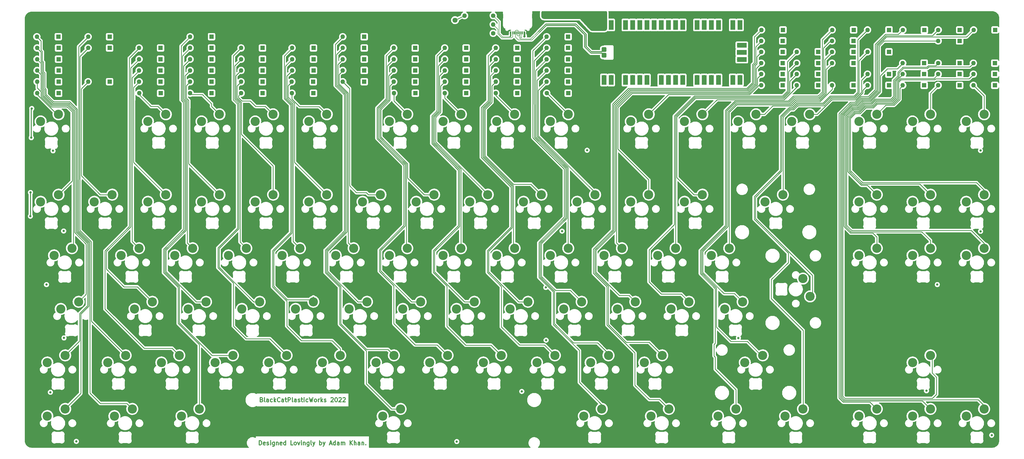
<source format=gtl>
G04 #@! TF.GenerationSoftware,KiCad,Pcbnew,(6.0.2)*
G04 #@! TF.CreationDate,2022-03-10T23:30:07+00:00*
G04 #@! TF.ProjectId,ENV_KB_RGB,454e565f-4b42-45f5-9247-422e6b696361,Rev.1*
G04 #@! TF.SameCoordinates,Original*
G04 #@! TF.FileFunction,Copper,L1,Top*
G04 #@! TF.FilePolarity,Positive*
%FSLAX46Y46*%
G04 Gerber Fmt 4.6, Leading zero omitted, Abs format (unit mm)*
G04 Created by KiCad (PCBNEW (6.0.2)) date 2022-03-10 23:30:07*
%MOMM*%
%LPD*%
G01*
G04 APERTURE LIST*
G04 Aperture macros list*
%AMRoundRect*
0 Rectangle with rounded corners*
0 $1 Rounding radius*
0 $2 $3 $4 $5 $6 $7 $8 $9 X,Y pos of 4 corners*
0 Add a 4 corners polygon primitive as box body*
4,1,4,$2,$3,$4,$5,$6,$7,$8,$9,$2,$3,0*
0 Add four circle primitives for the rounded corners*
1,1,$1+$1,$2,$3*
1,1,$1+$1,$4,$5*
1,1,$1+$1,$6,$7*
1,1,$1+$1,$8,$9*
0 Add four rect primitives between the rounded corners*
20,1,$1+$1,$2,$3,$4,$5,0*
20,1,$1+$1,$4,$5,$6,$7,0*
20,1,$1+$1,$6,$7,$8,$9,0*
20,1,$1+$1,$8,$9,$2,$3,0*%
G04 Aperture macros list end*
%ADD10C,0.300000*%
G04 #@! TA.AperFunction,NonConductor*
%ADD11C,0.300000*%
G04 #@! TD*
G04 #@! TA.AperFunction,ComponentPad*
%ADD12C,3.250000*%
G04 #@! TD*
G04 #@! TA.AperFunction,ComponentPad*
%ADD13R,1.800000X1.800000*%
G04 #@! TD*
G04 #@! TA.AperFunction,ComponentPad*
%ADD14C,1.800000*%
G04 #@! TD*
G04 #@! TA.AperFunction,ComponentPad*
%ADD15C,1.600000*%
G04 #@! TD*
G04 #@! TA.AperFunction,ComponentPad*
%ADD16O,1.600000X1.600000*%
G04 #@! TD*
G04 #@! TA.AperFunction,ComponentPad*
%ADD17C,4.400000*%
G04 #@! TD*
G04 #@! TA.AperFunction,SMDPad,CuDef*
%ADD18R,1.700000X3.500000*%
G04 #@! TD*
G04 #@! TA.AperFunction,ComponentPad*
%ADD19O,1.700000X1.700000*%
G04 #@! TD*
G04 #@! TA.AperFunction,ComponentPad*
%ADD20R,1.700000X1.700000*%
G04 #@! TD*
G04 #@! TA.AperFunction,SMDPad,CuDef*
%ADD21R,3.500000X1.700000*%
G04 #@! TD*
G04 #@! TA.AperFunction,ComponentPad*
%ADD22RoundRect,0.437500X0.437500X-0.437500X0.437500X0.437500X-0.437500X0.437500X-0.437500X-0.437500X0*%
G04 #@! TD*
G04 #@! TA.AperFunction,ComponentPad*
%ADD23R,1.600000X1.600000*%
G04 #@! TD*
G04 #@! TA.AperFunction,SMDPad,CuDef*
%ADD24R,0.600000X1.100000*%
G04 #@! TD*
G04 #@! TA.AperFunction,SMDPad,CuDef*
%ADD25R,0.300000X1.100000*%
G04 #@! TD*
G04 #@! TA.AperFunction,ComponentPad*
%ADD26O,0.900000X2.100000*%
G04 #@! TD*
G04 #@! TA.AperFunction,ViaPad*
%ADD27C,0.800000*%
G04 #@! TD*
G04 #@! TA.AperFunction,ViaPad*
%ADD28C,0.400000*%
G04 #@! TD*
G04 #@! TA.AperFunction,Conductor*
%ADD29C,0.250000*%
G04 #@! TD*
G04 #@! TA.AperFunction,Conductor*
%ADD30C,0.150000*%
G04 #@! TD*
G04 #@! TA.AperFunction,Conductor*
%ADD31C,0.400000*%
G04 #@! TD*
G04 #@! TA.AperFunction,Conductor*
%ADD32C,0.600000*%
G04 #@! TD*
G04 #@! TA.AperFunction,Conductor*
%ADD33C,0.300000*%
G04 #@! TD*
G04 #@! TA.AperFunction,Conductor*
%ADD34C,0.350000*%
G04 #@! TD*
G04 APERTURE END LIST*
D10*
D11*
X120552142Y-214278571D02*
X120552142Y-212778571D01*
X120909285Y-212778571D01*
X121123571Y-212850000D01*
X121266428Y-212992857D01*
X121337857Y-213135714D01*
X121409285Y-213421428D01*
X121409285Y-213635714D01*
X121337857Y-213921428D01*
X121266428Y-214064285D01*
X121123571Y-214207142D01*
X120909285Y-214278571D01*
X120552142Y-214278571D01*
X122623571Y-214207142D02*
X122480714Y-214278571D01*
X122195000Y-214278571D01*
X122052142Y-214207142D01*
X121980714Y-214064285D01*
X121980714Y-213492857D01*
X122052142Y-213350000D01*
X122195000Y-213278571D01*
X122480714Y-213278571D01*
X122623571Y-213350000D01*
X122695000Y-213492857D01*
X122695000Y-213635714D01*
X121980714Y-213778571D01*
X123266428Y-214207142D02*
X123409285Y-214278571D01*
X123695000Y-214278571D01*
X123837857Y-214207142D01*
X123909285Y-214064285D01*
X123909285Y-213992857D01*
X123837857Y-213850000D01*
X123695000Y-213778571D01*
X123480714Y-213778571D01*
X123337857Y-213707142D01*
X123266428Y-213564285D01*
X123266428Y-213492857D01*
X123337857Y-213350000D01*
X123480714Y-213278571D01*
X123695000Y-213278571D01*
X123837857Y-213350000D01*
X124552142Y-214278571D02*
X124552142Y-213278571D01*
X124552142Y-212778571D02*
X124480714Y-212850000D01*
X124552142Y-212921428D01*
X124623571Y-212850000D01*
X124552142Y-212778571D01*
X124552142Y-212921428D01*
X125909285Y-213278571D02*
X125909285Y-214492857D01*
X125837857Y-214635714D01*
X125766428Y-214707142D01*
X125623571Y-214778571D01*
X125409285Y-214778571D01*
X125266428Y-214707142D01*
X125909285Y-214207142D02*
X125766428Y-214278571D01*
X125480714Y-214278571D01*
X125337857Y-214207142D01*
X125266428Y-214135714D01*
X125195000Y-213992857D01*
X125195000Y-213564285D01*
X125266428Y-213421428D01*
X125337857Y-213350000D01*
X125480714Y-213278571D01*
X125766428Y-213278571D01*
X125909285Y-213350000D01*
X126623571Y-213278571D02*
X126623571Y-214278571D01*
X126623571Y-213421428D02*
X126695000Y-213350000D01*
X126837857Y-213278571D01*
X127052142Y-213278571D01*
X127195000Y-213350000D01*
X127266428Y-213492857D01*
X127266428Y-214278571D01*
X128552142Y-214207142D02*
X128409285Y-214278571D01*
X128123571Y-214278571D01*
X127980714Y-214207142D01*
X127909285Y-214064285D01*
X127909285Y-213492857D01*
X127980714Y-213350000D01*
X128123571Y-213278571D01*
X128409285Y-213278571D01*
X128552142Y-213350000D01*
X128623571Y-213492857D01*
X128623571Y-213635714D01*
X127909285Y-213778571D01*
X129909285Y-214278571D02*
X129909285Y-212778571D01*
X129909285Y-214207142D02*
X129766428Y-214278571D01*
X129480714Y-214278571D01*
X129337857Y-214207142D01*
X129266428Y-214135714D01*
X129195000Y-213992857D01*
X129195000Y-213564285D01*
X129266428Y-213421428D01*
X129337857Y-213350000D01*
X129480714Y-213278571D01*
X129766428Y-213278571D01*
X129909285Y-213350000D01*
X132480714Y-214278571D02*
X131766428Y-214278571D01*
X131766428Y-212778571D01*
X133195000Y-214278571D02*
X133052142Y-214207142D01*
X132980714Y-214135714D01*
X132909285Y-213992857D01*
X132909285Y-213564285D01*
X132980714Y-213421428D01*
X133052142Y-213350000D01*
X133195000Y-213278571D01*
X133409285Y-213278571D01*
X133552142Y-213350000D01*
X133623571Y-213421428D01*
X133695000Y-213564285D01*
X133695000Y-213992857D01*
X133623571Y-214135714D01*
X133552142Y-214207142D01*
X133409285Y-214278571D01*
X133195000Y-214278571D01*
X134195000Y-213278571D02*
X134552142Y-214278571D01*
X134909285Y-213278571D01*
X135480714Y-214278571D02*
X135480714Y-213278571D01*
X135480714Y-212778571D02*
X135409285Y-212850000D01*
X135480714Y-212921428D01*
X135552142Y-212850000D01*
X135480714Y-212778571D01*
X135480714Y-212921428D01*
X136195000Y-213278571D02*
X136195000Y-214278571D01*
X136195000Y-213421428D02*
X136266428Y-213350000D01*
X136409285Y-213278571D01*
X136623571Y-213278571D01*
X136766428Y-213350000D01*
X136837857Y-213492857D01*
X136837857Y-214278571D01*
X138195000Y-213278571D02*
X138195000Y-214492857D01*
X138123571Y-214635714D01*
X138052142Y-214707142D01*
X137909285Y-214778571D01*
X137695000Y-214778571D01*
X137552142Y-214707142D01*
X138195000Y-214207142D02*
X138052142Y-214278571D01*
X137766428Y-214278571D01*
X137623571Y-214207142D01*
X137552142Y-214135714D01*
X137480714Y-213992857D01*
X137480714Y-213564285D01*
X137552142Y-213421428D01*
X137623571Y-213350000D01*
X137766428Y-213278571D01*
X138052142Y-213278571D01*
X138195000Y-213350000D01*
X139123571Y-214278571D02*
X138980714Y-214207142D01*
X138909285Y-214064285D01*
X138909285Y-212778571D01*
X139552142Y-213278571D02*
X139909285Y-214278571D01*
X140266428Y-213278571D02*
X139909285Y-214278571D01*
X139766428Y-214635714D01*
X139695000Y-214707142D01*
X139552142Y-214778571D01*
X141980714Y-214278571D02*
X141980714Y-212778571D01*
X141980714Y-213350000D02*
X142123571Y-213278571D01*
X142409285Y-213278571D01*
X142552142Y-213350000D01*
X142623571Y-213421428D01*
X142695000Y-213564285D01*
X142695000Y-213992857D01*
X142623571Y-214135714D01*
X142552142Y-214207142D01*
X142409285Y-214278571D01*
X142123571Y-214278571D01*
X141980714Y-214207142D01*
X143195000Y-213278571D02*
X143552142Y-214278571D01*
X143909285Y-213278571D02*
X143552142Y-214278571D01*
X143409285Y-214635714D01*
X143337857Y-214707142D01*
X143195000Y-214778571D01*
X145552142Y-213850000D02*
X146266428Y-213850000D01*
X145409285Y-214278571D02*
X145909285Y-212778571D01*
X146409285Y-214278571D01*
X147552142Y-214278571D02*
X147552142Y-212778571D01*
X147552142Y-214207142D02*
X147409285Y-214278571D01*
X147123571Y-214278571D01*
X146980714Y-214207142D01*
X146909285Y-214135714D01*
X146837857Y-213992857D01*
X146837857Y-213564285D01*
X146909285Y-213421428D01*
X146980714Y-213350000D01*
X147123571Y-213278571D01*
X147409285Y-213278571D01*
X147552142Y-213350000D01*
X148909285Y-214278571D02*
X148909285Y-213492857D01*
X148837857Y-213350000D01*
X148695000Y-213278571D01*
X148409285Y-213278571D01*
X148266428Y-213350000D01*
X148909285Y-214207142D02*
X148766428Y-214278571D01*
X148409285Y-214278571D01*
X148266428Y-214207142D01*
X148195000Y-214064285D01*
X148195000Y-213921428D01*
X148266428Y-213778571D01*
X148409285Y-213707142D01*
X148766428Y-213707142D01*
X148909285Y-213635714D01*
X149623571Y-214278571D02*
X149623571Y-213278571D01*
X149623571Y-213421428D02*
X149695000Y-213350000D01*
X149837857Y-213278571D01*
X150052142Y-213278571D01*
X150195000Y-213350000D01*
X150266428Y-213492857D01*
X150266428Y-214278571D01*
X150266428Y-213492857D02*
X150337857Y-213350000D01*
X150480714Y-213278571D01*
X150695000Y-213278571D01*
X150837857Y-213350000D01*
X150909285Y-213492857D01*
X150909285Y-214278571D01*
X152766428Y-214278571D02*
X152766428Y-212778571D01*
X153623571Y-214278571D02*
X152980714Y-213421428D01*
X153623571Y-212778571D02*
X152766428Y-213635714D01*
X154266428Y-214278571D02*
X154266428Y-212778571D01*
X154909285Y-214278571D02*
X154909285Y-213492857D01*
X154837857Y-213350000D01*
X154695000Y-213278571D01*
X154480714Y-213278571D01*
X154337857Y-213350000D01*
X154266428Y-213421428D01*
X156266428Y-214278571D02*
X156266428Y-213492857D01*
X156195000Y-213350000D01*
X156052142Y-213278571D01*
X155766428Y-213278571D01*
X155623571Y-213350000D01*
X156266428Y-214207142D02*
X156123571Y-214278571D01*
X155766428Y-214278571D01*
X155623571Y-214207142D01*
X155552142Y-214064285D01*
X155552142Y-213921428D01*
X155623571Y-213778571D01*
X155766428Y-213707142D01*
X156123571Y-213707142D01*
X156266428Y-213635714D01*
X156980714Y-213278571D02*
X156980714Y-214278571D01*
X156980714Y-213421428D02*
X157052142Y-213350000D01*
X157195000Y-213278571D01*
X157409285Y-213278571D01*
X157552142Y-213350000D01*
X157623571Y-213492857D01*
X157623571Y-214278571D01*
X158337857Y-214135714D02*
X158409285Y-214207142D01*
X158337857Y-214278571D01*
X158266428Y-214207142D01*
X158337857Y-214135714D01*
X158337857Y-214278571D01*
D10*
D11*
X121402142Y-198192857D02*
X121616428Y-198264285D01*
X121687857Y-198335714D01*
X121759285Y-198478571D01*
X121759285Y-198692857D01*
X121687857Y-198835714D01*
X121616428Y-198907142D01*
X121473571Y-198978571D01*
X120902142Y-198978571D01*
X120902142Y-197478571D01*
X121402142Y-197478571D01*
X121545000Y-197550000D01*
X121616428Y-197621428D01*
X121687857Y-197764285D01*
X121687857Y-197907142D01*
X121616428Y-198050000D01*
X121545000Y-198121428D01*
X121402142Y-198192857D01*
X120902142Y-198192857D01*
X122616428Y-198978571D02*
X122473571Y-198907142D01*
X122402142Y-198764285D01*
X122402142Y-197478571D01*
X123830714Y-198978571D02*
X123830714Y-198192857D01*
X123759285Y-198050000D01*
X123616428Y-197978571D01*
X123330714Y-197978571D01*
X123187857Y-198050000D01*
X123830714Y-198907142D02*
X123687857Y-198978571D01*
X123330714Y-198978571D01*
X123187857Y-198907142D01*
X123116428Y-198764285D01*
X123116428Y-198621428D01*
X123187857Y-198478571D01*
X123330714Y-198407142D01*
X123687857Y-198407142D01*
X123830714Y-198335714D01*
X125187857Y-198907142D02*
X125045000Y-198978571D01*
X124759285Y-198978571D01*
X124616428Y-198907142D01*
X124545000Y-198835714D01*
X124473571Y-198692857D01*
X124473571Y-198264285D01*
X124545000Y-198121428D01*
X124616428Y-198050000D01*
X124759285Y-197978571D01*
X125045000Y-197978571D01*
X125187857Y-198050000D01*
X125830714Y-198978571D02*
X125830714Y-197478571D01*
X125973571Y-198407142D02*
X126402142Y-198978571D01*
X126402142Y-197978571D02*
X125830714Y-198550000D01*
X127902142Y-198835714D02*
X127830714Y-198907142D01*
X127616428Y-198978571D01*
X127473571Y-198978571D01*
X127259285Y-198907142D01*
X127116428Y-198764285D01*
X127045000Y-198621428D01*
X126973571Y-198335714D01*
X126973571Y-198121428D01*
X127045000Y-197835714D01*
X127116428Y-197692857D01*
X127259285Y-197550000D01*
X127473571Y-197478571D01*
X127616428Y-197478571D01*
X127830714Y-197550000D01*
X127902142Y-197621428D01*
X129187857Y-198978571D02*
X129187857Y-198192857D01*
X129116428Y-198050000D01*
X128973571Y-197978571D01*
X128687857Y-197978571D01*
X128545000Y-198050000D01*
X129187857Y-198907142D02*
X129045000Y-198978571D01*
X128687857Y-198978571D01*
X128545000Y-198907142D01*
X128473571Y-198764285D01*
X128473571Y-198621428D01*
X128545000Y-198478571D01*
X128687857Y-198407142D01*
X129045000Y-198407142D01*
X129187857Y-198335714D01*
X129687857Y-197978571D02*
X130259285Y-197978571D01*
X129902142Y-197478571D02*
X129902142Y-198764285D01*
X129973571Y-198907142D01*
X130116428Y-198978571D01*
X130259285Y-198978571D01*
X130759285Y-198978571D02*
X130759285Y-197478571D01*
X131330714Y-197478571D01*
X131473571Y-197550000D01*
X131545000Y-197621428D01*
X131616428Y-197764285D01*
X131616428Y-197978571D01*
X131545000Y-198121428D01*
X131473571Y-198192857D01*
X131330714Y-198264285D01*
X130759285Y-198264285D01*
X132473571Y-198978571D02*
X132330714Y-198907142D01*
X132259285Y-198764285D01*
X132259285Y-197478571D01*
X133687857Y-198978571D02*
X133687857Y-198192857D01*
X133616428Y-198050000D01*
X133473571Y-197978571D01*
X133187857Y-197978571D01*
X133045000Y-198050000D01*
X133687857Y-198907142D02*
X133545000Y-198978571D01*
X133187857Y-198978571D01*
X133045000Y-198907142D01*
X132973571Y-198764285D01*
X132973571Y-198621428D01*
X133045000Y-198478571D01*
X133187857Y-198407142D01*
X133545000Y-198407142D01*
X133687857Y-198335714D01*
X134330714Y-198907142D02*
X134473571Y-198978571D01*
X134759285Y-198978571D01*
X134902142Y-198907142D01*
X134973571Y-198764285D01*
X134973571Y-198692857D01*
X134902142Y-198550000D01*
X134759285Y-198478571D01*
X134545000Y-198478571D01*
X134402142Y-198407142D01*
X134330714Y-198264285D01*
X134330714Y-198192857D01*
X134402142Y-198050000D01*
X134545000Y-197978571D01*
X134759285Y-197978571D01*
X134902142Y-198050000D01*
X135402142Y-197978571D02*
X135973571Y-197978571D01*
X135616428Y-197478571D02*
X135616428Y-198764285D01*
X135687857Y-198907142D01*
X135830714Y-198978571D01*
X135973571Y-198978571D01*
X136473571Y-198978571D02*
X136473571Y-197978571D01*
X136473571Y-197478571D02*
X136402142Y-197550000D01*
X136473571Y-197621428D01*
X136545000Y-197550000D01*
X136473571Y-197478571D01*
X136473571Y-197621428D01*
X137830714Y-198907142D02*
X137687857Y-198978571D01*
X137402142Y-198978571D01*
X137259285Y-198907142D01*
X137187857Y-198835714D01*
X137116428Y-198692857D01*
X137116428Y-198264285D01*
X137187857Y-198121428D01*
X137259285Y-198050000D01*
X137402142Y-197978571D01*
X137687857Y-197978571D01*
X137830714Y-198050000D01*
X138330714Y-197478571D02*
X138687857Y-198978571D01*
X138973571Y-197907142D01*
X139259285Y-198978571D01*
X139616428Y-197478571D01*
X140402142Y-198978571D02*
X140259285Y-198907142D01*
X140187857Y-198835714D01*
X140116428Y-198692857D01*
X140116428Y-198264285D01*
X140187857Y-198121428D01*
X140259285Y-198050000D01*
X140402142Y-197978571D01*
X140616428Y-197978571D01*
X140759285Y-198050000D01*
X140830714Y-198121428D01*
X140902142Y-198264285D01*
X140902142Y-198692857D01*
X140830714Y-198835714D01*
X140759285Y-198907142D01*
X140616428Y-198978571D01*
X140402142Y-198978571D01*
X141545000Y-198978571D02*
X141545000Y-197978571D01*
X141545000Y-198264285D02*
X141616428Y-198121428D01*
X141687857Y-198050000D01*
X141830714Y-197978571D01*
X141973571Y-197978571D01*
X142473571Y-198978571D02*
X142473571Y-197478571D01*
X142616428Y-198407142D02*
X143045000Y-198978571D01*
X143045000Y-197978571D02*
X142473571Y-198550000D01*
X143616428Y-198907142D02*
X143759285Y-198978571D01*
X144045000Y-198978571D01*
X144187857Y-198907142D01*
X144259285Y-198764285D01*
X144259285Y-198692857D01*
X144187857Y-198550000D01*
X144045000Y-198478571D01*
X143830714Y-198478571D01*
X143687857Y-198407142D01*
X143616428Y-198264285D01*
X143616428Y-198192857D01*
X143687857Y-198050000D01*
X143830714Y-197978571D01*
X144045000Y-197978571D01*
X144187857Y-198050000D01*
X145973571Y-197621428D02*
X146045000Y-197550000D01*
X146187857Y-197478571D01*
X146545000Y-197478571D01*
X146687857Y-197550000D01*
X146759285Y-197621428D01*
X146830714Y-197764285D01*
X146830714Y-197907142D01*
X146759285Y-198121428D01*
X145902142Y-198978571D01*
X146830714Y-198978571D01*
X147759285Y-197478571D02*
X147902142Y-197478571D01*
X148045000Y-197550000D01*
X148116428Y-197621428D01*
X148187857Y-197764285D01*
X148259285Y-198050000D01*
X148259285Y-198407142D01*
X148187857Y-198692857D01*
X148116428Y-198835714D01*
X148045000Y-198907142D01*
X147902142Y-198978571D01*
X147759285Y-198978571D01*
X147616428Y-198907142D01*
X147545000Y-198835714D01*
X147473571Y-198692857D01*
X147402142Y-198407142D01*
X147402142Y-198050000D01*
X147473571Y-197764285D01*
X147545000Y-197621428D01*
X147616428Y-197550000D01*
X147759285Y-197478571D01*
X148830714Y-197621428D02*
X148902142Y-197550000D01*
X149045000Y-197478571D01*
X149402142Y-197478571D01*
X149545000Y-197550000D01*
X149616428Y-197621428D01*
X149687857Y-197764285D01*
X149687857Y-197907142D01*
X149616428Y-198121428D01*
X148759285Y-198978571D01*
X149687857Y-198978571D01*
X150259285Y-197621428D02*
X150330714Y-197550000D01*
X150473571Y-197478571D01*
X150830714Y-197478571D01*
X150973571Y-197550000D01*
X151045000Y-197621428D01*
X151116428Y-197764285D01*
X151116428Y-197907142D01*
X151045000Y-198121428D01*
X150187857Y-198978571D01*
X151116428Y-198978571D01*
D12*
X45296250Y-204020000D03*
X51646250Y-201480000D03*
X45296250Y-184970000D03*
X51646250Y-182430000D03*
X66727500Y-184970000D03*
X73077500Y-182430000D03*
X352477500Y-184970000D03*
X358827500Y-182430000D03*
X333427500Y-204020000D03*
X339777500Y-201480000D03*
X47677500Y-146870000D03*
X54027500Y-144330000D03*
D13*
X190050000Y-65750000D03*
D14*
X190050000Y-63210000D03*
D12*
X292946250Y-184970000D03*
X299296250Y-182430000D03*
X235796250Y-204020000D03*
X242146250Y-201480000D03*
X313565000Y-155125000D03*
X316105000Y-161475000D03*
X81015000Y-99245000D03*
X87365000Y-96705000D03*
X352477500Y-99245000D03*
X358827500Y-96705000D03*
X100065000Y-127820000D03*
X106415000Y-125280000D03*
X138165000Y-127820000D03*
X144515000Y-125280000D03*
X252465000Y-127820000D03*
X258815000Y-125280000D03*
X252465000Y-99245000D03*
X258815000Y-96705000D03*
X371527500Y-127820000D03*
X377877500Y-125280000D03*
X290565000Y-99245000D03*
X296915000Y-96705000D03*
X100065000Y-99245000D03*
X106415000Y-96705000D03*
X119115000Y-99245000D03*
X125465000Y-96705000D03*
X176265000Y-127820000D03*
X182615000Y-125280000D03*
X333427500Y-127820000D03*
X339777500Y-125280000D03*
X204840000Y-99245000D03*
X211190000Y-96705000D03*
X271515000Y-99245000D03*
X277865000Y-96705000D03*
X309615000Y-99245000D03*
X315965000Y-96705000D03*
X61965000Y-127820000D03*
X68315000Y-125280000D03*
X119115000Y-127820000D03*
X125465000Y-125280000D03*
X371527500Y-99245000D03*
X377877500Y-96705000D03*
X333427500Y-99245000D03*
X339777500Y-96705000D03*
X92921250Y-204020000D03*
X99271250Y-201480000D03*
X166740000Y-99245000D03*
X173090000Y-96705000D03*
X157215000Y-127820000D03*
X163565000Y-125280000D03*
D15*
X193440000Y-64750000D03*
D16*
X203600000Y-64750000D03*
D12*
X271515000Y-127820000D03*
X277865000Y-125280000D03*
X300090000Y-127820000D03*
X306440000Y-125280000D03*
X50058750Y-165920000D03*
X56408750Y-163380000D03*
X42915000Y-99245000D03*
X49265000Y-96705000D03*
X259608750Y-204020000D03*
X265958750Y-201480000D03*
X69108750Y-204020000D03*
X75458750Y-201480000D03*
X214365000Y-127820000D03*
X220715000Y-125280000D03*
X283421250Y-204020000D03*
X289771250Y-201480000D03*
X352477500Y-127820000D03*
X358827500Y-125280000D03*
X307233750Y-204020000D03*
X313583750Y-201480000D03*
X42915000Y-127820000D03*
X49265000Y-125280000D03*
X195315000Y-127820000D03*
X201665000Y-125280000D03*
X233415000Y-127820000D03*
X239765000Y-125280000D03*
X261990000Y-146870000D03*
X268340000Y-144330000D03*
X95302500Y-165920000D03*
X101652500Y-163380000D03*
X166740000Y-146870000D03*
X173090000Y-144330000D03*
X223890000Y-146870000D03*
X230240000Y-144330000D03*
X242940000Y-146870000D03*
X249290000Y-144330000D03*
X281040000Y-146870000D03*
X287390000Y-144330000D03*
X76252500Y-165920000D03*
X82602500Y-163380000D03*
X204840000Y-146870000D03*
X211190000Y-144330000D03*
X114352500Y-165920000D03*
X120702500Y-163380000D03*
X352477500Y-146870000D03*
X358827500Y-144330000D03*
X71490000Y-146870000D03*
X77840000Y-144330000D03*
X90540000Y-146870000D03*
X96890000Y-144330000D03*
X128640000Y-146870000D03*
X134990000Y-144330000D03*
X109590000Y-146870000D03*
X115940000Y-144330000D03*
X147690000Y-146870000D03*
X154040000Y-144330000D03*
X333427500Y-146870000D03*
X339777500Y-144330000D03*
X371527500Y-146870000D03*
X377877500Y-144330000D03*
X185790000Y-146870000D03*
X192140000Y-144330000D03*
X133402500Y-165920000D03*
X139752500Y-163380000D03*
X190552500Y-165920000D03*
X196902500Y-163380000D03*
X200077500Y-184970000D03*
X206427500Y-182430000D03*
X152452500Y-165920000D03*
X158802500Y-163380000D03*
X171502500Y-165920000D03*
X177852500Y-163380000D03*
X209602500Y-165920000D03*
X215952500Y-163380000D03*
X228652500Y-165920000D03*
X235002500Y-163380000D03*
X142927500Y-184970000D03*
X149277500Y-182430000D03*
X161977500Y-184970000D03*
X168327500Y-182430000D03*
X247702500Y-165920000D03*
X254052500Y-163380000D03*
X238177500Y-184970000D03*
X244527500Y-182430000D03*
X266752500Y-165920000D03*
X273102500Y-163380000D03*
X219127500Y-184970000D03*
X225477500Y-182430000D03*
X285802500Y-165920000D03*
X292152500Y-163380000D03*
X85777500Y-184970000D03*
X92127500Y-182430000D03*
X123877500Y-184970000D03*
X130227500Y-182430000D03*
X181027500Y-184970000D03*
X187377500Y-182430000D03*
X104827500Y-184970000D03*
X111177500Y-182430000D03*
X257227500Y-184970000D03*
X263577500Y-182430000D03*
X81015000Y-127820000D03*
X87365000Y-125280000D03*
X138165000Y-99245000D03*
X144515000Y-96705000D03*
X352477500Y-204020000D03*
X358827500Y-201480000D03*
X371527500Y-204020000D03*
X377877500Y-201480000D03*
X185790000Y-99245000D03*
X192140000Y-96705000D03*
X223890000Y-99245000D03*
X230240000Y-96705000D03*
D17*
X376075000Y-116060000D03*
X325267000Y-209905000D03*
D18*
X242920000Y-84500000D03*
D19*
X242920000Y-83600000D03*
D18*
X245460000Y-84500000D03*
D19*
X245460000Y-83600000D03*
D18*
X248000000Y-84500000D03*
D20*
X248000000Y-83600000D03*
D19*
X250540000Y-83600000D03*
D18*
X250540000Y-84500000D03*
X253080000Y-84500000D03*
D19*
X253080000Y-83600000D03*
X255620000Y-83600000D03*
D18*
X255620000Y-84500000D03*
D19*
X258160000Y-83600000D03*
D18*
X258160000Y-84500000D03*
D20*
X260700000Y-83600000D03*
D18*
X260700000Y-84500000D03*
X263240000Y-84500000D03*
D19*
X263240000Y-83600000D03*
D18*
X265780000Y-84500000D03*
D19*
X265780000Y-83600000D03*
X268320000Y-83600000D03*
D18*
X268320000Y-84500000D03*
X270860000Y-84500000D03*
D19*
X270860000Y-83600000D03*
D18*
X273400000Y-84500000D03*
D20*
X273400000Y-83600000D03*
D18*
X275940000Y-84500000D03*
D19*
X275940000Y-83600000D03*
X278480000Y-83600000D03*
D18*
X278480000Y-84500000D03*
X281020000Y-84500000D03*
D19*
X281020000Y-83600000D03*
X283560000Y-83600000D03*
D18*
X283560000Y-84500000D03*
D20*
X286100000Y-83600000D03*
D18*
X286100000Y-84500000D03*
X288640000Y-84500000D03*
D19*
X288640000Y-83600000D03*
D18*
X291180000Y-84500000D03*
D19*
X291180000Y-83600000D03*
D18*
X291180000Y-64920000D03*
D19*
X291180000Y-65820000D03*
X288640000Y-65820000D03*
D18*
X288640000Y-64920000D03*
D20*
X286100000Y-65820000D03*
D18*
X286100000Y-64920000D03*
D19*
X283560000Y-65820000D03*
D18*
X283560000Y-64920000D03*
D19*
X281020000Y-65820000D03*
D18*
X281020000Y-64920000D03*
D19*
X278480000Y-65820000D03*
D18*
X278480000Y-64920000D03*
X275940000Y-64920000D03*
D19*
X275940000Y-65820000D03*
D18*
X273400000Y-64920000D03*
D20*
X273400000Y-65820000D03*
D18*
X270860000Y-64920000D03*
D19*
X270860000Y-65820000D03*
D18*
X268320000Y-64920000D03*
D19*
X268320000Y-65820000D03*
D18*
X265780000Y-64920000D03*
D19*
X265780000Y-65820000D03*
X263240000Y-65820000D03*
D18*
X263240000Y-64920000D03*
X260700000Y-64920000D03*
D20*
X260700000Y-65820000D03*
D18*
X258160000Y-64920000D03*
D19*
X258160000Y-65820000D03*
D18*
X255620000Y-64920000D03*
D19*
X255620000Y-65820000D03*
D18*
X253080000Y-64920000D03*
D19*
X253080000Y-65820000D03*
X250540000Y-65820000D03*
D18*
X250540000Y-64920000D03*
X248000000Y-64920000D03*
D20*
X248000000Y-65820000D03*
D18*
X245460000Y-64920000D03*
D19*
X245460000Y-65820000D03*
X242920000Y-65820000D03*
D18*
X242920000Y-64920000D03*
D21*
X291850000Y-77250000D03*
D19*
X290950000Y-77250000D03*
D20*
X290950000Y-74710000D03*
D21*
X291850000Y-74710000D03*
D19*
X290950000Y-72170000D03*
D21*
X291850000Y-72170000D03*
D22*
X242925000Y-73694000D03*
X242925000Y-75726000D03*
D17*
X212225000Y-116085000D03*
X377867000Y-62705000D03*
X209225000Y-210185000D03*
X40167000Y-196305000D03*
D15*
X203600000Y-61600000D03*
D16*
X193440000Y-61600000D03*
D23*
X369200000Y-86400000D03*
D16*
X361580000Y-86400000D03*
D23*
X356600000Y-86400000D03*
D16*
X348980000Y-86400000D03*
D23*
X344100000Y-86400000D03*
D16*
X336480000Y-86400000D03*
D23*
X319000000Y-86400000D03*
D16*
X311380000Y-86400000D03*
D23*
X331500000Y-86400000D03*
D16*
X323880000Y-86400000D03*
D23*
X381700000Y-86400000D03*
D16*
X374080000Y-86400000D03*
D23*
X306400000Y-86400000D03*
D16*
X298780000Y-86400000D03*
D23*
X344125000Y-66685000D03*
D16*
X336505000Y-66685000D03*
D17*
X41267000Y-63405000D03*
D12*
X164358750Y-204020000D03*
X170708750Y-201480000D03*
D23*
X306400000Y-82400000D03*
D16*
X298780000Y-82400000D03*
D23*
X319000000Y-82400000D03*
D16*
X311380000Y-82400000D03*
D23*
X344100000Y-82400000D03*
D16*
X336480000Y-82400000D03*
D23*
X356600000Y-82400000D03*
D16*
X348980000Y-82400000D03*
D23*
X369200000Y-82400000D03*
D16*
X361580000Y-82400000D03*
D23*
X381700000Y-82400000D03*
D16*
X374080000Y-82400000D03*
D23*
X306400000Y-78500000D03*
D16*
X298780000Y-78500000D03*
D23*
X319000000Y-78500000D03*
D16*
X311380000Y-78500000D03*
D23*
X331500000Y-78500000D03*
D16*
X323880000Y-78500000D03*
D23*
X356600000Y-78500000D03*
D16*
X348980000Y-78500000D03*
D23*
X369200000Y-78500000D03*
D16*
X361580000Y-78500000D03*
D23*
X381700000Y-78500000D03*
D16*
X374080000Y-78500000D03*
D23*
X306400000Y-74500000D03*
D16*
X298780000Y-74500000D03*
D23*
X319000000Y-74500000D03*
D16*
X311380000Y-74500000D03*
D23*
X331500000Y-74500000D03*
D16*
X323880000Y-74500000D03*
D23*
X344100000Y-74500000D03*
D16*
X336480000Y-74500000D03*
D23*
X306400000Y-70600000D03*
D16*
X298780000Y-70600000D03*
D23*
X331500000Y-70600000D03*
D16*
X323880000Y-70600000D03*
D23*
X369200000Y-70600000D03*
D16*
X361580000Y-70600000D03*
D23*
X306475000Y-66685000D03*
D16*
X298855000Y-66685000D03*
D23*
X331575000Y-66685000D03*
D16*
X323955000Y-66685000D03*
D23*
X356675000Y-66685000D03*
D16*
X349055000Y-66685000D03*
D23*
X369225000Y-66685000D03*
D16*
X361605000Y-66685000D03*
D23*
X381775000Y-66685000D03*
D16*
X374155000Y-66685000D03*
D17*
X48375000Y-116085000D03*
D23*
X49300000Y-73100000D03*
D16*
X41680000Y-73100000D03*
D23*
X49300000Y-81100000D03*
D16*
X41680000Y-81100000D03*
D23*
X103625000Y-89185000D03*
D16*
X96005000Y-89185000D03*
D23*
X49325000Y-89185000D03*
D16*
X41705000Y-89185000D03*
D23*
X85525000Y-89185000D03*
D16*
X77905000Y-89185000D03*
D23*
X121725000Y-89185000D03*
D16*
X114105000Y-89185000D03*
D23*
X49300000Y-77100000D03*
D16*
X41680000Y-77100000D03*
D23*
X49200000Y-69100000D03*
D16*
X41580000Y-69100000D03*
D23*
X139775000Y-89185000D03*
D16*
X132155000Y-89185000D03*
D23*
X212125000Y-89185000D03*
D16*
X204505000Y-89185000D03*
D23*
X230225000Y-89185000D03*
D16*
X222605000Y-89185000D03*
D23*
X49300000Y-85100000D03*
D16*
X41680000Y-85100000D03*
D23*
X194025000Y-89185000D03*
D16*
X186405000Y-89185000D03*
D23*
X175965000Y-89185000D03*
D16*
X168345000Y-89185000D03*
D23*
X175900000Y-73100000D03*
D16*
X168280000Y-73100000D03*
D23*
X212100000Y-77100000D03*
D16*
X204480000Y-77100000D03*
D23*
X230200000Y-77100000D03*
D16*
X222580000Y-77100000D03*
D23*
X85500000Y-73100000D03*
D16*
X77880000Y-73100000D03*
D23*
X67400000Y-73100000D03*
D16*
X59780000Y-73100000D03*
D23*
X230200000Y-73100000D03*
D16*
X222580000Y-73100000D03*
D23*
X212100000Y-73100000D03*
D16*
X204480000Y-73100000D03*
D23*
X103600000Y-73100000D03*
D16*
X95980000Y-73100000D03*
D23*
X194000000Y-73100000D03*
D16*
X186380000Y-73100000D03*
D23*
X121700000Y-73100000D03*
D16*
X114080000Y-73100000D03*
D23*
X139800000Y-73100000D03*
D16*
X132180000Y-73100000D03*
D23*
X157800000Y-73100000D03*
D16*
X150180000Y-73100000D03*
D23*
X157800000Y-81100000D03*
D16*
X150180000Y-81100000D03*
D23*
X175900000Y-81100000D03*
D16*
X168280000Y-81100000D03*
D23*
X230200000Y-85100000D03*
D16*
X222580000Y-85100000D03*
D23*
X139800000Y-81100000D03*
D16*
X132180000Y-81100000D03*
D23*
X121700000Y-81100000D03*
D16*
X114080000Y-81100000D03*
D23*
X157800000Y-85100000D03*
D16*
X150180000Y-85100000D03*
D23*
X175900000Y-85100000D03*
D16*
X168280000Y-85100000D03*
D23*
X85500000Y-81100000D03*
D16*
X77880000Y-81100000D03*
D23*
X103600000Y-81100000D03*
D16*
X95980000Y-81100000D03*
D23*
X194000000Y-85100000D03*
D16*
X186380000Y-85100000D03*
D23*
X212100000Y-85100000D03*
D16*
X204480000Y-85100000D03*
D23*
X175900000Y-77100000D03*
D16*
X168280000Y-77100000D03*
D23*
X121700000Y-77100000D03*
D16*
X114080000Y-77100000D03*
D23*
X157800000Y-77100000D03*
D16*
X150180000Y-77100000D03*
D23*
X194000000Y-81100000D03*
D16*
X186380000Y-81100000D03*
D23*
X212100000Y-81100000D03*
D16*
X204480000Y-81100000D03*
D23*
X194000000Y-77100000D03*
D16*
X186380000Y-77100000D03*
D23*
X230200000Y-81100000D03*
D16*
X222580000Y-81100000D03*
D23*
X85500000Y-77100000D03*
D16*
X77880000Y-77100000D03*
D23*
X103600000Y-77100000D03*
D16*
X95980000Y-77100000D03*
D23*
X139800000Y-77100000D03*
D16*
X132180000Y-77100000D03*
D23*
X67400000Y-69100000D03*
D16*
X59780000Y-69100000D03*
D23*
X103600000Y-69100000D03*
D16*
X95980000Y-69100000D03*
D23*
X157800000Y-69100000D03*
D16*
X150180000Y-69100000D03*
D23*
X230200000Y-69100000D03*
D16*
X222580000Y-69100000D03*
D23*
X85500000Y-85100000D03*
D16*
X77880000Y-85100000D03*
D23*
X139700000Y-85100000D03*
D16*
X132080000Y-85100000D03*
D23*
X103600000Y-85100000D03*
D16*
X95980000Y-85100000D03*
D23*
X121700000Y-85100000D03*
D16*
X114080000Y-85100000D03*
D23*
X67400000Y-85100000D03*
D16*
X59780000Y-85100000D03*
D17*
X379667000Y-193405000D03*
D15*
X203600000Y-67900000D03*
D16*
X193440000Y-67900000D03*
D24*
X215550000Y-67710000D03*
X214700000Y-67710000D03*
D25*
X213500000Y-67710000D03*
X212500000Y-67710000D03*
X212000000Y-67710000D03*
X211000000Y-67710000D03*
D24*
X209800000Y-67710000D03*
X208950000Y-67710000D03*
X208950000Y-67710000D03*
X209800000Y-67710000D03*
D25*
X210500000Y-67710000D03*
X211500000Y-67710000D03*
X213000000Y-67710000D03*
X214000000Y-67710000D03*
D24*
X214700000Y-67710000D03*
X215550000Y-67710000D03*
D26*
X217825000Y-61830000D03*
X217825000Y-66430000D03*
X206675000Y-61830000D03*
X206675000Y-66430000D03*
D27*
X51100000Y-138200000D03*
X55595481Y-213014519D03*
X236950000Y-109475000D03*
X214700020Y-69000000D03*
X213750000Y-195250000D03*
X47315000Y-109675000D03*
X357425000Y-195025000D03*
X380585000Y-210825000D03*
X361275000Y-157250000D03*
X46375000Y-195550000D03*
X223500000Y-61550000D03*
X45000000Y-157250000D03*
X190670000Y-213090000D03*
X222380000Y-177030000D03*
D28*
X209575000Y-69025000D03*
D27*
X222262995Y-158259500D03*
X376625000Y-138325000D03*
X376605000Y-109575000D03*
X228050000Y-138250000D03*
X51225000Y-176225000D03*
X226250000Y-61550000D03*
X290650000Y-176250000D03*
X377692000Y-83955000D03*
X59792000Y-89180000D03*
X303825000Y-72610000D03*
X376192000Y-74155000D03*
X352615000Y-81445000D03*
X343925000Y-89485000D03*
X40592000Y-114530000D03*
X303825000Y-68735000D03*
D28*
X213500000Y-69400000D03*
D27*
X39321000Y-124491000D03*
X39276000Y-132934000D03*
X39770000Y-94640000D03*
X39601000Y-105029000D03*
D29*
X41705000Y-89185000D02*
X41705000Y-89685000D01*
X48725000Y-96705000D02*
X49265000Y-96705000D01*
X41705000Y-89685000D02*
X48725000Y-96705000D01*
X84565000Y-93905000D02*
X82125000Y-93905000D01*
X82125000Y-93905000D02*
X77905000Y-89685000D01*
X87365000Y-96705000D02*
X84565000Y-93905000D01*
X100347000Y-89685000D02*
X96505000Y-89685000D01*
X103592000Y-92930000D02*
X100347000Y-89685000D01*
X103592000Y-93882000D02*
X103592000Y-92930000D01*
X106415000Y-96705000D02*
X103592000Y-93882000D01*
X96505000Y-89685000D02*
X96005000Y-89185000D01*
X122665000Y-93905000D02*
X125465000Y-96705000D01*
X114345000Y-91955000D02*
X114331410Y-91955000D01*
X113125010Y-90748600D02*
X113125010Y-90164990D01*
X117317000Y-91955000D02*
X114345000Y-91955000D01*
X113125010Y-90164990D02*
X114105000Y-89185000D01*
X114331410Y-91955000D02*
X113125010Y-90748600D01*
X114345000Y-91955000D02*
X114105000Y-91715000D01*
X119267000Y-93905000D02*
X122665000Y-93905000D01*
X119267000Y-93905000D02*
X117317000Y-91955000D01*
X134825000Y-93985000D02*
X139337000Y-93985000D01*
X139337000Y-93985000D02*
X141795000Y-93985000D01*
X141795000Y-93985000D02*
X144515000Y-96705000D01*
X132155000Y-91315000D02*
X134825000Y-93985000D01*
X132155000Y-89685000D02*
X132155000Y-91315000D01*
X173090000Y-96705000D02*
X168345000Y-91960000D01*
X168345000Y-91960000D02*
X168345000Y-89185000D01*
X186405000Y-90970000D02*
X186405000Y-89685000D01*
X186405000Y-90970000D02*
X186405000Y-89185000D01*
X192140000Y-96705000D02*
X186405000Y-90970000D01*
X298575000Y-86435000D02*
X298855000Y-86435000D01*
X294592059Y-89699991D02*
X297857050Y-86435000D01*
X258815000Y-96705000D02*
X265820011Y-89699989D01*
X265820011Y-89699989D02*
X274739989Y-89699989D01*
X297857050Y-86435000D02*
X298855000Y-86435000D01*
X274739991Y-89699991D02*
X294592059Y-89699991D01*
X274739989Y-89699989D02*
X274739991Y-89699991D01*
X283060088Y-91509912D02*
X306909318Y-91509912D01*
X306909318Y-91509912D02*
X311405000Y-87014230D01*
X311405000Y-87014230D02*
X311405000Y-86435000D01*
X277865000Y-96705000D02*
X283060088Y-91509912D01*
X309562033Y-93759967D02*
X302852033Y-93759967D01*
X319614410Y-92182000D02*
X311140000Y-92182000D01*
X323955000Y-87841410D02*
X319614410Y-92182000D01*
X296915000Y-96705000D02*
X299907000Y-96705000D01*
X299907000Y-96705000D02*
X302852033Y-93759967D01*
X311140000Y-92182000D02*
X309562033Y-93759967D01*
X323955000Y-86435000D02*
X323955000Y-87841410D01*
X332360147Y-91505000D02*
X334825040Y-89040107D01*
X323804205Y-91505000D02*
X332360147Y-91505000D01*
X315965000Y-96705000D02*
X318604205Y-96705000D01*
X318604205Y-96705000D02*
X323804205Y-91505000D01*
X334825040Y-88114960D02*
X336505000Y-86435000D01*
X334825040Y-89040107D02*
X334825040Y-88114960D01*
X345903364Y-93505046D02*
X342977453Y-93505047D01*
X349055000Y-86435000D02*
X347992000Y-87498000D01*
X347992000Y-91416410D02*
X345903364Y-93505046D01*
X347992000Y-87498000D02*
X347992000Y-91416410D01*
X342977453Y-93505047D02*
X339777500Y-96705000D01*
X358827500Y-89212500D02*
X361605000Y-86435000D01*
X358827500Y-96705000D02*
X358827500Y-89212500D01*
X377877500Y-90157500D02*
X374155000Y-86435000D01*
X377877500Y-96705000D02*
X377877500Y-90157500D01*
X46691396Y-94034989D02*
X52392545Y-94034989D01*
X41705000Y-87295001D02*
X43045000Y-88635001D01*
X52392545Y-94034989D02*
X54116956Y-95759400D01*
X54116956Y-120428044D02*
X49265000Y-125280000D01*
X54116956Y-95759400D02*
X54116956Y-120428044D01*
X43045000Y-90388593D02*
X46691396Y-94034989D01*
X41705000Y-85185000D02*
X41705000Y-87295001D01*
X43045000Y-88635001D02*
X43045000Y-90388593D01*
X57322920Y-87667080D02*
X59805000Y-85185000D01*
X57322920Y-94910920D02*
X57322920Y-118510920D01*
X57322920Y-118510920D02*
X64092000Y-125280000D01*
X64092000Y-125280000D02*
X68315000Y-125280000D01*
X57322920Y-94910920D02*
X57322920Y-95060920D01*
X57322920Y-87667080D02*
X57322920Y-94910920D01*
X75878010Y-113793010D02*
X75878010Y-91651990D01*
X87365000Y-125280000D02*
X75878010Y-113793010D01*
X75936000Y-87154000D02*
X77905000Y-85185000D01*
X75878010Y-91651990D02*
X75936000Y-91594000D01*
X75936000Y-91594000D02*
X75936000Y-87154000D01*
X75936000Y-91594000D02*
X75936000Y-91420000D01*
X95494000Y-94214000D02*
X95494000Y-94354000D01*
X95436010Y-94411990D02*
X95436010Y-114301010D01*
X95494000Y-94354000D02*
X95436010Y-94411990D01*
X94625000Y-86565000D02*
X96005000Y-85185000D01*
X94625000Y-90935000D02*
X94625000Y-86565000D01*
X95494000Y-91785000D02*
X95475000Y-91785000D01*
X95475000Y-91785000D02*
X94625000Y-90935000D01*
X95494000Y-94354000D02*
X95494000Y-91785000D01*
X95436010Y-114301010D02*
X106415000Y-125280000D01*
X112675000Y-86615000D02*
X114105000Y-85185000D01*
X114175010Y-103813010D02*
X125465000Y-115103000D01*
X114175010Y-92435010D02*
X114175010Y-103813010D01*
X125465000Y-115103000D02*
X125465000Y-125280000D01*
X112675000Y-90935000D02*
X112675000Y-86615000D01*
X114175010Y-92435010D02*
X112675000Y-90935000D01*
X130775000Y-90585000D02*
X133025000Y-92835000D01*
X133025000Y-113790000D02*
X144515000Y-125280000D01*
X132155000Y-85185000D02*
X130775000Y-86565000D01*
X130775000Y-86565000D02*
X130775000Y-90585000D01*
X133025000Y-92835000D02*
X133025000Y-113790000D01*
X155017000Y-124555000D02*
X152586010Y-122124010D01*
X163565000Y-125280000D02*
X159292000Y-125280000D01*
X158567000Y-124555000D02*
X155017000Y-124555000D01*
X152586010Y-122124010D02*
X152586010Y-87526010D01*
X152586010Y-87526010D02*
X150245000Y-85185000D01*
X159292000Y-125280000D02*
X158567000Y-124555000D01*
X166925000Y-91735000D02*
X166925000Y-91522000D01*
X166925000Y-91522000D02*
X166925000Y-86595000D01*
X173217010Y-114280010D02*
X163692000Y-104755000D01*
X182615000Y-125280000D02*
X179092010Y-125280000D01*
X166925000Y-86595000D02*
X168335000Y-85185000D01*
X166924999Y-91735001D02*
X166925000Y-91522000D01*
X173217010Y-119405000D02*
X173217010Y-114280010D01*
X163692000Y-104755000D02*
X163692000Y-94968000D01*
X179092010Y-125280000D02*
X173217010Y-119405000D01*
X163692000Y-94968000D02*
X166924999Y-91735001D01*
X184975000Y-86615000D02*
X184975000Y-95972000D01*
X186405000Y-85185000D02*
X184975000Y-86615000D01*
X201665000Y-125103000D02*
X201665000Y-125280000D01*
X184975000Y-95972000D02*
X183142000Y-97805000D01*
X183142000Y-97805000D02*
X183142000Y-106580000D01*
X183142000Y-106580000D02*
X201665000Y-125103000D01*
X210792000Y-121555000D02*
X216990000Y-121555000D01*
X200725000Y-111488000D02*
X210792000Y-121555000D01*
X204505000Y-85185000D02*
X203125000Y-86565000D01*
X203125000Y-92485000D02*
X200725000Y-94885000D01*
X200725000Y-94885000D02*
X200725000Y-111488000D01*
X216990000Y-121555000D02*
X220715000Y-125280000D01*
X203125000Y-86565000D02*
X203125000Y-92485000D01*
X219625000Y-88165000D02*
X222605000Y-85185000D01*
X219625000Y-104363000D02*
X239765000Y-124503000D01*
X239765000Y-124503000D02*
X239765000Y-125280000D01*
X219625000Y-88165000D02*
X219625000Y-104363000D01*
X247894000Y-109082000D02*
X258815000Y-120003000D01*
X293760021Y-89249979D02*
X252860021Y-89249979D01*
X293760021Y-89249979D02*
X293924999Y-89249979D01*
X297425040Y-86230600D02*
X297425040Y-83914960D01*
X293924999Y-89249979D02*
X293925000Y-89249978D01*
X293760021Y-89249979D02*
X294405660Y-89249980D01*
X294405660Y-89249980D02*
X297425040Y-86230600D01*
X258815000Y-120003000D02*
X258815000Y-125280000D01*
X252850143Y-89259857D02*
X252848143Y-89259857D01*
X252848143Y-89259857D02*
X247894000Y-94214000D01*
X297425040Y-83914960D02*
X298855000Y-82485000D01*
X247894000Y-94214000D02*
X247894000Y-109082000D01*
X252860021Y-89249979D02*
X252850143Y-89259857D01*
X274892000Y-125280000D02*
X268817000Y-119205000D01*
X306732800Y-91050020D02*
X308925019Y-88857801D01*
X308925019Y-88857801D02*
X308925019Y-84964981D01*
X268817000Y-119205000D02*
X268817000Y-97655000D01*
X275421980Y-91050020D02*
X306732800Y-91050020D01*
X308925019Y-84964981D02*
X311405000Y-82485000D01*
X268817000Y-97655000D02*
X275421980Y-91050020D01*
X277865000Y-125280000D02*
X274892000Y-125280000D01*
X311751819Y-93605000D02*
X310246821Y-95109998D01*
X306517000Y-97705000D02*
X306517000Y-125203000D01*
X310246821Y-95109998D02*
X309112002Y-95109998D01*
X332153115Y-91055000D02*
X323611000Y-91055000D01*
X323611000Y-91055000D02*
X321061000Y-93605000D01*
X334375030Y-84614970D02*
X334375030Y-88833085D01*
X309112002Y-95109998D02*
X306517000Y-97705000D01*
X306517000Y-125203000D02*
X306440000Y-125280000D01*
X334375030Y-88833085D02*
X332153115Y-91055000D01*
X321061000Y-93605000D02*
X311751819Y-93605000D01*
X336505000Y-82485000D02*
X334375030Y-84614970D01*
X333486930Y-95560070D02*
X335511983Y-93535017D01*
X334319200Y-121930021D02*
X336427521Y-121930021D01*
X329516980Y-117127801D02*
X334319200Y-121930021D01*
X331936930Y-95560070D02*
X331739109Y-95560070D01*
X336427521Y-121930021D02*
X339777500Y-125280000D01*
X345319326Y-92155018D02*
X346624978Y-90849366D01*
X331739109Y-95560070D02*
X329516979Y-97782200D01*
X331936930Y-95560070D02*
X333486930Y-95560070D01*
X337886983Y-93535017D02*
X337886988Y-93535012D01*
X346624978Y-90849366D02*
X346624978Y-84915022D01*
X329516979Y-97782200D02*
X329516980Y-117127801D01*
X339541982Y-92155018D02*
X345319326Y-92155018D01*
X335511983Y-93535017D02*
X337886983Y-93535017D01*
X338161988Y-93535012D02*
X339541982Y-92155018D01*
X346624978Y-84915022D02*
X349055000Y-82485000D01*
X337886988Y-93535012D02*
X338161988Y-93535012D01*
X329966989Y-97968600D02*
X329966989Y-116941400D01*
X336677666Y-93985024D02*
X337836976Y-93985024D01*
X339728383Y-92605027D02*
X345505727Y-92605027D01*
X334505600Y-121480011D02*
X355027511Y-121480011D01*
X335698386Y-93985024D02*
X333673330Y-96010080D01*
X347074989Y-85101420D02*
X348191409Y-83985000D01*
X337836978Y-93985022D02*
X338348389Y-93985021D01*
X348191409Y-83985000D02*
X360105000Y-83985000D01*
X345505727Y-92605027D02*
X347074989Y-91035765D01*
X329966989Y-116941400D02*
X334505600Y-121480011D01*
X331925510Y-96010079D02*
X329966989Y-97968600D01*
X337836976Y-93985024D02*
X337836978Y-93985022D01*
X333673330Y-96010080D02*
X332322080Y-96010080D01*
X347074989Y-91035765D02*
X347074989Y-85101420D01*
X355027511Y-121480011D02*
X358827500Y-125280000D01*
X332322080Y-96010080D02*
X331925510Y-96010079D01*
X338348389Y-93985021D02*
X339728383Y-92605027D01*
X360105000Y-83985000D02*
X361605000Y-82485000D01*
X336677666Y-93985024D02*
X335698386Y-93985024D01*
X360641410Y-84085000D02*
X360291401Y-84435009D01*
X374155000Y-82485000D02*
X372555000Y-84085000D01*
X330417000Y-98155000D02*
X330417000Y-116755000D01*
X333859730Y-96460090D02*
X332111910Y-96460090D01*
X334692000Y-121030000D02*
X375242000Y-121030000D01*
X330417000Y-116755000D02*
X334692000Y-121030000D01*
X339914783Y-93055037D02*
X338534790Y-94435030D01*
X335884782Y-94435038D02*
X333859730Y-96460090D01*
X345716963Y-93055037D02*
X339914783Y-93055037D01*
X347525000Y-85287820D02*
X347525000Y-91247000D01*
X348377810Y-84435010D02*
X347525000Y-85287820D01*
X347525000Y-91247000D02*
X345716963Y-93055037D01*
X375242000Y-121030000D02*
X377877500Y-123665500D01*
X332111910Y-96460090D02*
X330417000Y-98155000D01*
X338036962Y-94435038D02*
X335884782Y-94435038D01*
X338534790Y-94435030D02*
X338036970Y-94435030D01*
X372555000Y-84085000D02*
X360641410Y-84085000D01*
X360291401Y-84435009D02*
X348377810Y-84435010D01*
X338036970Y-94435030D02*
X338036962Y-94435038D01*
X377877500Y-123665500D02*
X377877500Y-125280000D01*
X43495011Y-88448600D02*
X43495011Y-90202193D01*
X41705000Y-81185000D02*
X43035000Y-82515000D01*
X54566967Y-95490417D02*
X54566967Y-143790533D01*
X43035000Y-87988590D02*
X43495011Y-88448600D01*
X54566967Y-143790533D02*
X54027500Y-144330000D01*
X43495011Y-90202193D02*
X46877796Y-93584978D01*
X52661528Y-93584978D02*
X54566967Y-95490417D01*
X43035000Y-82515000D02*
X43035000Y-87988590D01*
X46877796Y-93584978D02*
X52661528Y-93584978D01*
X75428000Y-91016000D02*
X75428000Y-141918000D01*
X75428000Y-141918000D02*
X77840000Y-144330000D01*
X75428000Y-91016000D02*
X75428000Y-83662000D01*
X75428000Y-91156000D02*
X75428000Y-91016000D01*
X75428000Y-83662000D02*
X77905000Y-81185000D01*
X94174990Y-83015010D02*
X96005000Y-81185000D01*
X94986000Y-142426000D02*
X96890000Y-144330000D01*
X94986000Y-91932410D02*
X94174990Y-91121400D01*
X94986000Y-91932410D02*
X94986000Y-142426000D01*
X94174990Y-83015010D02*
X94265000Y-82925000D01*
X94174990Y-91121400D02*
X94174990Y-83015010D01*
X113725000Y-93585000D02*
X113725000Y-92621410D01*
X112224990Y-82935010D02*
X113975000Y-81185000D01*
X113725000Y-93585000D02*
X113725000Y-142115000D01*
X113975000Y-81185000D02*
X114105000Y-81185000D01*
X113725000Y-142115000D02*
X115940000Y-144330000D01*
X112224990Y-91121400D02*
X112224990Y-82935010D01*
X113725000Y-93585000D02*
X113725000Y-93371580D01*
X113725000Y-92621410D02*
X112224990Y-91121400D01*
X132574990Y-93021400D02*
X132574991Y-95849401D01*
X132574991Y-95849401D02*
X132574991Y-141914991D01*
X132205000Y-81185000D02*
X130324990Y-83065010D01*
X130324990Y-90771400D02*
X132574990Y-93021400D01*
X130324990Y-83065010D02*
X130324990Y-90771400D01*
X132574991Y-141914991D02*
X134990000Y-144330000D01*
X152136000Y-142426000D02*
X154040000Y-144330000D01*
X152136000Y-89196000D02*
X152136000Y-142426000D01*
X148875000Y-82515000D02*
X150205000Y-81185000D01*
X152136000Y-89196000D02*
X148875000Y-85935000D01*
X148875000Y-85935000D02*
X148875000Y-82515000D01*
X166474990Y-91548600D02*
X163292795Y-94730795D01*
X163241990Y-94781600D02*
X163241990Y-104941400D01*
X172767000Y-144007000D02*
X173090000Y-144330000D01*
X168305000Y-81185000D02*
X166474990Y-83015010D01*
X163292795Y-94730795D02*
X163241990Y-94781600D01*
X172767000Y-114466410D02*
X172767000Y-144007000D01*
X166474990Y-83015010D02*
X166474990Y-91548600D01*
X163241990Y-104941400D02*
X172767000Y-114466410D01*
X184524990Y-83065010D02*
X184524990Y-95785600D01*
X182691990Y-97618600D02*
X182691991Y-106766401D01*
X184524990Y-95785600D02*
X182691990Y-97618600D01*
X182691991Y-106766401D02*
X192117000Y-116191410D01*
X192117000Y-144307000D02*
X192140000Y-144330000D01*
X192117000Y-116191410D02*
X192117000Y-144307000D01*
X184524990Y-83065010D02*
X186405000Y-81185000D01*
X184524990Y-83065010D02*
X184660000Y-82930000D01*
X210792000Y-143932000D02*
X211190000Y-144330000D01*
X210792000Y-122191410D02*
X210792000Y-143932000D01*
X200274991Y-111674401D02*
X210792000Y-122191410D01*
X204505000Y-81185000D02*
X202674990Y-83015010D01*
X200274990Y-94698600D02*
X200274991Y-111674401D01*
X202674990Y-83015010D02*
X202674990Y-92298600D01*
X202674990Y-92298600D02*
X200274990Y-94698600D01*
X230192000Y-144282000D02*
X230240000Y-144330000D01*
X219174991Y-104549401D02*
X230192000Y-115566410D01*
X230192000Y-115566410D02*
X230192000Y-144282000D01*
X222605000Y-81185000D02*
X219174991Y-84615009D01*
X219174991Y-84615009D02*
X219174991Y-104549401D01*
X247350000Y-142390000D02*
X249290000Y-144330000D01*
X247350000Y-93996000D02*
X252546030Y-88799970D01*
X247350000Y-93996000D02*
X247350000Y-142390000D01*
X294219260Y-88799970D02*
X296975030Y-86044200D01*
X296975030Y-86044200D02*
X296975030Y-80414970D01*
X252546030Y-88799970D02*
X293724999Y-88799970D01*
X293724999Y-88799970D02*
X293725000Y-88799969D01*
X293724999Y-88799970D02*
X294219260Y-88799970D01*
X296975030Y-80414970D02*
X298855000Y-78535000D01*
X306546400Y-90600010D02*
X275235579Y-90600011D01*
X311405000Y-78535000D02*
X308475009Y-81464991D01*
X275235579Y-90600011D02*
X274211295Y-91624295D01*
X268366990Y-144303010D02*
X268340000Y-144330000D01*
X308475009Y-81464991D02*
X308475009Y-88671401D01*
X274809990Y-91025600D02*
X274211295Y-91624295D01*
X274211295Y-91624295D02*
X268366990Y-97468600D01*
X308475009Y-88671401D02*
X306546400Y-90600010D01*
X268366990Y-97468600D02*
X268366990Y-144303010D01*
X289987044Y-93309956D02*
X287390000Y-95907000D01*
X321775030Y-80714970D02*
X321775030Y-89384970D01*
X309250044Y-93309956D02*
X289987044Y-93309956D01*
X287390000Y-95907000D02*
X287390000Y-99607000D01*
X319486000Y-91674000D02*
X310886000Y-91674000D01*
X287390000Y-135732000D02*
X287390000Y-144330000D01*
X289987044Y-93309956D02*
X287592000Y-95705000D01*
X287390000Y-99607000D02*
X287390000Y-135732000D01*
X287390000Y-99357000D02*
X287390000Y-99607000D01*
X323955000Y-78535000D02*
X321775030Y-80714970D01*
X321775030Y-89384970D02*
X319486000Y-91674000D01*
X310886000Y-91674000D02*
X309250044Y-93309956D01*
X341075022Y-88671978D02*
X341075022Y-82959978D01*
X339777500Y-144330000D02*
X339777500Y-140365540D01*
X338341980Y-138930020D02*
X330519200Y-138930020D01*
X343500000Y-80535000D02*
X347055000Y-80535000D01*
X330519200Y-138930020D02*
X328166952Y-136577772D01*
X328166951Y-97223001D02*
X331180151Y-94209800D01*
X347055000Y-80535000D02*
X349055000Y-78535000D01*
X328166952Y-136577772D02*
X328166951Y-97223001D01*
X331662200Y-94209800D02*
X332872225Y-94209800D01*
X332872225Y-94209800D02*
X334921988Y-92160037D01*
X331180151Y-94209800D02*
X331662200Y-94209800D01*
X334921988Y-92160037D02*
X337586963Y-92160037D01*
X337586963Y-92160037D02*
X341075022Y-88671978D01*
X341075022Y-82959978D02*
X343500000Y-80535000D01*
X339777500Y-140365540D02*
X338341980Y-138930020D01*
X358125010Y-79424990D02*
X360715010Y-79424990D01*
X337762009Y-92634991D02*
X339142000Y-91255000D01*
X332322048Y-94660048D02*
X331366311Y-94660048D01*
X357615000Y-79935000D02*
X358125010Y-79424990D01*
X349063590Y-79935000D02*
X357615000Y-79935000D01*
X339142000Y-91255000D02*
X344842000Y-91255000D01*
X347237490Y-83029690D02*
X347237490Y-81761100D01*
X347237490Y-81761100D02*
X349063590Y-79935000D01*
X332322048Y-94660048D02*
X333077681Y-94660048D01*
X328616961Y-136391371D02*
X330705600Y-138480010D01*
X358827500Y-141540500D02*
X358827500Y-144330000D01*
X328616961Y-97409401D02*
X328616961Y-136391371D01*
X335102738Y-92634991D02*
X337762009Y-92634991D01*
X345724956Y-85134956D02*
X345724960Y-84542220D01*
X345724956Y-90372044D02*
X345724956Y-85134956D01*
X330705600Y-138480010D02*
X355767010Y-138480010D01*
X355767010Y-138480010D02*
X358827500Y-141540500D01*
X331366311Y-94660048D02*
X328616961Y-97409401D01*
X344842000Y-91255000D02*
X345724956Y-90372044D01*
X333077681Y-94660048D02*
X335102738Y-92634991D01*
X360715010Y-79424990D02*
X361605000Y-78535000D01*
X345724960Y-84542220D02*
X347237490Y-83029690D01*
X372815000Y-79875000D02*
X373230000Y-79460000D01*
X347687500Y-83216090D02*
X347687500Y-81947500D01*
X331552708Y-95110061D02*
X329066970Y-97595801D01*
X332197059Y-95110059D02*
X333295875Y-95110059D01*
X329066970Y-136204970D02*
X330892000Y-138030000D01*
X345028400Y-91705010D02*
X346174967Y-90558443D01*
X339341990Y-91705010D02*
X345028400Y-91705010D01*
X358311410Y-79875000D02*
X372815000Y-79875000D01*
X329066970Y-97595801D02*
X329066970Y-136204970D01*
X356575000Y-80385000D02*
X356575009Y-80385009D01*
X330892000Y-138030000D02*
X373317000Y-138030000D01*
X333295875Y-95110059D02*
X335320932Y-93085002D01*
X335320932Y-93085002D02*
X337961998Y-93085002D01*
X346174967Y-85035033D02*
X346174969Y-84728621D01*
X347687500Y-81947500D02*
X349250000Y-80385000D01*
X337961998Y-93085002D02*
X339341990Y-91705010D01*
X356575009Y-80385009D02*
X357801401Y-80385009D01*
X349250000Y-80385000D02*
X356575000Y-80385000D01*
X373230000Y-79460000D02*
X374155000Y-78535000D01*
X332197059Y-95110059D02*
X331552708Y-95110061D01*
X357801401Y-80385009D02*
X358311410Y-79875000D01*
X346174967Y-90558443D02*
X346174967Y-85035033D01*
X377877500Y-142590500D02*
X377877500Y-144330000D01*
X373317000Y-138030000D02*
X377877500Y-142590500D01*
X346174969Y-84728621D02*
X347687500Y-83216090D01*
X55016978Y-95304018D02*
X52847927Y-93134967D01*
X52847927Y-93134967D02*
X47064196Y-93134967D01*
X59092000Y-160696750D02*
X59092000Y-142805002D01*
X55016978Y-138729980D02*
X55016978Y-95304018D01*
X43485011Y-82328600D02*
X43025000Y-81868589D01*
X43025000Y-78505000D02*
X41705000Y-77185000D01*
X43945022Y-90015793D02*
X43945022Y-88262201D01*
X59092000Y-142805002D02*
X55016978Y-138729980D01*
X56408750Y-163380000D02*
X59092000Y-160696750D01*
X43025000Y-81868589D02*
X43025000Y-78505000D01*
X43945022Y-88262201D02*
X43485011Y-87802190D01*
X43485011Y-87802190D02*
X43485011Y-82328600D01*
X47064196Y-93134967D02*
X43945022Y-90015793D01*
X74920000Y-136738410D02*
X66217010Y-145441400D01*
X74920000Y-136308000D02*
X74920000Y-136738410D01*
X66217010Y-151755010D02*
X72517000Y-158055000D01*
X74920000Y-80170000D02*
X74920000Y-136308000D01*
X77905000Y-77185000D02*
X74920000Y-80170000D01*
X72517000Y-158055000D02*
X77277500Y-158055000D01*
X77277500Y-158055000D02*
X82602500Y-163380000D01*
X66217010Y-145441400D02*
X66217010Y-151755010D01*
X87442002Y-152630001D02*
X87442002Y-145079998D01*
X93724983Y-91307799D02*
X93724983Y-79465017D01*
X98192001Y-163380000D02*
X87442002Y-152630001D01*
X93724983Y-79465017D02*
X96005000Y-77185000D01*
X94535990Y-137986010D02*
X94535990Y-92118806D01*
X87442002Y-145079998D02*
X94535990Y-137986010D01*
X101652500Y-163380000D02*
X98192001Y-163380000D01*
X94535990Y-92118806D02*
X93724983Y-91307799D01*
X111774980Y-91307800D02*
X113267000Y-92799820D01*
X111774980Y-79515020D02*
X111840000Y-79450000D01*
X113267000Y-92799820D02*
X113267000Y-92805000D01*
X111774980Y-79515020D02*
X114105000Y-77185000D01*
X113267000Y-92799820D02*
X113267000Y-92855000D01*
X106292000Y-151063998D02*
X118608002Y-163380000D01*
X113274990Y-92862990D02*
X113274990Y-137397010D01*
X118608002Y-163380000D02*
X120702500Y-163380000D01*
X111774980Y-79515020D02*
X111774980Y-91307800D01*
X106292000Y-144380000D02*
X106292000Y-151063998D01*
X113267000Y-92855000D02*
X113274990Y-92862990D01*
X113267000Y-92805000D02*
X113274990Y-92812990D01*
X113274990Y-137397010D02*
X106292000Y-144380000D01*
X132070000Y-93152820D02*
X132124982Y-93207802D01*
X132124982Y-93207802D02*
X132124982Y-138922018D01*
X138763000Y-162630000D02*
X139752500Y-161640500D01*
X125692000Y-157855000D02*
X130467000Y-162630000D01*
X131970000Y-77420000D02*
X132440000Y-77420000D01*
X129825000Y-90907820D02*
X129825000Y-79565000D01*
X130467000Y-162630000D02*
X138763000Y-162630000D01*
X139752500Y-161640500D02*
X139752500Y-163380000D01*
X132070000Y-93152820D02*
X129825000Y-90907820D01*
X132124982Y-138922018D02*
X125692000Y-145355000D01*
X125692000Y-145355000D02*
X125692000Y-157855000D01*
X129825000Y-79565000D02*
X131970000Y-77420000D01*
X132070000Y-93152820D02*
X132124981Y-93207801D01*
X148424990Y-78965010D02*
X150205000Y-77185000D01*
X151650020Y-89413020D02*
X151685990Y-89448990D01*
X148424990Y-86121400D02*
X148424990Y-78965010D01*
X151685990Y-89448990D02*
X151685990Y-138536010D01*
X151685990Y-138536010D02*
X144842000Y-145380000D01*
X151650020Y-89346430D02*
X148424990Y-86121400D01*
X144842000Y-145380000D02*
X144842000Y-152605000D01*
X144842000Y-152605000D02*
X155617000Y-163380000D01*
X151650020Y-89346430D02*
X151650020Y-89413020D01*
X155617000Y-163380000D02*
X158802500Y-163380000D01*
X162791980Y-94595200D02*
X162791981Y-105127801D01*
X174642000Y-163380000D02*
X177852500Y-163380000D01*
X162791981Y-105127801D02*
X172316990Y-114652810D01*
X172316990Y-114652810D02*
X172316990Y-136430010D01*
X172316990Y-136430010D02*
X163617000Y-145130000D01*
X166024980Y-79465020D02*
X166024980Y-91362200D01*
X163617000Y-145130000D02*
X163617000Y-152355000D01*
X166024980Y-91362200D02*
X162791980Y-94595200D01*
X163617000Y-152355000D02*
X174642000Y-163380000D01*
X168305000Y-77185000D02*
X166024980Y-79465020D01*
X182241982Y-106952802D02*
X191666990Y-116377810D01*
X182792000Y-152730000D02*
X193442000Y-163380000D01*
X182241981Y-97432201D02*
X182241982Y-106952802D01*
X191666990Y-136530010D02*
X182792000Y-145405000D01*
X193442000Y-163380000D02*
X196902500Y-163380000D01*
X184074980Y-79515020D02*
X184074980Y-95599200D01*
X182792000Y-145405000D02*
X182792000Y-152730000D01*
X184074980Y-95599200D02*
X182241981Y-97432201D01*
X191666990Y-116377810D02*
X191666990Y-136530010D01*
X186405000Y-77185000D02*
X184074980Y-79515020D01*
X199824982Y-111860802D02*
X210341990Y-122377810D01*
X210341990Y-137030010D02*
X201992000Y-145380000D01*
X212617000Y-163380000D02*
X215952500Y-163380000D01*
X199824982Y-94512201D02*
X199824982Y-111860802D01*
X202224981Y-92112200D02*
X199824982Y-94512201D01*
X201992000Y-152755000D02*
X212617000Y-163380000D01*
X204505000Y-77185000D02*
X202224981Y-79465019D01*
X210341990Y-122377810D02*
X210341990Y-137030010D01*
X201992000Y-145380000D02*
X201992000Y-152755000D01*
X202224981Y-79465019D02*
X202224981Y-92112200D01*
X229741990Y-115752810D02*
X229741990Y-133680010D01*
X220717000Y-142705000D02*
X220717000Y-154330000D01*
X225767000Y-159380000D02*
X231002500Y-159380000D01*
X229741990Y-133680010D02*
X220717000Y-142705000D01*
X218684000Y-81106000D02*
X218684000Y-104694820D01*
X218684000Y-104694820D02*
X229741990Y-115752810D01*
X222605000Y-77185000D02*
X218684000Y-81106000D01*
X231002500Y-159380000D02*
X235002500Y-163380000D01*
X220717000Y-154330000D02*
X225767000Y-159380000D01*
X240067000Y-145055000D02*
X240067000Y-152830000D01*
X248367000Y-161130000D02*
X251802500Y-161130000D01*
X293760041Y-88349959D02*
X293760044Y-88349956D01*
X246899990Y-138222010D02*
X240067000Y-145055000D01*
X293724999Y-88349959D02*
X252234041Y-88349959D01*
X297231031Y-76208969D02*
X298855000Y-74585000D01*
X293724999Y-88349959D02*
X293725000Y-88349958D01*
X296525020Y-79419210D02*
X297231031Y-78713199D01*
X240067000Y-152830000D02*
X248367000Y-161130000D01*
X296525020Y-85857800D02*
X296525020Y-79419210D01*
X293724999Y-88349959D02*
X293760041Y-88349959D01*
X246899990Y-93684010D02*
X246899990Y-138222010D01*
X297231031Y-78713199D02*
X297231031Y-76208969D01*
X293760044Y-88349956D02*
X294032864Y-88349956D01*
X252234041Y-88349959D02*
X246899990Y-93684010D01*
X294032864Y-88349956D02*
X296525020Y-85857800D01*
X251802500Y-161130000D02*
X254052500Y-163380000D01*
X258917000Y-156330000D02*
X263242000Y-160655000D01*
X311405000Y-74585000D02*
X308025000Y-77965000D01*
X267916980Y-135930020D02*
X258917000Y-144930000D01*
X306359999Y-90150001D02*
X275571999Y-90150001D01*
X258917000Y-144930000D02*
X258917000Y-156330000D01*
X267916980Y-97282200D02*
X267916980Y-135930020D01*
X270377500Y-160655000D02*
X273102500Y-163380000D01*
X308025000Y-77965000D02*
X308025000Y-88485000D01*
X263242000Y-160655000D02*
X270377500Y-160655000D01*
X308025000Y-88485000D02*
X306359999Y-90150001D01*
X275049178Y-90150002D02*
X267916980Y-97282200D01*
X275571999Y-90150001D02*
X275049178Y-90150002D01*
X286939990Y-136582010D02*
X278042000Y-145480000D01*
X319344000Y-91166000D02*
X321325020Y-89184980D01*
X321325020Y-89184980D02*
X321325020Y-77214980D01*
X289227500Y-160455000D02*
X292152500Y-163380000D01*
X293250053Y-92859947D02*
X289800643Y-92859947D01*
X285542000Y-160455000D02*
X289227500Y-160455000D01*
X293250053Y-92859947D02*
X308938053Y-92859947D01*
X293100055Y-92859945D02*
X293100057Y-92859947D01*
X278042000Y-145480000D02*
X278042000Y-152955000D01*
X321325020Y-77214980D02*
X323955000Y-74585000D01*
X289800643Y-92859947D02*
X286939990Y-95720600D01*
X310632000Y-91166000D02*
X319344000Y-91166000D01*
X293100057Y-92859947D02*
X293250053Y-92859947D01*
X286939990Y-95720600D02*
X286939990Y-136582010D01*
X278042000Y-152955000D02*
X285542000Y-160455000D01*
X308938053Y-92859947D02*
X310632000Y-91166000D01*
X296717000Y-126205000D02*
X296717000Y-133805000D01*
X308925601Y-94659989D02*
X306066990Y-97518600D01*
X316942000Y-160638000D02*
X316105000Y-161475000D01*
X331946403Y-90600007D02*
X323412172Y-90600007D01*
X316942000Y-154030000D02*
X316942000Y-160638000D01*
X306066990Y-97518600D02*
X306066990Y-116855010D01*
X333475011Y-89071400D02*
X331946403Y-90600007D01*
X306066990Y-116855010D02*
X296717000Y-126205000D01*
X310060421Y-94659988D02*
X309746988Y-94659988D01*
X333475011Y-77614989D02*
X333475011Y-89071400D01*
X296717000Y-133805000D02*
X316942000Y-154030000D01*
X311580402Y-93140007D02*
X310060421Y-94659988D01*
X309746988Y-94659988D02*
X308925601Y-94659989D01*
X336505000Y-74585000D02*
X333475011Y-77614989D01*
X320872172Y-93140007D02*
X311580402Y-93140007D01*
X323412172Y-90600007D02*
X320872172Y-93140007D01*
X43475011Y-81682189D02*
X43935022Y-82142200D01*
X59542000Y-142618591D02*
X59542000Y-164755001D01*
X44395033Y-88075800D02*
X44395033Y-89829393D01*
X56741989Y-167555012D02*
X56741989Y-177334261D01*
X56741989Y-177334261D02*
X51646250Y-182430000D01*
X55466989Y-95117619D02*
X55466989Y-138543580D01*
X43935022Y-87615790D02*
X44395033Y-88075800D01*
X44395033Y-89829393D02*
X47250596Y-92684956D01*
X43475011Y-78318600D02*
X43475011Y-81682189D01*
X43935022Y-82142200D02*
X43935022Y-87615790D01*
X43035000Y-77878590D02*
X43475011Y-78318600D01*
X47250596Y-92684956D02*
X53034326Y-92684956D01*
X59542000Y-164755001D02*
X56741989Y-167555012D01*
X53034326Y-92684956D02*
X55466989Y-95117619D01*
X55466989Y-138543580D02*
X59542000Y-142618591D01*
X43035000Y-74515000D02*
X43035000Y-77878590D01*
X41705000Y-73185000D02*
X43035000Y-74515000D01*
X56872910Y-76117090D02*
X59805000Y-73185000D01*
X60892028Y-142059389D02*
X56817020Y-137984381D01*
X60892028Y-170244528D02*
X60892028Y-142059389D01*
X56872911Y-120085499D02*
X56872910Y-76117090D01*
X56817020Y-137984381D02*
X56817020Y-120141390D01*
X56817020Y-120141390D02*
X56872911Y-120085499D01*
X73077500Y-182430000D02*
X60892028Y-170244528D01*
X92127500Y-182430000D02*
X89592000Y-179894500D01*
X74412000Y-76678000D02*
X77905000Y-73185000D01*
X65767000Y-165980000D02*
X65767000Y-145255000D01*
X74412000Y-136610000D02*
X74412000Y-76678000D01*
X79681500Y-179894500D02*
X72743500Y-172956500D01*
X65767000Y-145255000D02*
X74412000Y-136610000D01*
X72743500Y-172956500D02*
X65767000Y-165980000D01*
X89592000Y-179894500D02*
X79681500Y-179894500D01*
X93274972Y-75915028D02*
X93274972Y-91494199D01*
X86991991Y-152816400D02*
X92192001Y-158016410D01*
X103742000Y-182430000D02*
X108349073Y-182430000D01*
X86991991Y-144893599D02*
X86991991Y-152816400D01*
X96005000Y-73185000D02*
X93274972Y-75915028D01*
X93274972Y-91494199D02*
X94085979Y-92305206D01*
X92192001Y-158016410D02*
X92192001Y-170880001D01*
X92192001Y-170880001D02*
X103742000Y-182430000D01*
X94085979Y-92305206D02*
X94085979Y-137799611D01*
X108349073Y-182430000D02*
X111177500Y-182430000D01*
X94085979Y-137799611D02*
X86991991Y-144893599D01*
X124317000Y-176519500D02*
X115831500Y-176519500D01*
X105841990Y-144193600D02*
X112824980Y-137210610D01*
X112824980Y-92994210D02*
X111324970Y-91494200D01*
X111324970Y-91494200D02*
X111324970Y-75965030D01*
X105841991Y-151250399D02*
X105841990Y-144193600D01*
X130227500Y-182430000D02*
X124317000Y-176519500D01*
X111342000Y-172030000D02*
X111342000Y-156750408D01*
X115831500Y-176519500D02*
X111342000Y-172030000D01*
X111324970Y-75965030D02*
X114105000Y-73185000D01*
X111342000Y-156750408D02*
X105841991Y-151250399D01*
X112824980Y-137210610D02*
X112824980Y-92994210D01*
X129374990Y-76015010D02*
X129374990Y-91094220D01*
X125241990Y-145168600D02*
X125241990Y-158079990D01*
X149277500Y-180065500D02*
X149277500Y-182430000D01*
X131674973Y-93394203D02*
X131674973Y-138735617D01*
X132205000Y-73185000D02*
X129374990Y-76015010D01*
X130317000Y-172005000D02*
X135517000Y-177205000D01*
X146417000Y-177205000D02*
X149277500Y-180065500D01*
X130317000Y-163155000D02*
X130317000Y-172005000D01*
X129374990Y-91094220D02*
X131674973Y-93394203D01*
X131674973Y-138735617D02*
X125241990Y-145168600D01*
X125241990Y-158079990D02*
X130317000Y-163155000D01*
X135517000Y-177205000D02*
X146417000Y-177205000D01*
X144391991Y-152791401D02*
X149492000Y-157891410D01*
X158617000Y-180330000D02*
X166227500Y-180330000D01*
X149492000Y-171205000D02*
X158617000Y-180330000D01*
X144391990Y-145193600D02*
X144391991Y-152791401D01*
X151177991Y-138407599D02*
X144391990Y-145193600D01*
X147974980Y-86307800D02*
X151177991Y-89510811D01*
X149492000Y-157891410D02*
X149492000Y-171205000D01*
X147974980Y-75415020D02*
X147974980Y-86307800D01*
X151177991Y-89510811D02*
X151177991Y-138407599D01*
X166227500Y-180330000D02*
X168327500Y-182430000D01*
X150205000Y-73185000D02*
X147974980Y-75415020D01*
X165574970Y-75915030D02*
X165574970Y-91175800D01*
X171866980Y-136243610D02*
X163166990Y-144943600D01*
X168317000Y-157691410D02*
X168317000Y-171155000D01*
X165574970Y-91175800D02*
X162341971Y-94408799D01*
X171866980Y-114839210D02*
X171866980Y-136243610D01*
X168305000Y-73185000D02*
X165574970Y-75915030D01*
X163166991Y-152541401D02*
X168317000Y-157691410D01*
X168317000Y-171155000D02*
X175892000Y-178730000D01*
X175892000Y-178730000D02*
X183677500Y-178730000D01*
X163166990Y-144943600D02*
X163166991Y-152541401D01*
X162341971Y-94408799D02*
X162341972Y-105314202D01*
X162341972Y-105314202D02*
X171866980Y-114839210D01*
X183677500Y-178730000D02*
X187377500Y-182430000D01*
X202802500Y-178805000D02*
X206427500Y-182430000D01*
X182341991Y-152916401D02*
X187142000Y-157716410D01*
X182341990Y-145218600D02*
X182341991Y-152916401D01*
X186405000Y-73185000D02*
X183624970Y-75965030D01*
X191216980Y-136343610D02*
X182341990Y-145218600D01*
X191216980Y-116564210D02*
X191216980Y-136343610D01*
X183624970Y-75965030D02*
X183624970Y-95412802D01*
X181791973Y-107139203D02*
X191216980Y-116564210D01*
X187142000Y-172130000D02*
X193817000Y-178805000D01*
X187142000Y-157716410D02*
X187142000Y-172130000D01*
X181791972Y-97245802D02*
X181791973Y-107139203D01*
X183624970Y-95412802D02*
X181791972Y-97245802D01*
X193817000Y-178805000D02*
X202802500Y-178805000D01*
X199374972Y-94325801D02*
X200524973Y-93175797D01*
X201541990Y-145193600D02*
X209891980Y-136843610D01*
X225477500Y-182430000D02*
X221802500Y-178755000D01*
X206467000Y-172280000D02*
X206467000Y-157866410D01*
X201541991Y-152941401D02*
X201541990Y-145193600D01*
X206467000Y-157866410D02*
X201541991Y-152941401D01*
X221802500Y-178755000D02*
X212942000Y-178755000D01*
X201774970Y-75915030D02*
X204505000Y-73185000D01*
X201774970Y-91925800D02*
X201774970Y-75915030D01*
X209891980Y-136843610D02*
X209891980Y-122564210D01*
X209891980Y-122564210D02*
X199374973Y-112047203D01*
X199374973Y-112047203D02*
X199374972Y-94325801D01*
X200524973Y-93175797D02*
X201774970Y-91925800D01*
X212942000Y-178755000D02*
X206467000Y-172280000D01*
X229291980Y-115939210D02*
X229291980Y-133493610D01*
X244527500Y-181840500D02*
X244527500Y-182430000D01*
X218176000Y-93164000D02*
X218233990Y-93221990D01*
X220266990Y-142518600D02*
X220266990Y-154529990D01*
X218233991Y-104881221D02*
X229291980Y-115939210D01*
X225342000Y-171230000D02*
X232067000Y-177955000D01*
X240642000Y-177955000D02*
X244527500Y-181840500D01*
X218233990Y-93221990D02*
X218233991Y-104881221D01*
X229291980Y-133493610D02*
X220266990Y-142518600D01*
X218176000Y-77614000D02*
X218176000Y-93164000D01*
X222605000Y-73185000D02*
X218176000Y-77614000D01*
X220266990Y-154529990D02*
X225342000Y-159605000D01*
X225342000Y-159605000D02*
X225342000Y-171230000D01*
X232067000Y-177955000D02*
X240642000Y-177955000D01*
X296075010Y-79232810D02*
X296075010Y-85671400D01*
X239616990Y-144868600D02*
X239616991Y-153016401D01*
X250817000Y-177805000D02*
X258952500Y-177805000D01*
X251922052Y-87899948D02*
X246425000Y-93397000D01*
X244442000Y-171430000D02*
X250817000Y-177805000D01*
X246449980Y-93712980D02*
X246449980Y-138035610D01*
X298855000Y-70635000D02*
X296781021Y-72708979D01*
X244442000Y-157841410D02*
X244442000Y-171430000D01*
X246449980Y-138035610D02*
X239616990Y-144868600D01*
X296781021Y-72708979D02*
X296781021Y-78526799D01*
X293846463Y-87899947D02*
X251922052Y-87899948D01*
X258952500Y-177805000D02*
X263577500Y-182430000D01*
X246425000Y-93397000D02*
X246425000Y-93688000D01*
X246425000Y-93688000D02*
X246449980Y-93712980D01*
X296075010Y-85671400D02*
X293846463Y-87899947D01*
X296781021Y-78526799D02*
X296075010Y-79232810D01*
X239616991Y-153016401D02*
X244442000Y-157841410D01*
X323375000Y-70635000D02*
X320875010Y-73134990D01*
X286489980Y-95534200D02*
X286489980Y-136395610D01*
X310378000Y-90658000D02*
X308626066Y-92409934D01*
X320875010Y-88984990D02*
X319202000Y-90658000D01*
X319202000Y-90658000D02*
X310378000Y-90658000D01*
X287967000Y-177505000D02*
X293842000Y-177505000D01*
X289812063Y-92409937D02*
X289614242Y-92409938D01*
X286489980Y-136395610D02*
X277591990Y-145293600D01*
X293842000Y-177505000D02*
X298767000Y-182430000D01*
X320875010Y-73134990D02*
X320875010Y-88984990D01*
X298767000Y-182430000D02*
X299296250Y-182430000D01*
X282867000Y-158416410D02*
X282867000Y-172405000D01*
X289614242Y-92409938D02*
X286489980Y-95534200D01*
X289812066Y-92409934D02*
X289812063Y-92409937D01*
X282867000Y-172405000D02*
X287967000Y-177505000D01*
X323955000Y-70635000D02*
X323375000Y-70635000D01*
X277591990Y-145293600D02*
X277591991Y-153141401D01*
X308626066Y-92409934D02*
X289812066Y-92409934D01*
X277591991Y-153141401D02*
X282867000Y-158416410D01*
X342384230Y-70635000D02*
X340625011Y-72394219D01*
X328442000Y-197730000D02*
X359567000Y-197730000D01*
X361017000Y-196280000D02*
X361017000Y-190230000D01*
X330993750Y-93759791D02*
X327716942Y-97036602D01*
X327716942Y-97036602D02*
X327716942Y-197004942D01*
X361605000Y-70635000D02*
X342384230Y-70635000D01*
X359417000Y-188630000D02*
X359417000Y-183019500D01*
X340625011Y-88485579D02*
X337400564Y-91710026D01*
X359567000Y-197730000D02*
X361017000Y-196280000D01*
X340625011Y-72394219D02*
X340625011Y-88485579D01*
X332685825Y-93759790D02*
X330993750Y-93759791D01*
X361017000Y-190230000D02*
X359417000Y-188630000D01*
X337400564Y-91710026D02*
X334735589Y-91710026D01*
X327716942Y-197004942D02*
X328442000Y-197730000D01*
X334735589Y-91710026D02*
X332685825Y-93759790D01*
X359417000Y-183019500D02*
X358827500Y-182430000D01*
X43485010Y-77692190D02*
X43925018Y-78132200D01*
X55917000Y-94931220D02*
X54747890Y-93762110D01*
X44385028Y-87429388D02*
X44845036Y-87889396D01*
X53200780Y-92215000D02*
X54747890Y-93762110D01*
X47417050Y-92215000D02*
X53200780Y-92215000D01*
X44845036Y-87889396D02*
X44845036Y-89642986D01*
X55917000Y-138357180D02*
X55917000Y-94931220D01*
X41605000Y-69185000D02*
X43025000Y-70605000D01*
X59992011Y-142432191D02*
X55917000Y-138357180D01*
X44385028Y-81955798D02*
X44385028Y-87429388D01*
X43025000Y-73868590D02*
X43485010Y-74328600D01*
X54747890Y-93762110D02*
X54550000Y-93564220D01*
X57192000Y-167741411D02*
X59992011Y-164941401D01*
X59992011Y-164941401D02*
X59992011Y-142432191D01*
X57192000Y-195934250D02*
X57192000Y-167741411D01*
X43025000Y-70605000D02*
X43025000Y-73868590D01*
X43485010Y-74328600D02*
X43485010Y-77692190D01*
X43925018Y-81495788D02*
X44385028Y-81955798D01*
X44845036Y-89642986D02*
X47417050Y-92215000D01*
X43925018Y-78132200D02*
X43925018Y-81495788D01*
X51646250Y-201480000D02*
X57192000Y-195934250D01*
X56422900Y-95185100D02*
X56422900Y-95433720D01*
X56367010Y-119954990D02*
X56367010Y-138170780D01*
X56422900Y-95433720D02*
X56422900Y-119899100D01*
X56422900Y-119899100D02*
X56367010Y-119954990D01*
X56422900Y-72567100D02*
X56422900Y-95433720D01*
X56367010Y-138170780D02*
X60442018Y-142245788D01*
X60442018Y-195880018D02*
X64117000Y-199555000D01*
X60442018Y-142245788D02*
X60442018Y-195880018D01*
X64117000Y-199555000D02*
X73533750Y-199555000D01*
X73533750Y-199555000D02*
X75458750Y-201480000D01*
X59805000Y-69185000D02*
X56422900Y-72567100D01*
X86541982Y-153002800D02*
X86541981Y-144707199D01*
X92824961Y-72365039D02*
X96005000Y-69185000D01*
X91741990Y-171066400D02*
X91741990Y-158202810D01*
X93635970Y-137613210D02*
X93617000Y-137594240D01*
X99271250Y-178595660D02*
X91741990Y-171066400D01*
X91741990Y-158202810D02*
X86541982Y-153002800D01*
X99271250Y-201480000D02*
X99271250Y-178595660D01*
X86541981Y-144707199D02*
X93635970Y-137613210D01*
X92824961Y-91680599D02*
X92824961Y-72365039D01*
X93617000Y-92472638D02*
X92824961Y-91680599D01*
X93617000Y-137594240D02*
X93617000Y-92472638D01*
X158517000Y-192505000D02*
X167492000Y-201480000D01*
X150205000Y-69185000D02*
X147524970Y-71865030D01*
X167492000Y-201480000D02*
X170708750Y-201480000D01*
X143941982Y-152977802D02*
X149041990Y-158077810D01*
X150727981Y-138221199D02*
X143941981Y-145007201D01*
X147524970Y-86494200D02*
X150727981Y-89697211D01*
X149041990Y-158077810D02*
X149041991Y-171391401D01*
X158517000Y-180866410D02*
X158517000Y-192505000D01*
X150727981Y-89697211D02*
X150727981Y-138221199D01*
X149041991Y-171391401D02*
X158517000Y-180866410D01*
X147524970Y-71865030D02*
X147524970Y-86494200D01*
X143941981Y-145007201D02*
X143941982Y-152977802D01*
X217668000Y-104956000D02*
X228841970Y-116129970D01*
X219816981Y-154716391D02*
X224891990Y-159791400D01*
X228841970Y-133307210D02*
X219816980Y-142332200D01*
X224891990Y-171416400D02*
X234192000Y-180716410D01*
X217668000Y-74122000D02*
X217668000Y-104956000D01*
X234192000Y-192055000D02*
X242146250Y-200009250D01*
X224891990Y-159791400D02*
X224891990Y-171416400D01*
X228841970Y-116129970D02*
X228841970Y-133307210D01*
X219816980Y-142332200D02*
X219816981Y-154716391D01*
X242146250Y-200009250D02*
X242146250Y-201480000D01*
X234192000Y-180716410D02*
X234192000Y-192055000D01*
X222605000Y-69185000D02*
X217668000Y-74122000D01*
X296331011Y-78340399D02*
X295625000Y-79046410D01*
X245999970Y-96621990D02*
X245999970Y-137849210D01*
X296331011Y-69208989D02*
X296331011Y-78340399D01*
X251610062Y-87449938D02*
X245974990Y-93085010D01*
X295625000Y-85485000D02*
X293660062Y-87449938D01*
X293660062Y-87449938D02*
X251610062Y-87449938D01*
X253917000Y-193030000D02*
X259042000Y-198155000D01*
X295625000Y-79046410D02*
X295625000Y-85485000D01*
X239166981Y-144682201D02*
X239166982Y-153202802D01*
X253917000Y-181541410D02*
X253917000Y-193030000D01*
X243991991Y-171616401D02*
X253917000Y-181541410D01*
X262633750Y-198155000D02*
X265958750Y-201480000D01*
X259042000Y-198155000D02*
X262633750Y-198155000D01*
X298855000Y-66685000D02*
X296331011Y-69208989D01*
X245974990Y-96597010D02*
X245999970Y-96621990D01*
X245999970Y-137849210D02*
X239166981Y-144682201D01*
X239166982Y-153202802D02*
X243991990Y-158027810D01*
X245974990Y-93085010D02*
X245974990Y-96597010D01*
X243991990Y-158027810D02*
X243991991Y-171616401D01*
X308400077Y-91959923D02*
X310175000Y-90185000D01*
X282416990Y-178183010D02*
X282416990Y-158629990D01*
X277141981Y-145107201D02*
X286039970Y-136209210D01*
X286039970Y-95347800D02*
X289427845Y-91959925D01*
X282000000Y-182600000D02*
X282000000Y-178600000D01*
X289771250Y-194659250D02*
X282416990Y-187304990D01*
X292663666Y-91959923D02*
X308400077Y-91959923D01*
X320425000Y-70215000D02*
X323955000Y-66685000D01*
X282416990Y-158629990D02*
X277141981Y-153354981D01*
X289771250Y-201480000D02*
X289771250Y-194659250D01*
X277141981Y-153354981D02*
X277141981Y-145107201D01*
X286039970Y-136209210D02*
X286039970Y-95347800D01*
X320425000Y-88785000D02*
X320425000Y-70215000D01*
X282000000Y-178600000D02*
X282416990Y-178183010D01*
X319025000Y-90185000D02*
X320425000Y-88785000D01*
X282416990Y-183016990D02*
X282000000Y-182600000D01*
X310175000Y-90185000D02*
X319025000Y-90185000D01*
X289427845Y-91959925D02*
X292663666Y-91959923D01*
X282416990Y-187304990D02*
X282416990Y-183016990D01*
X308987023Y-94209977D02*
X308987020Y-94209980D01*
X296266991Y-133991401D02*
X308367000Y-146091410D01*
X305616980Y-97332200D02*
X305616980Y-116668610D01*
X305616980Y-116668610D02*
X296266990Y-126018600D01*
X313642000Y-173580000D02*
X313642000Y-201421750D01*
X331775000Y-90135000D02*
X323240768Y-90135000D01*
X309874021Y-94209977D02*
X309162023Y-94209977D01*
X311394002Y-92689996D02*
X309874021Y-94209977D01*
X309162023Y-94209977D02*
X308987023Y-94209977D01*
X323240768Y-90135000D02*
X320685772Y-92689996D01*
X308367000Y-149430000D02*
X302317000Y-155480000D01*
X320685772Y-92689996D02*
X311394002Y-92689996D01*
X308367000Y-146091410D02*
X308367000Y-149430000D01*
X313642000Y-201421750D02*
X313583750Y-201480000D01*
X333025000Y-88885000D02*
X331775000Y-90135000D01*
X308987020Y-94209980D02*
X308739200Y-94209980D01*
X302317000Y-155480000D02*
X302317000Y-162255000D01*
X308739200Y-94209980D02*
X305616980Y-97332200D01*
X333025000Y-70165000D02*
X333025000Y-88885000D01*
X302317000Y-162255000D02*
X313642000Y-173580000D01*
X336505000Y-66685000D02*
X333025000Y-70165000D01*
X296266990Y-126018600D02*
X296266991Y-133991401D01*
X339249989Y-87951371D02*
X336841367Y-90359993D01*
X336841367Y-90359993D02*
X334141563Y-90359993D01*
X332091791Y-92409765D02*
X330425825Y-92409765D01*
X347455000Y-68285000D02*
X342825000Y-68285000D01*
X342825000Y-68285000D02*
X339249989Y-71860011D01*
X326366915Y-96468677D02*
X326366915Y-197564145D01*
X349055000Y-66685000D02*
X347455000Y-68285000D01*
X334141563Y-90359993D02*
X332091791Y-92409765D01*
X330425825Y-92409765D02*
X326366915Y-96468677D01*
X327882800Y-199080030D02*
X337377530Y-199080030D01*
X326366915Y-197564145D02*
X327882800Y-199080030D01*
X337377530Y-199080030D02*
X339777500Y-201480000D01*
X339249989Y-71860011D02*
X339249989Y-87951371D01*
X334350586Y-90810004D02*
X337027766Y-90810004D01*
X358827500Y-201480000D02*
X355977520Y-198630020D01*
X343011400Y-68735010D02*
X347641402Y-68735010D01*
X332300816Y-92859774D02*
X334350586Y-90810004D01*
X326816923Y-96663803D02*
X330342000Y-93138723D01*
X339700000Y-87360000D02*
X339700000Y-87010000D01*
X339700000Y-88137770D02*
X339700000Y-87010000D01*
X330612226Y-92859774D02*
X332300816Y-92859774D01*
X337027766Y-90810004D02*
X339700000Y-88137770D01*
X347641402Y-68735010D02*
X359554990Y-68735010D01*
X359554990Y-68735010D02*
X361605000Y-66685000D01*
X339700000Y-72046410D02*
X343011400Y-68735010D01*
X326816924Y-197377744D02*
X326816923Y-96663803D01*
X330342000Y-93138723D02*
X330342000Y-93130000D01*
X339700000Y-87010000D02*
X339700000Y-72046410D01*
X330342000Y-93130000D02*
X330612226Y-92859774D01*
X355977520Y-198630020D02*
X328069200Y-198630020D01*
X328069200Y-198630020D02*
X326816924Y-197377744D01*
X211190000Y-96705000D02*
X204505000Y-90020000D01*
X204505000Y-89520000D02*
X204505000Y-89185000D01*
X204505000Y-90020000D02*
X204505000Y-89185000D01*
X222720000Y-89185000D02*
X222605000Y-89185000D01*
X230240000Y-96705000D02*
X222720000Y-89185000D01*
X223220000Y-89185000D02*
X222605000Y-89185000D01*
D30*
X209575000Y-69025000D02*
X209400000Y-69200000D01*
D31*
X209800000Y-67710000D02*
X209800000Y-68800000D01*
D30*
X209400000Y-69200000D02*
X206950000Y-69200000D01*
D31*
X209800000Y-68800000D02*
X209575000Y-69025000D01*
D32*
X214700000Y-67710000D02*
X214700000Y-68999980D01*
D30*
X205700000Y-67950000D02*
X205700000Y-63700000D01*
X205700000Y-63700000D02*
X203600000Y-61600000D01*
X206950000Y-69200000D02*
X205700000Y-67950000D01*
X214700000Y-68999980D02*
X214700020Y-69000000D01*
X220056277Y-67506277D02*
X217262544Y-70300010D01*
X211500000Y-69200000D02*
X211500000Y-67710000D01*
D33*
X238268446Y-74960000D02*
X242159000Y-74960000D01*
D30*
X217262544Y-70300010D02*
X212600010Y-70300010D01*
X212500000Y-67014998D02*
X212500000Y-67710000D01*
X211500000Y-67000000D02*
X211700000Y-66800000D01*
X211500000Y-67710000D02*
X211500000Y-67000000D01*
D33*
X236064000Y-72755554D02*
X238268446Y-74960000D01*
X222477554Y-65085000D02*
X232736446Y-65085000D01*
D30*
X211700000Y-66800000D02*
X212285002Y-66800000D01*
D33*
X220056277Y-67506277D02*
X222477554Y-65085000D01*
D30*
X212285002Y-66800000D02*
X212500000Y-67014998D01*
D33*
X232736446Y-65085000D02*
X236064000Y-68412554D01*
D30*
X212600010Y-70300010D02*
X211500000Y-69200000D01*
D33*
X242159000Y-74960000D02*
X242925000Y-75726000D01*
X236064000Y-68412554D02*
X236064000Y-72755554D01*
D30*
X212000000Y-68410000D02*
X212390000Y-68800000D01*
D33*
X236564000Y-68205446D02*
X236564000Y-72548446D01*
X232943554Y-64585000D02*
X236564000Y-68205446D01*
X222270446Y-64585000D02*
X232943554Y-64585000D01*
X242159000Y-74460000D02*
X242925000Y-73694000D01*
X238475554Y-74460000D02*
X242159000Y-74460000D01*
D30*
X213000000Y-69500000D02*
X213000000Y-67710000D01*
X212610000Y-68800000D02*
X213000000Y-68410000D01*
X213346998Y-69950000D02*
X213000000Y-69603002D01*
X213000000Y-69603002D02*
X213000000Y-69500000D01*
X212390000Y-68800000D02*
X212610000Y-68800000D01*
X213000000Y-68410000D02*
X213000000Y-67710000D01*
X216905446Y-69950000D02*
X213346998Y-69950000D01*
X219556267Y-67299179D02*
X216905446Y-69950000D01*
D33*
X236564000Y-72548446D02*
X238475554Y-74460000D01*
D30*
X212000000Y-67710000D02*
X212000000Y-68410000D01*
D33*
X219556267Y-67299179D02*
X222270446Y-64585000D01*
D29*
X286100000Y-65820000D02*
X286100000Y-63360000D01*
X327266933Y-197191343D02*
X328255600Y-198180010D01*
X375767010Y-198180010D02*
X377877500Y-200290500D01*
X332487218Y-93309782D02*
X330807349Y-93309783D01*
X343197801Y-69185018D02*
X340175000Y-72207819D01*
X374155000Y-66685000D02*
X371654982Y-69185018D01*
X337214165Y-91260015D02*
X335836985Y-91260015D01*
X327266932Y-96850202D02*
X327266933Y-197191343D01*
X335836985Y-91260015D02*
X335584213Y-91260015D01*
X334536985Y-91260015D02*
X332487218Y-93309782D01*
X328255600Y-198180010D02*
X375767010Y-198180010D01*
X335836985Y-91260015D02*
X334536985Y-91260015D01*
X371654982Y-69185018D02*
X343197801Y-69185018D01*
X377877500Y-200290500D02*
X377877500Y-201480000D01*
X340175000Y-88299180D02*
X337214165Y-91260015D01*
X330807349Y-93309783D02*
X327266932Y-96850202D01*
X340175000Y-72207819D02*
X340175000Y-88299180D01*
D30*
X213500000Y-69400000D02*
X213500000Y-69400000D01*
X213500000Y-67710000D02*
X213500000Y-69400000D01*
X210500000Y-67710000D02*
X210500000Y-69150000D01*
X210500000Y-69150000D02*
X210099990Y-69550010D01*
X205550000Y-68350000D02*
X205550000Y-68294988D01*
X206750010Y-69550010D02*
X205550000Y-68350000D01*
X205300000Y-68044988D02*
X205300000Y-66450000D01*
X210099990Y-69550010D02*
X206750010Y-69550010D01*
X205300000Y-66450000D02*
X203600000Y-64750000D01*
X205550000Y-68294988D02*
X205300000Y-68044988D01*
D34*
X39321000Y-124491000D02*
X39321000Y-132889000D01*
X39321000Y-132889000D02*
X39276000Y-132934000D01*
X39601000Y-105029000D02*
X39601000Y-94809000D01*
X39601000Y-94809000D02*
X39770000Y-94640000D01*
D29*
X190050000Y-63210000D02*
X193440000Y-61600000D01*
G04 #@! TA.AperFunction,Conductor*
G36*
X220217603Y-60028002D02*
G01*
X220264096Y-60081658D01*
X220274200Y-60151932D01*
X220270057Y-60170575D01*
X220237135Y-60279108D01*
X220236688Y-60280582D01*
X220224573Y-60328950D01*
X220224276Y-60330442D01*
X220224272Y-60330461D01*
X220223580Y-60333943D01*
X220219756Y-60353170D01*
X220212444Y-60402470D01*
X220212296Y-60403978D01*
X220212293Y-60403998D01*
X220195134Y-60578218D01*
X220195053Y-60579044D01*
X220193219Y-60603899D01*
X220192612Y-60616249D01*
X220192592Y-60617065D01*
X220192027Y-60640106D01*
X220192000Y-60641187D01*
X220192000Y-61793813D01*
X220192018Y-61794542D01*
X220192018Y-61794551D01*
X220192224Y-61802945D01*
X220192612Y-61818751D01*
X220193219Y-61831101D01*
X220195053Y-61855956D01*
X220195132Y-61856754D01*
X220195134Y-61856782D01*
X220212293Y-62031002D01*
X220212296Y-62031022D01*
X220212444Y-62032530D01*
X220219756Y-62081830D01*
X220224573Y-62106050D01*
X220236689Y-62154419D01*
X220286392Y-62318271D01*
X220303192Y-62365224D01*
X220312645Y-62388044D01*
X220314625Y-62392230D01*
X220333287Y-62431688D01*
X220333297Y-62431707D01*
X220333954Y-62433097D01*
X220334681Y-62434458D01*
X220334688Y-62434471D01*
X220373789Y-62507623D01*
X220414664Y-62584096D01*
X220440297Y-62626862D01*
X220454015Y-62647392D01*
X220483709Y-62687429D01*
X220484689Y-62688623D01*
X220484692Y-62688627D01*
X220581624Y-62806739D01*
X220592336Y-62819792D01*
X220625816Y-62856731D01*
X220643269Y-62874184D01*
X220680208Y-62907664D01*
X220681396Y-62908639D01*
X220681403Y-62908645D01*
X220811373Y-63015308D01*
X220812571Y-63016291D01*
X220852608Y-63045985D01*
X220873135Y-63059701D01*
X220915897Y-63085332D01*
X220917255Y-63086058D01*
X220917257Y-63086059D01*
X221008111Y-63134622D01*
X221008118Y-63134626D01*
X221065541Y-63165319D01*
X221065560Y-63165328D01*
X221066906Y-63166048D01*
X221068313Y-63166713D01*
X221068322Y-63166718D01*
X221075972Y-63170336D01*
X221111949Y-63187352D01*
X221134768Y-63196805D01*
X221136216Y-63197323D01*
X221136226Y-63197327D01*
X221180269Y-63213087D01*
X221180285Y-63213092D01*
X221181729Y-63213609D01*
X221183216Y-63214060D01*
X221344104Y-63262864D01*
X221344116Y-63262867D01*
X221345582Y-63263312D01*
X221370022Y-63269433D01*
X221392479Y-63275058D01*
X221392495Y-63275062D01*
X221393958Y-63275428D01*
X221418175Y-63280244D01*
X221419713Y-63280472D01*
X221419718Y-63280473D01*
X221465918Y-63287326D01*
X221465936Y-63287328D01*
X221467465Y-63287555D01*
X221469012Y-63287707D01*
X221469017Y-63287708D01*
X221643268Y-63304871D01*
X221643287Y-63304873D01*
X221644042Y-63304947D01*
X221668899Y-63306781D01*
X221677407Y-63307199D01*
X221680433Y-63307348D01*
X221680442Y-63307348D01*
X221681249Y-63307388D01*
X221686407Y-63307515D01*
X221705449Y-63307982D01*
X221705458Y-63307982D01*
X221706187Y-63308000D01*
X234154077Y-63308000D01*
X234222198Y-63328002D01*
X234246739Y-63348620D01*
X234355423Y-63466573D01*
X234355430Y-63466580D01*
X234357630Y-63468968D01*
X234357747Y-63469095D01*
X237650158Y-67042286D01*
X237650733Y-67042910D01*
X237651311Y-67043505D01*
X237651332Y-67043528D01*
X237659361Y-67051803D01*
X237668947Y-67061684D01*
X237678221Y-67070763D01*
X237678814Y-67071314D01*
X237678821Y-67071321D01*
X237694067Y-67085495D01*
X237697397Y-67088591D01*
X237697998Y-67089121D01*
X237698004Y-67089127D01*
X237754754Y-67139225D01*
X237836989Y-67211822D01*
X237877946Y-67244384D01*
X237899040Y-67259449D01*
X237943130Y-67287626D01*
X237944534Y-67288424D01*
X237944548Y-67288433D01*
X238097872Y-67375638D01*
X238097882Y-67375643D01*
X238099302Y-67376451D01*
X238146057Y-67399944D01*
X238147522Y-67400588D01*
X238147535Y-67400594D01*
X238168289Y-67409715D01*
X238169784Y-67410372D01*
X238187492Y-67417089D01*
X238217170Y-67428348D01*
X238217188Y-67428354D01*
X238218703Y-67428929D01*
X238303118Y-67456067D01*
X238388222Y-67483427D01*
X238388230Y-67483429D01*
X238389750Y-67483918D01*
X238391289Y-67484327D01*
X238391304Y-67484331D01*
X238438761Y-67496931D01*
X238438777Y-67496935D01*
X238440322Y-67497345D01*
X238465685Y-67502698D01*
X238467281Y-67502950D01*
X238467282Y-67502950D01*
X238515767Y-67510600D01*
X238515782Y-67510602D01*
X238517373Y-67510853D01*
X238518971Y-67511021D01*
X238518976Y-67511022D01*
X238556969Y-67515024D01*
X238702548Y-67530359D01*
X238703312Y-67530420D01*
X238703327Y-67530421D01*
X238713828Y-67531254D01*
X238728638Y-67532429D01*
X238729437Y-67532472D01*
X238729456Y-67532473D01*
X238740753Y-67533077D01*
X238740764Y-67533077D01*
X238741597Y-67533122D01*
X238742412Y-67533145D01*
X238742423Y-67533145D01*
X238766977Y-67533825D01*
X238767754Y-67533846D01*
X241136218Y-67538370D01*
X243074196Y-67542072D01*
X243074228Y-67542072D01*
X243074927Y-67542073D01*
X243075616Y-67542057D01*
X243075653Y-67542057D01*
X243099154Y-67541524D01*
X243099158Y-67541524D01*
X243099902Y-67541507D01*
X243100635Y-67541472D01*
X243100673Y-67541471D01*
X243111473Y-67540960D01*
X243111504Y-67540958D01*
X243112268Y-67540922D01*
X243137147Y-67539132D01*
X243137870Y-67539062D01*
X243137907Y-67539059D01*
X243212991Y-67531800D01*
X243238329Y-67529350D01*
X243238331Y-67529349D01*
X243238335Y-67529349D01*
X243278877Y-67525429D01*
X243313971Y-67522036D01*
X243363355Y-67514798D01*
X243364872Y-67514499D01*
X243364883Y-67514497D01*
X243375759Y-67512352D01*
X243387618Y-67510014D01*
X243389125Y-67509639D01*
X243389139Y-67509636D01*
X243434551Y-67498339D01*
X243434565Y-67498335D01*
X243436057Y-67497964D01*
X243438109Y-67497345D01*
X243598687Y-67448906D01*
X243598692Y-67448904D01*
X243600175Y-67448457D01*
X243647195Y-67431712D01*
X243670056Y-67422281D01*
X243696719Y-67409715D01*
X243713821Y-67401655D01*
X243713829Y-67401651D01*
X243715206Y-67401002D01*
X243866492Y-67320393D01*
X243909337Y-67294786D01*
X243910590Y-67293951D01*
X243910601Y-67293944D01*
X243921392Y-67286752D01*
X243929916Y-67281071D01*
X243970040Y-67251383D01*
X244102666Y-67142778D01*
X244139687Y-67109292D01*
X244151861Y-67097141D01*
X244214203Y-67063176D01*
X244285014Y-67068308D01*
X244316434Y-67085495D01*
X244331975Y-67097142D01*
X244363295Y-67120615D01*
X244499684Y-67171745D01*
X244561866Y-67178500D01*
X245430826Y-67178500D01*
X245435443Y-67178585D01*
X245516673Y-67181564D01*
X245516677Y-67181564D01*
X245521837Y-67181753D01*
X245526957Y-67181097D01*
X245526959Y-67181097D01*
X245539261Y-67179521D01*
X245555271Y-67178500D01*
X246358134Y-67178500D01*
X246420316Y-67171745D01*
X246556705Y-67120615D01*
X246673261Y-67033261D01*
X246760615Y-66916705D01*
X246811745Y-66780316D01*
X246818500Y-66718134D01*
X246818500Y-65917856D01*
X246819578Y-65901409D01*
X246821092Y-65889908D01*
X246821529Y-65886590D01*
X246822650Y-65840700D01*
X246823074Y-65823365D01*
X246823074Y-65823361D01*
X246823156Y-65820000D01*
X246820418Y-65786695D01*
X249177251Y-65786695D01*
X249177548Y-65791848D01*
X249177548Y-65791851D01*
X249181291Y-65856763D01*
X249181500Y-65864016D01*
X249181500Y-66718134D01*
X249188255Y-66780316D01*
X249239385Y-66916705D01*
X249326739Y-67033261D01*
X249443295Y-67120615D01*
X249579684Y-67171745D01*
X249641866Y-67178500D01*
X250510826Y-67178500D01*
X250515443Y-67178585D01*
X250596673Y-67181564D01*
X250596677Y-67181564D01*
X250601837Y-67181753D01*
X250606957Y-67181097D01*
X250606959Y-67181097D01*
X250619261Y-67179521D01*
X250635271Y-67178500D01*
X251438134Y-67178500D01*
X251500316Y-67171745D01*
X251636705Y-67120615D01*
X251734436Y-67047370D01*
X251800941Y-67022522D01*
X251870324Y-67037575D01*
X251885562Y-67047368D01*
X251983295Y-67120615D01*
X252119684Y-67171745D01*
X252181866Y-67178500D01*
X253050826Y-67178500D01*
X253055443Y-67178585D01*
X253136673Y-67181564D01*
X253136677Y-67181564D01*
X253141837Y-67181753D01*
X253146957Y-67181097D01*
X253146959Y-67181097D01*
X253159261Y-67179521D01*
X253175271Y-67178500D01*
X253978134Y-67178500D01*
X254040316Y-67171745D01*
X254176705Y-67120615D01*
X254274436Y-67047370D01*
X254340941Y-67022522D01*
X254410324Y-67037575D01*
X254425562Y-67047368D01*
X254523295Y-67120615D01*
X254659684Y-67171745D01*
X254721866Y-67178500D01*
X255590826Y-67178500D01*
X255595443Y-67178585D01*
X255676673Y-67181564D01*
X255676677Y-67181564D01*
X255681837Y-67181753D01*
X255686957Y-67181097D01*
X255686959Y-67181097D01*
X255699261Y-67179521D01*
X255715271Y-67178500D01*
X256518134Y-67178500D01*
X256580316Y-67171745D01*
X256716705Y-67120615D01*
X256814436Y-67047370D01*
X256880941Y-67022522D01*
X256950324Y-67037575D01*
X256965562Y-67047368D01*
X257063295Y-67120615D01*
X257199684Y-67171745D01*
X257261866Y-67178500D01*
X258130826Y-67178500D01*
X258135443Y-67178585D01*
X258216673Y-67181564D01*
X258216677Y-67181564D01*
X258221837Y-67181753D01*
X258226957Y-67181097D01*
X258226959Y-67181097D01*
X258239261Y-67179521D01*
X258255271Y-67178500D01*
X259058134Y-67178500D01*
X259120316Y-67171745D01*
X259256705Y-67120615D01*
X259354436Y-67047370D01*
X259420941Y-67022522D01*
X259490324Y-67037575D01*
X259505562Y-67047368D01*
X259603295Y-67120615D01*
X259739684Y-67171745D01*
X259801866Y-67178500D01*
X261598134Y-67178500D01*
X261660316Y-67171745D01*
X261796705Y-67120615D01*
X261894436Y-67047370D01*
X261960941Y-67022522D01*
X262030324Y-67037575D01*
X262045562Y-67047368D01*
X262143295Y-67120615D01*
X262279684Y-67171745D01*
X262341866Y-67178500D01*
X263210826Y-67178500D01*
X263215443Y-67178585D01*
X263296673Y-67181564D01*
X263296677Y-67181564D01*
X263301837Y-67181753D01*
X263306957Y-67181097D01*
X263306959Y-67181097D01*
X263319261Y-67179521D01*
X263335271Y-67178500D01*
X264138134Y-67178500D01*
X264200316Y-67171745D01*
X264336705Y-67120615D01*
X264434436Y-67047370D01*
X264500941Y-67022522D01*
X264570324Y-67037575D01*
X264585562Y-67047368D01*
X264683295Y-67120615D01*
X264819684Y-67171745D01*
X264881866Y-67178500D01*
X265750826Y-67178500D01*
X265755443Y-67178585D01*
X265836673Y-67181564D01*
X265836677Y-67181564D01*
X265841837Y-67181753D01*
X265846957Y-67181097D01*
X265846959Y-67181097D01*
X265859261Y-67179521D01*
X265875271Y-67178500D01*
X266678134Y-67178500D01*
X266740316Y-67171745D01*
X266876705Y-67120615D01*
X266974436Y-67047370D01*
X267040941Y-67022522D01*
X267110324Y-67037575D01*
X267125562Y-67047368D01*
X267223295Y-67120615D01*
X267359684Y-67171745D01*
X267421866Y-67178500D01*
X268290826Y-67178500D01*
X268295443Y-67178585D01*
X268376673Y-67181564D01*
X268376677Y-67181564D01*
X268381837Y-67181753D01*
X268386957Y-67181097D01*
X268386959Y-67181097D01*
X268399261Y-67179521D01*
X268415271Y-67178500D01*
X269218134Y-67178500D01*
X269280316Y-67171745D01*
X269416705Y-67120615D01*
X269514436Y-67047370D01*
X269580941Y-67022522D01*
X269650324Y-67037575D01*
X269665562Y-67047368D01*
X269763295Y-67120615D01*
X269899684Y-67171745D01*
X269961866Y-67178500D01*
X270830826Y-67178500D01*
X270835443Y-67178585D01*
X270916673Y-67181564D01*
X270916677Y-67181564D01*
X270921837Y-67181753D01*
X270926957Y-67181097D01*
X270926959Y-67181097D01*
X270939261Y-67179521D01*
X270955271Y-67178500D01*
X271758134Y-67178500D01*
X271820316Y-67171745D01*
X271956705Y-67120615D01*
X272073261Y-67033261D01*
X272160615Y-66916705D01*
X272211745Y-66780316D01*
X272218500Y-66718134D01*
X272218500Y-65917856D01*
X272219578Y-65901409D01*
X272221092Y-65889908D01*
X272221529Y-65886590D01*
X272222650Y-65840700D01*
X272223074Y-65823365D01*
X272223074Y-65823361D01*
X272223156Y-65820000D01*
X272220418Y-65786695D01*
X274577251Y-65786695D01*
X274577548Y-65791848D01*
X274577548Y-65791851D01*
X274581291Y-65856763D01*
X274581500Y-65864016D01*
X274581500Y-66718134D01*
X274588255Y-66780316D01*
X274639385Y-66916705D01*
X274726739Y-67033261D01*
X274843295Y-67120615D01*
X274979684Y-67171745D01*
X275041866Y-67178500D01*
X275910826Y-67178500D01*
X275915443Y-67178585D01*
X275996673Y-67181564D01*
X275996677Y-67181564D01*
X276001837Y-67181753D01*
X276006957Y-67181097D01*
X276006959Y-67181097D01*
X276019261Y-67179521D01*
X276035271Y-67178500D01*
X276838134Y-67178500D01*
X276900316Y-67171745D01*
X277036705Y-67120615D01*
X277134436Y-67047370D01*
X277200941Y-67022522D01*
X277270324Y-67037575D01*
X277285562Y-67047368D01*
X277383295Y-67120615D01*
X277519684Y-67171745D01*
X277581866Y-67178500D01*
X278450826Y-67178500D01*
X278455443Y-67178585D01*
X278536673Y-67181564D01*
X278536677Y-67181564D01*
X278541837Y-67181753D01*
X278546957Y-67181097D01*
X278546959Y-67181097D01*
X278559261Y-67179521D01*
X278575271Y-67178500D01*
X279378134Y-67178500D01*
X279440316Y-67171745D01*
X279576705Y-67120615D01*
X279674436Y-67047370D01*
X279740941Y-67022522D01*
X279810324Y-67037575D01*
X279825562Y-67047368D01*
X279923295Y-67120615D01*
X280059684Y-67171745D01*
X280121866Y-67178500D01*
X280990826Y-67178500D01*
X280995443Y-67178585D01*
X281076673Y-67181564D01*
X281076677Y-67181564D01*
X281081837Y-67181753D01*
X281086957Y-67181097D01*
X281086959Y-67181097D01*
X281099261Y-67179521D01*
X281115271Y-67178500D01*
X281918134Y-67178500D01*
X281980316Y-67171745D01*
X282116705Y-67120615D01*
X282214436Y-67047370D01*
X282280941Y-67022522D01*
X282350324Y-67037575D01*
X282365562Y-67047368D01*
X282463295Y-67120615D01*
X282599684Y-67171745D01*
X282661866Y-67178500D01*
X283530826Y-67178500D01*
X283535443Y-67178585D01*
X283616673Y-67181564D01*
X283616677Y-67181564D01*
X283621837Y-67181753D01*
X283626957Y-67181097D01*
X283626959Y-67181097D01*
X283639261Y-67179521D01*
X283655271Y-67178500D01*
X284458134Y-67178500D01*
X284520316Y-67171745D01*
X284656705Y-67120615D01*
X284773261Y-67033261D01*
X284860615Y-66916705D01*
X284911745Y-66780316D01*
X284918500Y-66718134D01*
X284918500Y-65917856D01*
X284919578Y-65901409D01*
X284921092Y-65889908D01*
X284921529Y-65886590D01*
X284922650Y-65840700D01*
X284923074Y-65823365D01*
X284923074Y-65823361D01*
X284923156Y-65820000D01*
X284920418Y-65786695D01*
X287277251Y-65786695D01*
X287277548Y-65791848D01*
X287277548Y-65791851D01*
X287281291Y-65856763D01*
X287281500Y-65864016D01*
X287281500Y-66718134D01*
X287288255Y-66780316D01*
X287339385Y-66916705D01*
X287426739Y-67033261D01*
X287543295Y-67120615D01*
X287679684Y-67171745D01*
X287741866Y-67178500D01*
X288610826Y-67178500D01*
X288615443Y-67178585D01*
X288696673Y-67181564D01*
X288696677Y-67181564D01*
X288701837Y-67181753D01*
X288706957Y-67181097D01*
X288706959Y-67181097D01*
X288719261Y-67179521D01*
X288735271Y-67178500D01*
X289538134Y-67178500D01*
X289600316Y-67171745D01*
X289736705Y-67120615D01*
X289834436Y-67047370D01*
X289900941Y-67022522D01*
X289970324Y-67037575D01*
X289985562Y-67047368D01*
X290083295Y-67120615D01*
X290219684Y-67171745D01*
X290281866Y-67178500D01*
X291150826Y-67178500D01*
X291155443Y-67178585D01*
X291236673Y-67181564D01*
X291236677Y-67181564D01*
X291241837Y-67181753D01*
X291246957Y-67181097D01*
X291246959Y-67181097D01*
X291259261Y-67179521D01*
X291275271Y-67178500D01*
X292078134Y-67178500D01*
X292140316Y-67171745D01*
X292276705Y-67120615D01*
X292393261Y-67033261D01*
X292480615Y-66916705D01*
X292531745Y-66780316D01*
X292538500Y-66718134D01*
X292538500Y-65917856D01*
X292539578Y-65901409D01*
X292541092Y-65889908D01*
X292541529Y-65886590D01*
X292542650Y-65840700D01*
X292543074Y-65823365D01*
X292543074Y-65823361D01*
X292543156Y-65820000D01*
X292538924Y-65768524D01*
X292538500Y-65758200D01*
X292538500Y-63121866D01*
X292531745Y-63059684D01*
X292480615Y-62923295D01*
X292393261Y-62806739D01*
X292276705Y-62719385D01*
X292140316Y-62668255D01*
X292078134Y-62661500D01*
X290281866Y-62661500D01*
X290219684Y-62668255D01*
X290083295Y-62719385D01*
X290073196Y-62726954D01*
X289985565Y-62792630D01*
X289919059Y-62817478D01*
X289849676Y-62802425D01*
X289834435Y-62792630D01*
X289746804Y-62726954D01*
X289736705Y-62719385D01*
X289600316Y-62668255D01*
X289538134Y-62661500D01*
X287741866Y-62661500D01*
X287679684Y-62668255D01*
X287543295Y-62719385D01*
X287426739Y-62806739D01*
X287339385Y-62923295D01*
X287288255Y-63059684D01*
X287281500Y-63121866D01*
X287281500Y-65740219D01*
X287280787Y-65753607D01*
X287277251Y-65786695D01*
X284920418Y-65786695D01*
X284918924Y-65768524D01*
X284918500Y-65758200D01*
X284918500Y-63121866D01*
X284911745Y-63059684D01*
X284860615Y-62923295D01*
X284773261Y-62806739D01*
X284656705Y-62719385D01*
X284520316Y-62668255D01*
X284458134Y-62661500D01*
X282661866Y-62661500D01*
X282599684Y-62668255D01*
X282463295Y-62719385D01*
X282453196Y-62726954D01*
X282365565Y-62792630D01*
X282299059Y-62817478D01*
X282229676Y-62802425D01*
X282214435Y-62792630D01*
X282126804Y-62726954D01*
X282116705Y-62719385D01*
X281980316Y-62668255D01*
X281918134Y-62661500D01*
X280121866Y-62661500D01*
X280059684Y-62668255D01*
X279923295Y-62719385D01*
X279913196Y-62726954D01*
X279825565Y-62792630D01*
X279759059Y-62817478D01*
X279689676Y-62802425D01*
X279674435Y-62792630D01*
X279586804Y-62726954D01*
X279576705Y-62719385D01*
X279440316Y-62668255D01*
X279378134Y-62661500D01*
X277581866Y-62661500D01*
X277519684Y-62668255D01*
X277383295Y-62719385D01*
X277373196Y-62726954D01*
X277285565Y-62792630D01*
X277219059Y-62817478D01*
X277149676Y-62802425D01*
X277134435Y-62792630D01*
X277046804Y-62726954D01*
X277036705Y-62719385D01*
X276900316Y-62668255D01*
X276838134Y-62661500D01*
X275041866Y-62661500D01*
X274979684Y-62668255D01*
X274843295Y-62719385D01*
X274726739Y-62806739D01*
X274639385Y-62923295D01*
X274588255Y-63059684D01*
X274581500Y-63121866D01*
X274581500Y-65740219D01*
X274580787Y-65753607D01*
X274577251Y-65786695D01*
X272220418Y-65786695D01*
X272218924Y-65768524D01*
X272218500Y-65758200D01*
X272218500Y-63121866D01*
X272211745Y-63059684D01*
X272160615Y-62923295D01*
X272073261Y-62806739D01*
X271956705Y-62719385D01*
X271820316Y-62668255D01*
X271758134Y-62661500D01*
X269961866Y-62661500D01*
X269899684Y-62668255D01*
X269763295Y-62719385D01*
X269753196Y-62726954D01*
X269665565Y-62792630D01*
X269599059Y-62817478D01*
X269529676Y-62802425D01*
X269514435Y-62792630D01*
X269426804Y-62726954D01*
X269416705Y-62719385D01*
X269280316Y-62668255D01*
X269218134Y-62661500D01*
X267421866Y-62661500D01*
X267359684Y-62668255D01*
X267223295Y-62719385D01*
X267213196Y-62726954D01*
X267125565Y-62792630D01*
X267059059Y-62817478D01*
X266989676Y-62802425D01*
X266974435Y-62792630D01*
X266886804Y-62726954D01*
X266876705Y-62719385D01*
X266740316Y-62668255D01*
X266678134Y-62661500D01*
X264881866Y-62661500D01*
X264819684Y-62668255D01*
X264683295Y-62719385D01*
X264673196Y-62726954D01*
X264585565Y-62792630D01*
X264519059Y-62817478D01*
X264449676Y-62802425D01*
X264434435Y-62792630D01*
X264346804Y-62726954D01*
X264336705Y-62719385D01*
X264200316Y-62668255D01*
X264138134Y-62661500D01*
X262341866Y-62661500D01*
X262279684Y-62668255D01*
X262143295Y-62719385D01*
X262133196Y-62726954D01*
X262045565Y-62792630D01*
X261979059Y-62817478D01*
X261909676Y-62802425D01*
X261894435Y-62792630D01*
X261806804Y-62726954D01*
X261796705Y-62719385D01*
X261660316Y-62668255D01*
X261598134Y-62661500D01*
X259801866Y-62661500D01*
X259739684Y-62668255D01*
X259603295Y-62719385D01*
X259593196Y-62726954D01*
X259505565Y-62792630D01*
X259439059Y-62817478D01*
X259369676Y-62802425D01*
X259354435Y-62792630D01*
X259266804Y-62726954D01*
X259256705Y-62719385D01*
X259120316Y-62668255D01*
X259058134Y-62661500D01*
X257261866Y-62661500D01*
X257199684Y-62668255D01*
X257063295Y-62719385D01*
X257053196Y-62726954D01*
X256965565Y-62792630D01*
X256899059Y-62817478D01*
X256829676Y-62802425D01*
X256814435Y-62792630D01*
X256726804Y-62726954D01*
X256716705Y-62719385D01*
X256580316Y-62668255D01*
X256518134Y-62661500D01*
X254721866Y-62661500D01*
X254659684Y-62668255D01*
X254523295Y-62719385D01*
X254513196Y-62726954D01*
X254425565Y-62792630D01*
X254359059Y-62817478D01*
X254289676Y-62802425D01*
X254274435Y-62792630D01*
X254186804Y-62726954D01*
X254176705Y-62719385D01*
X254040316Y-62668255D01*
X253978134Y-62661500D01*
X252181866Y-62661500D01*
X252119684Y-62668255D01*
X251983295Y-62719385D01*
X251973196Y-62726954D01*
X251885565Y-62792630D01*
X251819059Y-62817478D01*
X251749676Y-62802425D01*
X251734435Y-62792630D01*
X251646804Y-62726954D01*
X251636705Y-62719385D01*
X251500316Y-62668255D01*
X251438134Y-62661500D01*
X249641866Y-62661500D01*
X249579684Y-62668255D01*
X249443295Y-62719385D01*
X249326739Y-62806739D01*
X249239385Y-62923295D01*
X249188255Y-63059684D01*
X249181500Y-63121866D01*
X249181500Y-65740219D01*
X249180787Y-65753607D01*
X249177251Y-65786695D01*
X246820418Y-65786695D01*
X246818924Y-65768524D01*
X246818500Y-65758200D01*
X246818500Y-63121866D01*
X246811745Y-63059684D01*
X246760615Y-62923295D01*
X246673261Y-62806739D01*
X246556705Y-62719385D01*
X246420316Y-62668255D01*
X246358134Y-62661500D01*
X244718000Y-62661500D01*
X244649879Y-62641498D01*
X244603386Y-62587842D01*
X244592000Y-62535500D01*
X244592000Y-60641187D01*
X244591974Y-60640106D01*
X244591408Y-60617065D01*
X244591388Y-60616249D01*
X244590781Y-60603899D01*
X244588947Y-60579044D01*
X244588866Y-60578218D01*
X244571707Y-60403998D01*
X244571704Y-60403978D01*
X244571556Y-60402470D01*
X244564244Y-60353170D01*
X244560420Y-60333943D01*
X244559728Y-60330461D01*
X244559724Y-60330442D01*
X244559427Y-60328950D01*
X244547312Y-60280582D01*
X244546865Y-60279108D01*
X244513943Y-60170575D01*
X244513310Y-60099581D01*
X244551160Y-60039515D01*
X244615475Y-60009447D01*
X244634518Y-60008000D01*
X380717672Y-60008000D01*
X380737057Y-60009500D01*
X380751858Y-60011805D01*
X380751861Y-60011805D01*
X380760730Y-60013186D01*
X380777899Y-60010941D01*
X380801839Y-60010108D01*
X381059770Y-60025710D01*
X381074874Y-60027544D01*
X381140199Y-60039515D01*
X381355879Y-60079040D01*
X381370641Y-60082678D01*
X381643408Y-60167675D01*
X381657627Y-60173069D01*
X381918140Y-60290316D01*
X381931609Y-60297385D01*
X382176095Y-60445182D01*
X382188617Y-60453825D01*
X382413507Y-60630016D01*
X382424895Y-60640106D01*
X382626894Y-60842105D01*
X382636984Y-60853493D01*
X382813175Y-61078383D01*
X382821818Y-61090905D01*
X382969615Y-61335391D01*
X382976684Y-61348860D01*
X383087249Y-61594525D01*
X383093930Y-61609370D01*
X383099325Y-61623592D01*
X383171733Y-61855956D01*
X383184321Y-61896353D01*
X383187960Y-61911121D01*
X383216896Y-62069016D01*
X383239456Y-62192126D01*
X383241290Y-62207230D01*
X383256455Y-62457929D01*
X383255198Y-62484639D01*
X383255195Y-62484859D01*
X383253814Y-62493730D01*
X383254978Y-62502632D01*
X383254978Y-62502635D01*
X383257936Y-62525251D01*
X383259000Y-62541589D01*
X383259000Y-65574710D01*
X383238998Y-65642831D01*
X383185342Y-65689324D01*
X383115068Y-65699428D01*
X383050488Y-65669934D01*
X383026182Y-65639808D01*
X383025615Y-65638295D01*
X383020230Y-65631109D01*
X382943642Y-65528919D01*
X382938261Y-65521739D01*
X382821705Y-65434385D01*
X382685316Y-65383255D01*
X382623134Y-65376500D01*
X380926866Y-65376500D01*
X380864684Y-65383255D01*
X380728295Y-65434385D01*
X380611739Y-65521739D01*
X380524385Y-65638295D01*
X380473255Y-65774684D01*
X380466500Y-65836866D01*
X380466500Y-67533134D01*
X380473255Y-67595316D01*
X380524385Y-67731705D01*
X380611739Y-67848261D01*
X380728295Y-67935615D01*
X380864684Y-67986745D01*
X380926866Y-67993500D01*
X382623134Y-67993500D01*
X382685316Y-67986745D01*
X382821705Y-67935615D01*
X382938261Y-67848261D01*
X383005944Y-67757952D01*
X383020231Y-67738889D01*
X383020231Y-67738888D01*
X383025615Y-67731705D01*
X383025646Y-67731622D01*
X383072738Y-67684635D01*
X383142129Y-67669621D01*
X383208622Y-67694506D01*
X383251105Y-67751390D01*
X383259000Y-67795290D01*
X383259000Y-77631234D01*
X383238998Y-77699355D01*
X383185342Y-77745848D01*
X383115068Y-77755952D01*
X383050488Y-77726458D01*
X383012104Y-77666732D01*
X383007737Y-77644842D01*
X383006259Y-77631234D01*
X383001745Y-77589684D01*
X382950615Y-77453295D01*
X382863261Y-77336739D01*
X382746705Y-77249385D01*
X382610316Y-77198255D01*
X382548134Y-77191500D01*
X380851866Y-77191500D01*
X380789684Y-77198255D01*
X380653295Y-77249385D01*
X380536739Y-77336739D01*
X380449385Y-77453295D01*
X380398255Y-77589684D01*
X380391500Y-77651866D01*
X380391500Y-79348134D01*
X380398255Y-79410316D01*
X380449385Y-79546705D01*
X380536739Y-79663261D01*
X380653295Y-79750615D01*
X380789684Y-79801745D01*
X380851866Y-79808500D01*
X382548134Y-79808500D01*
X382610316Y-79801745D01*
X382746705Y-79750615D01*
X382863261Y-79663261D01*
X382950615Y-79546705D01*
X383001745Y-79410316D01*
X383007737Y-79355158D01*
X383034979Y-79289596D01*
X383093342Y-79249170D01*
X383164296Y-79246715D01*
X383225314Y-79283010D01*
X383257023Y-79346532D01*
X383259000Y-79368766D01*
X383259000Y-81531234D01*
X383238998Y-81599355D01*
X383185342Y-81645848D01*
X383115068Y-81655952D01*
X383050488Y-81626458D01*
X383012104Y-81566732D01*
X383007737Y-81544842D01*
X383002598Y-81497540D01*
X383001745Y-81489684D01*
X382950615Y-81353295D01*
X382863261Y-81236739D01*
X382746705Y-81149385D01*
X382610316Y-81098255D01*
X382548134Y-81091500D01*
X380851866Y-81091500D01*
X380789684Y-81098255D01*
X380653295Y-81149385D01*
X380536739Y-81236739D01*
X380449385Y-81353295D01*
X380398255Y-81489684D01*
X380391500Y-81551866D01*
X380391500Y-83248134D01*
X380398255Y-83310316D01*
X380449385Y-83446705D01*
X380536739Y-83563261D01*
X380653295Y-83650615D01*
X380789684Y-83701745D01*
X380851866Y-83708500D01*
X382548134Y-83708500D01*
X382610316Y-83701745D01*
X382746705Y-83650615D01*
X382863261Y-83563261D01*
X382950615Y-83446705D01*
X383001745Y-83310316D01*
X383007737Y-83255158D01*
X383034979Y-83189596D01*
X383093342Y-83149170D01*
X383164296Y-83146715D01*
X383225314Y-83183010D01*
X383257023Y-83246532D01*
X383259000Y-83268766D01*
X383259000Y-85531234D01*
X383238998Y-85599355D01*
X383185342Y-85645848D01*
X383115068Y-85655952D01*
X383050488Y-85626458D01*
X383012104Y-85566732D01*
X383007737Y-85544842D01*
X383002598Y-85497540D01*
X383001745Y-85489684D01*
X382950615Y-85353295D01*
X382863261Y-85236739D01*
X382746705Y-85149385D01*
X382610316Y-85098255D01*
X382548134Y-85091500D01*
X380851866Y-85091500D01*
X380789684Y-85098255D01*
X380653295Y-85149385D01*
X380536739Y-85236739D01*
X380449385Y-85353295D01*
X380398255Y-85489684D01*
X380391500Y-85551866D01*
X380391500Y-87248134D01*
X380398255Y-87310316D01*
X380449385Y-87446705D01*
X380536739Y-87563261D01*
X380653295Y-87650615D01*
X380789684Y-87701745D01*
X380844483Y-87707698D01*
X380848267Y-87708109D01*
X380851866Y-87708500D01*
X382548134Y-87708500D01*
X382551734Y-87708109D01*
X382555517Y-87707698D01*
X382610316Y-87701745D01*
X382746705Y-87650615D01*
X382863261Y-87563261D01*
X382950615Y-87446705D01*
X383001745Y-87310316D01*
X383007737Y-87255158D01*
X383034979Y-87189596D01*
X383093342Y-87149170D01*
X383164296Y-87146715D01*
X383225314Y-87183010D01*
X383257023Y-87246532D01*
X383259000Y-87268766D01*
X383259000Y-212735672D01*
X383257500Y-212755056D01*
X383253814Y-212778730D01*
X383255454Y-212791270D01*
X383256059Y-212795897D01*
X383256892Y-212819839D01*
X383241290Y-213077770D01*
X383239456Y-213092874D01*
X383194825Y-213336424D01*
X383187962Y-213373873D01*
X383184322Y-213388641D01*
X383099808Y-213659858D01*
X383099326Y-213661404D01*
X383093931Y-213675627D01*
X382993489Y-213898802D01*
X382976686Y-213936136D01*
X382969615Y-213949609D01*
X382821818Y-214194095D01*
X382813175Y-214206617D01*
X382636984Y-214431507D01*
X382626894Y-214442895D01*
X382424895Y-214644894D01*
X382413507Y-214654984D01*
X382188617Y-214831175D01*
X382176095Y-214839818D01*
X381931609Y-214987615D01*
X381918140Y-214994684D01*
X381785281Y-215054479D01*
X381657630Y-215111930D01*
X381643408Y-215117325D01*
X381370641Y-215202322D01*
X381355879Y-215205960D01*
X381145648Y-215244486D01*
X381074874Y-215257456D01*
X381059770Y-215259290D01*
X380809071Y-215274455D01*
X380782361Y-215273198D01*
X380782141Y-215273195D01*
X380773270Y-215271814D01*
X380764368Y-215272978D01*
X380764365Y-215272978D01*
X380741749Y-215275936D01*
X380725411Y-215277000D01*
X219612971Y-215277000D01*
X219544850Y-215256998D01*
X219498357Y-215203342D01*
X219488253Y-215133068D01*
X219517747Y-215068488D01*
X219525444Y-215060363D01*
X219679718Y-214911383D01*
X219679721Y-214911379D01*
X219682880Y-214908329D01*
X219857883Y-214684335D01*
X219933654Y-214553097D01*
X219997805Y-214441985D01*
X219997808Y-214441980D01*
X220000010Y-214438165D01*
X220001660Y-214434081D01*
X220001663Y-214434075D01*
X220104843Y-214178693D01*
X220104844Y-214178690D01*
X220106492Y-214174611D01*
X220175259Y-213898802D01*
X220176836Y-213883803D01*
X220204513Y-213620475D01*
X220204513Y-213620472D01*
X220204972Y-213616106D01*
X220204819Y-213611712D01*
X220195206Y-213336424D01*
X220195205Y-213336417D01*
X220195052Y-213332027D01*
X220184709Y-213273365D01*
X220159298Y-213129259D01*
X220145692Y-213052093D01*
X220144337Y-213047922D01*
X220144335Y-213047915D01*
X220060945Y-212791270D01*
X220057853Y-212781753D01*
X220052052Y-212769858D01*
X220000135Y-212663413D01*
X219933245Y-212526269D01*
X219930790Y-212522630D01*
X219930787Y-212522624D01*
X219776753Y-212294259D01*
X219776748Y-212294252D01*
X219774293Y-212290613D01*
X219710564Y-212219834D01*
X219587039Y-212082646D01*
X219587038Y-212082645D01*
X219584091Y-212079372D01*
X219366341Y-211896658D01*
X219125281Y-211746027D01*
X218865603Y-211630411D01*
X218592362Y-211552060D01*
X218588012Y-211551449D01*
X218588009Y-211551448D01*
X218483533Y-211536765D01*
X218310876Y-211512500D01*
X218097774Y-211512500D01*
X218095589Y-211512653D01*
X218095583Y-211512653D01*
X217889575Y-211527058D01*
X217889570Y-211527059D01*
X217885190Y-211527365D01*
X217607149Y-211586465D01*
X217603018Y-211587969D01*
X217603013Y-211587970D01*
X217518301Y-211618803D01*
X217340039Y-211683685D01*
X217267492Y-211722259D01*
X217092951Y-211815063D01*
X217092945Y-211815067D01*
X217089059Y-211817133D01*
X217085499Y-211819719D01*
X217085495Y-211819722D01*
X216975710Y-211899486D01*
X216859094Y-211984213D01*
X216855930Y-211987269D01*
X216855927Y-211987271D01*
X216657782Y-212178617D01*
X216657779Y-212178621D01*
X216654620Y-212181671D01*
X216479617Y-212405665D01*
X216416160Y-212515576D01*
X216345101Y-212638653D01*
X216337490Y-212651835D01*
X216335840Y-212655919D01*
X216335837Y-212655925D01*
X216265041Y-212831154D01*
X216231008Y-212915389D01*
X216162241Y-213191198D01*
X216161782Y-213195568D01*
X216161781Y-213195572D01*
X216142419Y-213379790D01*
X216132528Y-213473894D01*
X216132681Y-213478282D01*
X216132681Y-213478288D01*
X216141467Y-213729869D01*
X216142448Y-213757973D01*
X216143210Y-213762296D01*
X216143211Y-213762303D01*
X216147834Y-213788520D01*
X216191808Y-214037907D01*
X216193163Y-214042078D01*
X216193165Y-214042085D01*
X216234838Y-214170340D01*
X216279647Y-214308247D01*
X216404255Y-214563731D01*
X216406710Y-214567370D01*
X216406713Y-214567376D01*
X216560747Y-214795741D01*
X216560752Y-214795748D01*
X216563207Y-214799387D01*
X216566151Y-214802656D01*
X216566152Y-214802658D01*
X216739055Y-214994686D01*
X216753409Y-215010628D01*
X216756776Y-215013454D01*
X216756782Y-215013459D01*
X216805668Y-215054479D01*
X216844994Y-215113588D01*
X216846120Y-215184576D01*
X216808689Y-215244904D01*
X216744584Y-215275417D01*
X216724676Y-215277000D01*
X159584000Y-215277000D01*
X159515879Y-215256998D01*
X159469386Y-215203342D01*
X159458000Y-215151000D01*
X159458000Y-211284500D01*
X119342000Y-211284500D01*
X119342000Y-211654138D01*
X119321998Y-211722259D01*
X119268342Y-211768752D01*
X119198068Y-211778856D01*
X119149230Y-211760992D01*
X119129005Y-211748354D01*
X119125281Y-211746027D01*
X118865603Y-211630411D01*
X118592362Y-211552060D01*
X118588012Y-211551449D01*
X118588009Y-211551448D01*
X118483533Y-211536765D01*
X118310876Y-211512500D01*
X118097774Y-211512500D01*
X118095589Y-211512653D01*
X118095583Y-211512653D01*
X117889575Y-211527058D01*
X117889570Y-211527059D01*
X117885190Y-211527365D01*
X117607149Y-211586465D01*
X117603018Y-211587969D01*
X117603013Y-211587970D01*
X117518301Y-211618803D01*
X117340039Y-211683685D01*
X117267492Y-211722259D01*
X117092951Y-211815063D01*
X117092945Y-211815067D01*
X117089059Y-211817133D01*
X117085499Y-211819719D01*
X117085495Y-211819722D01*
X116975710Y-211899486D01*
X116859094Y-211984213D01*
X116855930Y-211987269D01*
X116855927Y-211987271D01*
X116657782Y-212178617D01*
X116657779Y-212178621D01*
X116654620Y-212181671D01*
X116479617Y-212405665D01*
X116416160Y-212515576D01*
X116345101Y-212638653D01*
X116337490Y-212651835D01*
X116335840Y-212655919D01*
X116335837Y-212655925D01*
X116265041Y-212831154D01*
X116231008Y-212915389D01*
X116162241Y-213191198D01*
X116161782Y-213195568D01*
X116161781Y-213195572D01*
X116142419Y-213379790D01*
X116132528Y-213473894D01*
X116132681Y-213478282D01*
X116132681Y-213478288D01*
X116141467Y-213729869D01*
X116142448Y-213757973D01*
X116143210Y-213762296D01*
X116143211Y-213762303D01*
X116147834Y-213788520D01*
X116191808Y-214037907D01*
X116193163Y-214042078D01*
X116193165Y-214042085D01*
X116234838Y-214170340D01*
X116279647Y-214308247D01*
X116404255Y-214563731D01*
X116406710Y-214567370D01*
X116406713Y-214567376D01*
X116560747Y-214795741D01*
X116560752Y-214795748D01*
X116563207Y-214799387D01*
X116566151Y-214802656D01*
X116566152Y-214802658D01*
X116739055Y-214994686D01*
X116753409Y-215010628D01*
X116756776Y-215013454D01*
X116756782Y-215013459D01*
X116805668Y-215054479D01*
X116844994Y-215113588D01*
X116846120Y-215184576D01*
X116808689Y-215244904D01*
X116744584Y-215275417D01*
X116724676Y-215277000D01*
X39816328Y-215277000D01*
X39796943Y-215275500D01*
X39782142Y-215273195D01*
X39782139Y-215273195D01*
X39773270Y-215271814D01*
X39756101Y-215274059D01*
X39732161Y-215274892D01*
X39474230Y-215259290D01*
X39459126Y-215257456D01*
X39388352Y-215244486D01*
X39178121Y-215205960D01*
X39163359Y-215202322D01*
X38890592Y-215117325D01*
X38876370Y-215111930D01*
X38748719Y-215054479D01*
X38615860Y-214994684D01*
X38602391Y-214987615D01*
X38357905Y-214839818D01*
X38345383Y-214831175D01*
X38120493Y-214654984D01*
X38109105Y-214644894D01*
X37907106Y-214442895D01*
X37897016Y-214431507D01*
X37720825Y-214206617D01*
X37712182Y-214194095D01*
X37564385Y-213949609D01*
X37557314Y-213936136D01*
X37540512Y-213898802D01*
X37440069Y-213675627D01*
X37434674Y-213661404D01*
X37434192Y-213659858D01*
X37349678Y-213388641D01*
X37346038Y-213373873D01*
X37339176Y-213336424D01*
X37294544Y-213092874D01*
X37292710Y-213077770D01*
X37277545Y-212827071D01*
X37278802Y-212800361D01*
X37278805Y-212800141D01*
X37280186Y-212791270D01*
X37278942Y-212781753D01*
X37276064Y-212759749D01*
X37275000Y-212743411D01*
X37275000Y-210588942D01*
X46798828Y-210588942D01*
X46799829Y-210594581D01*
X46799829Y-210594584D01*
X46810236Y-210653224D01*
X46830972Y-210770075D01*
X46832978Y-210775443D01*
X46832979Y-210775446D01*
X46879516Y-210899967D01*
X46882511Y-210909012D01*
X46889036Y-210931533D01*
X46890330Y-210934307D01*
X46897015Y-210961097D01*
X46897192Y-210962447D01*
X46898251Y-210978745D01*
X46898251Y-212293516D01*
X46896750Y-212312904D01*
X46893145Y-212336054D01*
X46888818Y-212354543D01*
X46888598Y-212355241D01*
X46886457Y-212361460D01*
X46868514Y-212409473D01*
X46837130Y-212493451D01*
X46830972Y-212509928D01*
X46798829Y-212691061D01*
X46799389Y-212778730D01*
X46799725Y-212831154D01*
X46800005Y-212875020D01*
X46834461Y-213055727D01*
X46850321Y-213096565D01*
X46887073Y-213191198D01*
X46901059Y-213227212D01*
X46904068Y-213232092D01*
X46904070Y-213232097D01*
X46933558Y-213279928D01*
X46997599Y-213383809D01*
X47120890Y-213520343D01*
X47266859Y-213632305D01*
X47271969Y-213634916D01*
X47271970Y-213634916D01*
X47300517Y-213649499D01*
X47430683Y-213715994D01*
X47606951Y-213768645D01*
X47612656Y-213769265D01*
X47784131Y-213787900D01*
X47784132Y-213787900D01*
X47789837Y-213788520D01*
X47795560Y-213788097D01*
X47967576Y-213775384D01*
X47973299Y-213774961D01*
X48151276Y-213728416D01*
X48276862Y-213669628D01*
X48285623Y-213665924D01*
X48307565Y-213657611D01*
X48307567Y-213657610D01*
X48307930Y-213658568D01*
X48355268Y-213647999D01*
X49851365Y-213647999D01*
X49870748Y-213649499D01*
X49885785Y-213651840D01*
X49919819Y-213662223D01*
X50061224Y-213728417D01*
X50239201Y-213774962D01*
X50422664Y-213788521D01*
X50428369Y-213787901D01*
X50428370Y-213787901D01*
X50599845Y-213769266D01*
X50605550Y-213768646D01*
X50781817Y-213715994D01*
X50896106Y-213657610D01*
X50940531Y-213634916D01*
X50940532Y-213634916D01*
X50945642Y-213632305D01*
X51091611Y-213520344D01*
X51133556Y-213473894D01*
X51211056Y-213388068D01*
X51211057Y-213388067D01*
X51214902Y-213383809D01*
X51221028Y-213373873D01*
X51275072Y-213286206D01*
X51311441Y-213227212D01*
X51325428Y-213191198D01*
X51362179Y-213096565D01*
X51378039Y-213055727D01*
X51385896Y-213014519D01*
X54681977Y-213014519D01*
X54682667Y-213021084D01*
X54700098Y-213186927D01*
X54701939Y-213204447D01*
X54760954Y-213386075D01*
X54856441Y-213551463D01*
X54860859Y-213556370D01*
X54860860Y-213556371D01*
X54961020Y-213667610D01*
X54984228Y-213693385D01*
X55073125Y-213757973D01*
X55115170Y-213788520D01*
X55138729Y-213805637D01*
X55144757Y-213808321D01*
X55144759Y-213808322D01*
X55299546Y-213877237D01*
X55313193Y-213883313D01*
X55386063Y-213898802D01*
X55493537Y-213921647D01*
X55493542Y-213921647D01*
X55499994Y-213923019D01*
X55690968Y-213923019D01*
X55697420Y-213921647D01*
X55697425Y-213921647D01*
X55804899Y-213898802D01*
X55877769Y-213883313D01*
X55891416Y-213877237D01*
X56046203Y-213808322D01*
X56046205Y-213808321D01*
X56052233Y-213805637D01*
X56075793Y-213788520D01*
X56117837Y-213757973D01*
X56206734Y-213693385D01*
X56229942Y-213667610D01*
X56330102Y-213556371D01*
X56330103Y-213556370D01*
X56334521Y-213551463D01*
X56430008Y-213386075D01*
X56489023Y-213204447D01*
X56490865Y-213186927D01*
X56508295Y-213021084D01*
X56508985Y-213014519D01*
X56496956Y-212900072D01*
X56489713Y-212831154D01*
X56489713Y-212831152D01*
X56489023Y-212824591D01*
X56430008Y-212642963D01*
X56420663Y-212626776D01*
X56364916Y-212530221D01*
X56334521Y-212477575D01*
X56246699Y-212380038D01*
X56211156Y-212340564D01*
X56211155Y-212340563D01*
X56206734Y-212335653D01*
X56052233Y-212223401D01*
X56046205Y-212220717D01*
X56046203Y-212220716D01*
X55883800Y-212148410D01*
X55883799Y-212148410D01*
X55877769Y-212145725D01*
X55784369Y-212125872D01*
X55697425Y-212107391D01*
X55697420Y-212107391D01*
X55690968Y-212106019D01*
X55499994Y-212106019D01*
X55493542Y-212107391D01*
X55493537Y-212107391D01*
X55406593Y-212125872D01*
X55313193Y-212145725D01*
X55307163Y-212148410D01*
X55307162Y-212148410D01*
X55144759Y-212220716D01*
X55144757Y-212220717D01*
X55138729Y-212223401D01*
X54984228Y-212335653D01*
X54979807Y-212340563D01*
X54979806Y-212340564D01*
X54944264Y-212380038D01*
X54856441Y-212477575D01*
X54826046Y-212530221D01*
X54770300Y-212626776D01*
X54760954Y-212642963D01*
X54701939Y-212824591D01*
X54701249Y-212831152D01*
X54701249Y-212831154D01*
X54694006Y-212900072D01*
X54681977Y-213014519D01*
X51385896Y-213014519D01*
X51412495Y-212875020D01*
X51412776Y-212831154D01*
X51413111Y-212778730D01*
X51413671Y-212691061D01*
X51381528Y-212509927D01*
X51375371Y-212493451D01*
X51332985Y-212380038D01*
X51329988Y-212370988D01*
X51324817Y-212353138D01*
X51323465Y-212348470D01*
X51322170Y-212345692D01*
X51315484Y-212318902D01*
X51315310Y-212317570D01*
X51314249Y-212301249D01*
X51314249Y-210986484D01*
X51315749Y-210967100D01*
X51319353Y-210943952D01*
X51323714Y-210925353D01*
X51323941Y-210924635D01*
X51326053Y-210918509D01*
X51379519Y-210775446D01*
X51379520Y-210775442D01*
X51381527Y-210770072D01*
X51413669Y-210588942D01*
X70611328Y-210588942D01*
X70612329Y-210594581D01*
X70612329Y-210594584D01*
X70622736Y-210653224D01*
X70643472Y-210770075D01*
X70645478Y-210775443D01*
X70645479Y-210775446D01*
X70692016Y-210899967D01*
X70695011Y-210909012D01*
X70701536Y-210931533D01*
X70702830Y-210934307D01*
X70709515Y-210961097D01*
X70709692Y-210962447D01*
X70710751Y-210978745D01*
X70710751Y-212293516D01*
X70709250Y-212312904D01*
X70705645Y-212336054D01*
X70701318Y-212354543D01*
X70701098Y-212355241D01*
X70698957Y-212361460D01*
X70681014Y-212409473D01*
X70649630Y-212493451D01*
X70643472Y-212509928D01*
X70611329Y-212691061D01*
X70611889Y-212778730D01*
X70612225Y-212831154D01*
X70612505Y-212875020D01*
X70646961Y-213055727D01*
X70662821Y-213096565D01*
X70699573Y-213191198D01*
X70713559Y-213227212D01*
X70716568Y-213232092D01*
X70716570Y-213232097D01*
X70746058Y-213279928D01*
X70810099Y-213383809D01*
X70933390Y-213520343D01*
X71079359Y-213632305D01*
X71084469Y-213634916D01*
X71084470Y-213634916D01*
X71113017Y-213649499D01*
X71243183Y-213715994D01*
X71419451Y-213768645D01*
X71425156Y-213769265D01*
X71596631Y-213787900D01*
X71596632Y-213787900D01*
X71602337Y-213788520D01*
X71608060Y-213788097D01*
X71780076Y-213775384D01*
X71785799Y-213774961D01*
X71963776Y-213728416D01*
X72089362Y-213669628D01*
X72098123Y-213665924D01*
X72120065Y-213657611D01*
X72120067Y-213657610D01*
X72120430Y-213658568D01*
X72167768Y-213647999D01*
X73663865Y-213647999D01*
X73683248Y-213649499D01*
X73698285Y-213651840D01*
X73732319Y-213662223D01*
X73873724Y-213728417D01*
X74051701Y-213774962D01*
X74235164Y-213788521D01*
X74240869Y-213787901D01*
X74240870Y-213787901D01*
X74412345Y-213769266D01*
X74418050Y-213768646D01*
X74594317Y-213715994D01*
X74708606Y-213657610D01*
X74753031Y-213634916D01*
X74753032Y-213634916D01*
X74758142Y-213632305D01*
X74904111Y-213520344D01*
X74946056Y-213473894D01*
X75023556Y-213388068D01*
X75023557Y-213388067D01*
X75027402Y-213383809D01*
X75033528Y-213373873D01*
X75087572Y-213286206D01*
X75123941Y-213227212D01*
X75137928Y-213191198D01*
X75174679Y-213096565D01*
X75190539Y-213055727D01*
X75224995Y-212875020D01*
X75225276Y-212831154D01*
X75225611Y-212778730D01*
X75226171Y-212691061D01*
X75194028Y-212509927D01*
X75187871Y-212493451D01*
X75145485Y-212380038D01*
X75142488Y-212370988D01*
X75137317Y-212353138D01*
X75135965Y-212348470D01*
X75134670Y-212345692D01*
X75127984Y-212318902D01*
X75127810Y-212317570D01*
X75126749Y-212301249D01*
X75126749Y-210986484D01*
X75128249Y-210967100D01*
X75131853Y-210943952D01*
X75136214Y-210925353D01*
X75136441Y-210924635D01*
X75138553Y-210918509D01*
X75192019Y-210775446D01*
X75192020Y-210775442D01*
X75194027Y-210770072D01*
X75226169Y-210588942D01*
X94423828Y-210588942D01*
X94424829Y-210594581D01*
X94424829Y-210594584D01*
X94435236Y-210653224D01*
X94455972Y-210770075D01*
X94457978Y-210775443D01*
X94457979Y-210775446D01*
X94504516Y-210899967D01*
X94507511Y-210909012D01*
X94514036Y-210931533D01*
X94515330Y-210934307D01*
X94522015Y-210961097D01*
X94522192Y-210962447D01*
X94523251Y-210978745D01*
X94523251Y-212293516D01*
X94521750Y-212312904D01*
X94518145Y-212336054D01*
X94513818Y-212354543D01*
X94513598Y-212355241D01*
X94511457Y-212361460D01*
X94493514Y-212409473D01*
X94462130Y-212493451D01*
X94455972Y-212509928D01*
X94423829Y-212691061D01*
X94424389Y-212778730D01*
X94424725Y-212831154D01*
X94425005Y-212875020D01*
X94459461Y-213055727D01*
X94475321Y-213096565D01*
X94512073Y-213191198D01*
X94526059Y-213227212D01*
X94529068Y-213232092D01*
X94529070Y-213232097D01*
X94558558Y-213279928D01*
X94622599Y-213383809D01*
X94745890Y-213520343D01*
X94891859Y-213632305D01*
X94896969Y-213634916D01*
X94896970Y-213634916D01*
X94925517Y-213649499D01*
X95055683Y-213715994D01*
X95231951Y-213768645D01*
X95237656Y-213769265D01*
X95409131Y-213787900D01*
X95409132Y-213787900D01*
X95414837Y-213788520D01*
X95420560Y-213788097D01*
X95592576Y-213775384D01*
X95598299Y-213774961D01*
X95776276Y-213728416D01*
X95901862Y-213669628D01*
X95910623Y-213665924D01*
X95932565Y-213657611D01*
X95932567Y-213657610D01*
X95932930Y-213658568D01*
X95980268Y-213647999D01*
X97476365Y-213647999D01*
X97495748Y-213649499D01*
X97510785Y-213651840D01*
X97544819Y-213662223D01*
X97686224Y-213728417D01*
X97864201Y-213774962D01*
X98047664Y-213788521D01*
X98053369Y-213787901D01*
X98053370Y-213787901D01*
X98224845Y-213769266D01*
X98230550Y-213768646D01*
X98406817Y-213715994D01*
X98521106Y-213657610D01*
X98565531Y-213634916D01*
X98565532Y-213634916D01*
X98570642Y-213632305D01*
X98716611Y-213520344D01*
X98758556Y-213473894D01*
X98836056Y-213388068D01*
X98836057Y-213388067D01*
X98839902Y-213383809D01*
X98846028Y-213373873D01*
X98900072Y-213286206D01*
X98936441Y-213227212D01*
X98950428Y-213191198D01*
X98987179Y-213096565D01*
X99003039Y-213055727D01*
X99037495Y-212875020D01*
X99037776Y-212831154D01*
X99038111Y-212778730D01*
X99038671Y-212691061D01*
X99006528Y-212509927D01*
X99000371Y-212493451D01*
X98957985Y-212380038D01*
X98954988Y-212370988D01*
X98949817Y-212353138D01*
X98948465Y-212348470D01*
X98947170Y-212345692D01*
X98940484Y-212318902D01*
X98940310Y-212317570D01*
X98939249Y-212301249D01*
X98939249Y-210986484D01*
X98940749Y-210967100D01*
X98944353Y-210943952D01*
X98948714Y-210925353D01*
X98948941Y-210924635D01*
X98951053Y-210918509D01*
X99004519Y-210775446D01*
X99004520Y-210775442D01*
X99006527Y-210770072D01*
X99038669Y-210588942D01*
X165861328Y-210588942D01*
X165862329Y-210594581D01*
X165862329Y-210594584D01*
X165872736Y-210653224D01*
X165893472Y-210770075D01*
X165895478Y-210775443D01*
X165895479Y-210775446D01*
X165942016Y-210899967D01*
X165945011Y-210909012D01*
X165951536Y-210931533D01*
X165952830Y-210934307D01*
X165959515Y-210961097D01*
X165959692Y-210962447D01*
X165960751Y-210978745D01*
X165960751Y-212293516D01*
X165959250Y-212312904D01*
X165955645Y-212336054D01*
X165951318Y-212354543D01*
X165951098Y-212355241D01*
X165948957Y-212361460D01*
X165931014Y-212409473D01*
X165899630Y-212493451D01*
X165893472Y-212509928D01*
X165861329Y-212691061D01*
X165861889Y-212778730D01*
X165862225Y-212831154D01*
X165862505Y-212875020D01*
X165896961Y-213055727D01*
X165912821Y-213096565D01*
X165949573Y-213191198D01*
X165963559Y-213227212D01*
X165966568Y-213232092D01*
X165966570Y-213232097D01*
X165996058Y-213279928D01*
X166060099Y-213383809D01*
X166183390Y-213520343D01*
X166329359Y-213632305D01*
X166334469Y-213634916D01*
X166334470Y-213634916D01*
X166363017Y-213649499D01*
X166493183Y-213715994D01*
X166669451Y-213768645D01*
X166675156Y-213769265D01*
X166846631Y-213787900D01*
X166846632Y-213787900D01*
X166852337Y-213788520D01*
X166858060Y-213788097D01*
X167030076Y-213775384D01*
X167035799Y-213774961D01*
X167213776Y-213728416D01*
X167339362Y-213669628D01*
X167348123Y-213665924D01*
X167370065Y-213657611D01*
X167370067Y-213657610D01*
X167370430Y-213658568D01*
X167417768Y-213647999D01*
X168913865Y-213647999D01*
X168933248Y-213649499D01*
X168948285Y-213651840D01*
X168982319Y-213662223D01*
X169123724Y-213728417D01*
X169301701Y-213774962D01*
X169485164Y-213788521D01*
X169490869Y-213787901D01*
X169490870Y-213787901D01*
X169662345Y-213769266D01*
X169668050Y-213768646D01*
X169844317Y-213715994D01*
X169958606Y-213657610D01*
X170003031Y-213634916D01*
X170003032Y-213634916D01*
X170008142Y-213632305D01*
X170154111Y-213520344D01*
X170196056Y-213473894D01*
X170273556Y-213388068D01*
X170273557Y-213388067D01*
X170277402Y-213383809D01*
X170283528Y-213373873D01*
X170337572Y-213286206D01*
X170373941Y-213227212D01*
X170387928Y-213191198D01*
X170424679Y-213096565D01*
X170427229Y-213090000D01*
X189756496Y-213090000D01*
X189757186Y-213096565D01*
X189769185Y-213210725D01*
X189776458Y-213279928D01*
X189835473Y-213461556D01*
X189930960Y-213626944D01*
X189935378Y-213631851D01*
X189935379Y-213631852D01*
X190023633Y-213729868D01*
X190058747Y-213768866D01*
X190213248Y-213881118D01*
X190219276Y-213883802D01*
X190219278Y-213883803D01*
X190336821Y-213936136D01*
X190387712Y-213958794D01*
X190481112Y-213978647D01*
X190568056Y-213997128D01*
X190568061Y-213997128D01*
X190574513Y-213998500D01*
X190765487Y-213998500D01*
X190771939Y-213997128D01*
X190771944Y-213997128D01*
X190858887Y-213978647D01*
X190952288Y-213958794D01*
X191003179Y-213936136D01*
X191120722Y-213883803D01*
X191120724Y-213883802D01*
X191126752Y-213881118D01*
X191281253Y-213768866D01*
X191316367Y-213729868D01*
X191404621Y-213631852D01*
X191404622Y-213631851D01*
X191409040Y-213626944D01*
X191504527Y-213461556D01*
X191563542Y-213279928D01*
X191570816Y-213210725D01*
X191582814Y-213096565D01*
X191583504Y-213090000D01*
X191563542Y-212900072D01*
X191504527Y-212718444D01*
X191492029Y-212696796D01*
X191412341Y-212558774D01*
X191409040Y-212553056D01*
X191370208Y-212509928D01*
X191285675Y-212416045D01*
X191285674Y-212416044D01*
X191281253Y-212411134D01*
X191141303Y-212309454D01*
X191132094Y-212302763D01*
X191132093Y-212302762D01*
X191126752Y-212298882D01*
X191120724Y-212296198D01*
X191120722Y-212296197D01*
X190958319Y-212223891D01*
X190958318Y-212223891D01*
X190952288Y-212221206D01*
X190858887Y-212201353D01*
X190771944Y-212182872D01*
X190771939Y-212182872D01*
X190765487Y-212181500D01*
X190574513Y-212181500D01*
X190568061Y-212182872D01*
X190568056Y-212182872D01*
X190481112Y-212201353D01*
X190387712Y-212221206D01*
X190381682Y-212223891D01*
X190381681Y-212223891D01*
X190219278Y-212296197D01*
X190219276Y-212296198D01*
X190213248Y-212298882D01*
X190207907Y-212302762D01*
X190207906Y-212302763D01*
X190198697Y-212309454D01*
X190058747Y-212411134D01*
X190054326Y-212416044D01*
X190054325Y-212416045D01*
X189969793Y-212509928D01*
X189930960Y-212553056D01*
X189927659Y-212558774D01*
X189847972Y-212696796D01*
X189835473Y-212718444D01*
X189776458Y-212900072D01*
X189756496Y-213090000D01*
X170427229Y-213090000D01*
X170440539Y-213055727D01*
X170474995Y-212875020D01*
X170475276Y-212831154D01*
X170475611Y-212778730D01*
X170476171Y-212691061D01*
X170444028Y-212509927D01*
X170437871Y-212493451D01*
X170395485Y-212380038D01*
X170392488Y-212370988D01*
X170387317Y-212353138D01*
X170385965Y-212348470D01*
X170384670Y-212345692D01*
X170377984Y-212318902D01*
X170377810Y-212317570D01*
X170376749Y-212301249D01*
X170376749Y-210986484D01*
X170378249Y-210967100D01*
X170381853Y-210943952D01*
X170386214Y-210925353D01*
X170386441Y-210924635D01*
X170388553Y-210918509D01*
X170442019Y-210775446D01*
X170442020Y-210775442D01*
X170444027Y-210770072D01*
X170476169Y-210588942D01*
X237298828Y-210588942D01*
X237299829Y-210594581D01*
X237299829Y-210594584D01*
X237310236Y-210653224D01*
X237330972Y-210770075D01*
X237332978Y-210775443D01*
X237332979Y-210775446D01*
X237379516Y-210899967D01*
X237382511Y-210909012D01*
X237389036Y-210931533D01*
X237390330Y-210934307D01*
X237397015Y-210961097D01*
X237397192Y-210962447D01*
X237398251Y-210978745D01*
X237398251Y-212293516D01*
X237396750Y-212312904D01*
X237393145Y-212336054D01*
X237388818Y-212354543D01*
X237388598Y-212355241D01*
X237386457Y-212361460D01*
X237368514Y-212409473D01*
X237337130Y-212493451D01*
X237330972Y-212509928D01*
X237298829Y-212691061D01*
X237299389Y-212778730D01*
X237299725Y-212831154D01*
X237300005Y-212875020D01*
X237334461Y-213055727D01*
X237350321Y-213096565D01*
X237387073Y-213191198D01*
X237401059Y-213227212D01*
X237404068Y-213232092D01*
X237404070Y-213232097D01*
X237433558Y-213279928D01*
X237497599Y-213383809D01*
X237620890Y-213520343D01*
X237766859Y-213632305D01*
X237771969Y-213634916D01*
X237771970Y-213634916D01*
X237800517Y-213649499D01*
X237930683Y-213715994D01*
X238106951Y-213768645D01*
X238112656Y-213769265D01*
X238284131Y-213787900D01*
X238284132Y-213787900D01*
X238289837Y-213788520D01*
X238295560Y-213788097D01*
X238467576Y-213775384D01*
X238473299Y-213774961D01*
X238651276Y-213728416D01*
X238776862Y-213669628D01*
X238785623Y-213665924D01*
X238807565Y-213657611D01*
X238807567Y-213657610D01*
X238807930Y-213658568D01*
X238855268Y-213647999D01*
X240351365Y-213647999D01*
X240370748Y-213649499D01*
X240385785Y-213651840D01*
X240419819Y-213662223D01*
X240561224Y-213728417D01*
X240739201Y-213774962D01*
X240922664Y-213788521D01*
X240928369Y-213787901D01*
X240928370Y-213787901D01*
X241099845Y-213769266D01*
X241105550Y-213768646D01*
X241281817Y-213715994D01*
X241396106Y-213657610D01*
X241440531Y-213634916D01*
X241440532Y-213634916D01*
X241445642Y-213632305D01*
X241591611Y-213520344D01*
X241633556Y-213473894D01*
X241711056Y-213388068D01*
X241711057Y-213388067D01*
X241714902Y-213383809D01*
X241721028Y-213373873D01*
X241775072Y-213286206D01*
X241811441Y-213227212D01*
X241825428Y-213191198D01*
X241862179Y-213096565D01*
X241878039Y-213055727D01*
X241912495Y-212875020D01*
X241912776Y-212831154D01*
X241913111Y-212778730D01*
X241913671Y-212691061D01*
X241881528Y-212509927D01*
X241875371Y-212493451D01*
X241832985Y-212380038D01*
X241829988Y-212370988D01*
X241824817Y-212353138D01*
X241823465Y-212348470D01*
X241822170Y-212345692D01*
X241815484Y-212318902D01*
X241815310Y-212317570D01*
X241814249Y-212301249D01*
X241814249Y-210986484D01*
X241815749Y-210967100D01*
X241819353Y-210943952D01*
X241823714Y-210925353D01*
X241823941Y-210924635D01*
X241826053Y-210918509D01*
X241879519Y-210775446D01*
X241879520Y-210775442D01*
X241881527Y-210770072D01*
X241913669Y-210588942D01*
X261111328Y-210588942D01*
X261112329Y-210594581D01*
X261112329Y-210594584D01*
X261122736Y-210653224D01*
X261143472Y-210770075D01*
X261145478Y-210775443D01*
X261145479Y-210775446D01*
X261192016Y-210899967D01*
X261195011Y-210909012D01*
X261201536Y-210931533D01*
X261202830Y-210934307D01*
X261209515Y-210961097D01*
X261209692Y-210962447D01*
X261210751Y-210978745D01*
X261210751Y-212293516D01*
X261209250Y-212312904D01*
X261205645Y-212336054D01*
X261201318Y-212354543D01*
X261201098Y-212355241D01*
X261198957Y-212361460D01*
X261181014Y-212409473D01*
X261149630Y-212493451D01*
X261143472Y-212509928D01*
X261111329Y-212691061D01*
X261111889Y-212778730D01*
X261112225Y-212831154D01*
X261112505Y-212875020D01*
X261146961Y-213055727D01*
X261162821Y-213096565D01*
X261199573Y-213191198D01*
X261213559Y-213227212D01*
X261216568Y-213232092D01*
X261216570Y-213232097D01*
X261246058Y-213279928D01*
X261310099Y-213383809D01*
X261433390Y-213520343D01*
X261579359Y-213632305D01*
X261584469Y-213634916D01*
X261584470Y-213634916D01*
X261613017Y-213649499D01*
X261743183Y-213715994D01*
X261919451Y-213768645D01*
X261925156Y-213769265D01*
X262096631Y-213787900D01*
X262096632Y-213787900D01*
X262102337Y-213788520D01*
X262108060Y-213788097D01*
X262280076Y-213775384D01*
X262285799Y-213774961D01*
X262463776Y-213728416D01*
X262589362Y-213669628D01*
X262598123Y-213665924D01*
X262620065Y-213657611D01*
X262620067Y-213657610D01*
X262620430Y-213658568D01*
X262667768Y-213647999D01*
X264163865Y-213647999D01*
X264183248Y-213649499D01*
X264198285Y-213651840D01*
X264232319Y-213662223D01*
X264373724Y-213728417D01*
X264551701Y-213774962D01*
X264735164Y-213788521D01*
X264740869Y-213787901D01*
X264740870Y-213787901D01*
X264912345Y-213769266D01*
X264918050Y-213768646D01*
X265094317Y-213715994D01*
X265208606Y-213657610D01*
X265253031Y-213634916D01*
X265253032Y-213634916D01*
X265258142Y-213632305D01*
X265404111Y-213520344D01*
X265446056Y-213473894D01*
X265523556Y-213388068D01*
X265523557Y-213388067D01*
X265527402Y-213383809D01*
X265533528Y-213373873D01*
X265587572Y-213286206D01*
X265623941Y-213227212D01*
X265637928Y-213191198D01*
X265674679Y-213096565D01*
X265690539Y-213055727D01*
X265724995Y-212875020D01*
X265725276Y-212831154D01*
X265725611Y-212778730D01*
X265726171Y-212691061D01*
X265694028Y-212509927D01*
X265687871Y-212493451D01*
X265645485Y-212380038D01*
X265642488Y-212370988D01*
X265637317Y-212353138D01*
X265635965Y-212348470D01*
X265634670Y-212345692D01*
X265627984Y-212318902D01*
X265627810Y-212317570D01*
X265626749Y-212301249D01*
X265626749Y-210986484D01*
X265628249Y-210967100D01*
X265631853Y-210943952D01*
X265636214Y-210925353D01*
X265636441Y-210924635D01*
X265638553Y-210918509D01*
X265692019Y-210775446D01*
X265692020Y-210775442D01*
X265694027Y-210770072D01*
X265726169Y-210588942D01*
X284923828Y-210588942D01*
X284924829Y-210594581D01*
X284924829Y-210594584D01*
X284935236Y-210653224D01*
X284955972Y-210770075D01*
X284957978Y-210775443D01*
X284957979Y-210775446D01*
X285004516Y-210899967D01*
X285007511Y-210909012D01*
X285014036Y-210931533D01*
X285015330Y-210934307D01*
X285022015Y-210961097D01*
X285022192Y-210962447D01*
X285023251Y-210978745D01*
X285023251Y-212293516D01*
X285021750Y-212312904D01*
X285018145Y-212336054D01*
X285013818Y-212354543D01*
X285013598Y-212355241D01*
X285011457Y-212361460D01*
X284993514Y-212409473D01*
X284962130Y-212493451D01*
X284955972Y-212509928D01*
X284923829Y-212691061D01*
X284924389Y-212778730D01*
X284924725Y-212831154D01*
X284925005Y-212875020D01*
X284959461Y-213055727D01*
X284975321Y-213096565D01*
X285012073Y-213191198D01*
X285026059Y-213227212D01*
X285029068Y-213232092D01*
X285029070Y-213232097D01*
X285058558Y-213279928D01*
X285122599Y-213383809D01*
X285245890Y-213520343D01*
X285391859Y-213632305D01*
X285396969Y-213634916D01*
X285396970Y-213634916D01*
X285425517Y-213649499D01*
X285555683Y-213715994D01*
X285731951Y-213768645D01*
X285737656Y-213769265D01*
X285909131Y-213787900D01*
X285909132Y-213787900D01*
X285914837Y-213788520D01*
X285920560Y-213788097D01*
X286092576Y-213775384D01*
X286098299Y-213774961D01*
X286276276Y-213728416D01*
X286401862Y-213669628D01*
X286410623Y-213665924D01*
X286432565Y-213657611D01*
X286432567Y-213657610D01*
X286432930Y-213658568D01*
X286480268Y-213647999D01*
X287976365Y-213647999D01*
X287995748Y-213649499D01*
X288010785Y-213651840D01*
X288044819Y-213662223D01*
X288186224Y-213728417D01*
X288364201Y-213774962D01*
X288547664Y-213788521D01*
X288553369Y-213787901D01*
X288553370Y-213787901D01*
X288724845Y-213769266D01*
X288730550Y-213768646D01*
X288906817Y-213715994D01*
X289021106Y-213657610D01*
X289065531Y-213634916D01*
X289065532Y-213634916D01*
X289070642Y-213632305D01*
X289216611Y-213520344D01*
X289258556Y-213473894D01*
X289336056Y-213388068D01*
X289336057Y-213388067D01*
X289339902Y-213383809D01*
X289346028Y-213373873D01*
X289400072Y-213286206D01*
X289436441Y-213227212D01*
X289450428Y-213191198D01*
X289487179Y-213096565D01*
X289503039Y-213055727D01*
X289537495Y-212875020D01*
X289537776Y-212831154D01*
X289538111Y-212778730D01*
X289538671Y-212691061D01*
X289506528Y-212509927D01*
X289500371Y-212493451D01*
X289457985Y-212380038D01*
X289454988Y-212370988D01*
X289449817Y-212353138D01*
X289448465Y-212348470D01*
X289447170Y-212345692D01*
X289440484Y-212318902D01*
X289440310Y-212317570D01*
X289439249Y-212301249D01*
X289439249Y-210986484D01*
X289440749Y-210967100D01*
X289444353Y-210943952D01*
X289448714Y-210925353D01*
X289448941Y-210924635D01*
X289451053Y-210918509D01*
X289504519Y-210775446D01*
X289504520Y-210775442D01*
X289506527Y-210770072D01*
X289538669Y-210588942D01*
X308736328Y-210588942D01*
X308737329Y-210594581D01*
X308737329Y-210594584D01*
X308747736Y-210653224D01*
X308768472Y-210770075D01*
X308770478Y-210775443D01*
X308770479Y-210775446D01*
X308817016Y-210899967D01*
X308820011Y-210909012D01*
X308826536Y-210931533D01*
X308827830Y-210934307D01*
X308834515Y-210961097D01*
X308834692Y-210962447D01*
X308835751Y-210978745D01*
X308835751Y-212293516D01*
X308834250Y-212312904D01*
X308830645Y-212336054D01*
X308826318Y-212354543D01*
X308826098Y-212355241D01*
X308823957Y-212361460D01*
X308806014Y-212409473D01*
X308774630Y-212493451D01*
X308768472Y-212509928D01*
X308736329Y-212691061D01*
X308736889Y-212778730D01*
X308737225Y-212831154D01*
X308737505Y-212875020D01*
X308771961Y-213055727D01*
X308787821Y-213096565D01*
X308824573Y-213191198D01*
X308838559Y-213227212D01*
X308841568Y-213232092D01*
X308841570Y-213232097D01*
X308871058Y-213279928D01*
X308935099Y-213383809D01*
X309058390Y-213520343D01*
X309204359Y-213632305D01*
X309209469Y-213634916D01*
X309209470Y-213634916D01*
X309238017Y-213649499D01*
X309368183Y-213715994D01*
X309544451Y-213768645D01*
X309550156Y-213769265D01*
X309721631Y-213787900D01*
X309721632Y-213787900D01*
X309727337Y-213788520D01*
X309733060Y-213788097D01*
X309905076Y-213775384D01*
X309910799Y-213774961D01*
X310088776Y-213728416D01*
X310214362Y-213669628D01*
X310223123Y-213665924D01*
X310245065Y-213657611D01*
X310245067Y-213657610D01*
X310245430Y-213658568D01*
X310292768Y-213647999D01*
X311788865Y-213647999D01*
X311808248Y-213649499D01*
X311823285Y-213651840D01*
X311857319Y-213662223D01*
X311998724Y-213728417D01*
X312176701Y-213774962D01*
X312360164Y-213788521D01*
X312365869Y-213787901D01*
X312365870Y-213787901D01*
X312537345Y-213769266D01*
X312543050Y-213768646D01*
X312719317Y-213715994D01*
X312833606Y-213657610D01*
X312878031Y-213634916D01*
X312878032Y-213634916D01*
X312883142Y-213632305D01*
X313029111Y-213520344D01*
X313071056Y-213473894D01*
X313148556Y-213388068D01*
X313148557Y-213388067D01*
X313152402Y-213383809D01*
X313158528Y-213373873D01*
X313212572Y-213286206D01*
X313248941Y-213227212D01*
X313262928Y-213191198D01*
X313299679Y-213096565D01*
X313315539Y-213055727D01*
X313349995Y-212875020D01*
X313350276Y-212831154D01*
X313350611Y-212778730D01*
X313351171Y-212691061D01*
X313319028Y-212509927D01*
X313312871Y-212493451D01*
X313270485Y-212380038D01*
X313267488Y-212370988D01*
X313262317Y-212353138D01*
X313260965Y-212348470D01*
X313259670Y-212345692D01*
X313252984Y-212318902D01*
X313252810Y-212317570D01*
X313251749Y-212301249D01*
X313251749Y-210986484D01*
X313253249Y-210967100D01*
X313256853Y-210943952D01*
X313261214Y-210925353D01*
X313261441Y-210924635D01*
X313263553Y-210918509D01*
X313317019Y-210775446D01*
X313317020Y-210775442D01*
X313319027Y-210770072D01*
X313351169Y-210588942D01*
X334930078Y-210588942D01*
X334931079Y-210594581D01*
X334931079Y-210594584D01*
X334941486Y-210653224D01*
X334962222Y-210770075D01*
X334964228Y-210775443D01*
X334964229Y-210775446D01*
X335010766Y-210899967D01*
X335013761Y-210909012D01*
X335020286Y-210931533D01*
X335021580Y-210934307D01*
X335028265Y-210961097D01*
X335028442Y-210962447D01*
X335029501Y-210978745D01*
X335029501Y-212293516D01*
X335028000Y-212312904D01*
X335024395Y-212336054D01*
X335020068Y-212354543D01*
X335019848Y-212355241D01*
X335017707Y-212361460D01*
X334999764Y-212409473D01*
X334968380Y-212493451D01*
X334962222Y-212509928D01*
X334930079Y-212691061D01*
X334930639Y-212778730D01*
X334930975Y-212831154D01*
X334931255Y-212875020D01*
X334965711Y-213055727D01*
X334981571Y-213096565D01*
X335018323Y-213191198D01*
X335032309Y-213227212D01*
X335035318Y-213232092D01*
X335035320Y-213232097D01*
X335064808Y-213279928D01*
X335128849Y-213383809D01*
X335252140Y-213520343D01*
X335398109Y-213632305D01*
X335403219Y-213634916D01*
X335403220Y-213634916D01*
X335431767Y-213649499D01*
X335561933Y-213715994D01*
X335738201Y-213768645D01*
X335743906Y-213769265D01*
X335915381Y-213787900D01*
X335915382Y-213787900D01*
X335921087Y-213788520D01*
X335926810Y-213788097D01*
X336098826Y-213775384D01*
X336104549Y-213774961D01*
X336282526Y-213728416D01*
X336408112Y-213669628D01*
X336416873Y-213665924D01*
X336438815Y-213657611D01*
X336438817Y-213657610D01*
X336439180Y-213658568D01*
X336486518Y-213647999D01*
X337982615Y-213647999D01*
X338001998Y-213649499D01*
X338017035Y-213651840D01*
X338051069Y-213662223D01*
X338192474Y-213728417D01*
X338370451Y-213774962D01*
X338553914Y-213788521D01*
X338559619Y-213787901D01*
X338559620Y-213787901D01*
X338731095Y-213769266D01*
X338736800Y-213768646D01*
X338913067Y-213715994D01*
X339027356Y-213657610D01*
X339071781Y-213634916D01*
X339071782Y-213634916D01*
X339076892Y-213632305D01*
X339222861Y-213520344D01*
X339264806Y-213473894D01*
X339342306Y-213388068D01*
X339342307Y-213388067D01*
X339346152Y-213383809D01*
X339352278Y-213373873D01*
X339406322Y-213286206D01*
X339442691Y-213227212D01*
X339456678Y-213191198D01*
X339493429Y-213096565D01*
X339509289Y-213055727D01*
X339543745Y-212875020D01*
X339544026Y-212831154D01*
X339544361Y-212778730D01*
X339544921Y-212691061D01*
X339512778Y-212509927D01*
X339506621Y-212493451D01*
X339464235Y-212380038D01*
X339461238Y-212370988D01*
X339456067Y-212353138D01*
X339454715Y-212348470D01*
X339453420Y-212345692D01*
X339446734Y-212318902D01*
X339446560Y-212317570D01*
X339445499Y-212301249D01*
X339445499Y-210986484D01*
X339446999Y-210967100D01*
X339450603Y-210943952D01*
X339454964Y-210925353D01*
X339455191Y-210924635D01*
X339457303Y-210918509D01*
X339510769Y-210775446D01*
X339510770Y-210775442D01*
X339512777Y-210770072D01*
X339544919Y-210588942D01*
X353980078Y-210588942D01*
X353981079Y-210594581D01*
X353981079Y-210594584D01*
X353991486Y-210653224D01*
X354012222Y-210770075D01*
X354014228Y-210775443D01*
X354014229Y-210775446D01*
X354060766Y-210899967D01*
X354063761Y-210909012D01*
X354070286Y-210931533D01*
X354071580Y-210934307D01*
X354078265Y-210961097D01*
X354078442Y-210962447D01*
X354079501Y-210978745D01*
X354079501Y-212293516D01*
X354078000Y-212312904D01*
X354074395Y-212336054D01*
X354070068Y-212354543D01*
X354069848Y-212355241D01*
X354067707Y-212361460D01*
X354049764Y-212409473D01*
X354018380Y-212493451D01*
X354012222Y-212509928D01*
X353980079Y-212691061D01*
X353980639Y-212778730D01*
X353980975Y-212831154D01*
X353981255Y-212875020D01*
X354015711Y-213055727D01*
X354031571Y-213096565D01*
X354068323Y-213191198D01*
X354082309Y-213227212D01*
X354085318Y-213232092D01*
X354085320Y-213232097D01*
X354114808Y-213279928D01*
X354178849Y-213383809D01*
X354302140Y-213520343D01*
X354448109Y-213632305D01*
X354453219Y-213634916D01*
X354453220Y-213634916D01*
X354481767Y-213649499D01*
X354611933Y-213715994D01*
X354788201Y-213768645D01*
X354793906Y-213769265D01*
X354965381Y-213787900D01*
X354965382Y-213787900D01*
X354971087Y-213788520D01*
X354976810Y-213788097D01*
X355148826Y-213775384D01*
X355154549Y-213774961D01*
X355332526Y-213728416D01*
X355458112Y-213669628D01*
X355466873Y-213665924D01*
X355488815Y-213657611D01*
X355488817Y-213657610D01*
X355489180Y-213658568D01*
X355536518Y-213647999D01*
X357032615Y-213647999D01*
X357051998Y-213649499D01*
X357067035Y-213651840D01*
X357101069Y-213662223D01*
X357242474Y-213728417D01*
X357420451Y-213774962D01*
X357603914Y-213788521D01*
X357609619Y-213787901D01*
X357609620Y-213787901D01*
X357781095Y-213769266D01*
X357786800Y-213768646D01*
X357963067Y-213715994D01*
X358077356Y-213657610D01*
X358121781Y-213634916D01*
X358121782Y-213634916D01*
X358126892Y-213632305D01*
X358272861Y-213520344D01*
X358314806Y-213473894D01*
X358392306Y-213388068D01*
X358392307Y-213388067D01*
X358396152Y-213383809D01*
X358402278Y-213373873D01*
X358456322Y-213286206D01*
X358492691Y-213227212D01*
X358506678Y-213191198D01*
X358543429Y-213096565D01*
X358559289Y-213055727D01*
X358593745Y-212875020D01*
X358594026Y-212831154D01*
X358594361Y-212778730D01*
X358594921Y-212691061D01*
X358562778Y-212509927D01*
X358556621Y-212493451D01*
X358514235Y-212380038D01*
X358511238Y-212370988D01*
X358506067Y-212353138D01*
X358504715Y-212348470D01*
X358503420Y-212345692D01*
X358496734Y-212318902D01*
X358496560Y-212317570D01*
X358495499Y-212301249D01*
X358495499Y-210986484D01*
X358496999Y-210967100D01*
X358500603Y-210943952D01*
X358504964Y-210925353D01*
X358505191Y-210924635D01*
X358507303Y-210918509D01*
X358560769Y-210775446D01*
X358560770Y-210775442D01*
X358562777Y-210770072D01*
X358594919Y-210588942D01*
X373030078Y-210588942D01*
X373031079Y-210594581D01*
X373031079Y-210594584D01*
X373041486Y-210653224D01*
X373062222Y-210770075D01*
X373064228Y-210775443D01*
X373064229Y-210775446D01*
X373110766Y-210899967D01*
X373113761Y-210909012D01*
X373120286Y-210931533D01*
X373121580Y-210934307D01*
X373128265Y-210961097D01*
X373128442Y-210962447D01*
X373129501Y-210978745D01*
X373129501Y-212293516D01*
X373128000Y-212312904D01*
X373124395Y-212336054D01*
X373120068Y-212354543D01*
X373119848Y-212355241D01*
X373117707Y-212361460D01*
X373099764Y-212409473D01*
X373068380Y-212493451D01*
X373062222Y-212509928D01*
X373030079Y-212691061D01*
X373030639Y-212778730D01*
X373030975Y-212831154D01*
X373031255Y-212875020D01*
X373065711Y-213055727D01*
X373081571Y-213096565D01*
X373118323Y-213191198D01*
X373132309Y-213227212D01*
X373135318Y-213232092D01*
X373135320Y-213232097D01*
X373164808Y-213279928D01*
X373228849Y-213383809D01*
X373352140Y-213520343D01*
X373498109Y-213632305D01*
X373503219Y-213634916D01*
X373503220Y-213634916D01*
X373531767Y-213649499D01*
X373661933Y-213715994D01*
X373838201Y-213768645D01*
X373843906Y-213769265D01*
X374015381Y-213787900D01*
X374015382Y-213787900D01*
X374021087Y-213788520D01*
X374026810Y-213788097D01*
X374198826Y-213775384D01*
X374204549Y-213774961D01*
X374382526Y-213728416D01*
X374508112Y-213669628D01*
X374516873Y-213665924D01*
X374538815Y-213657611D01*
X374538817Y-213657610D01*
X374539180Y-213658568D01*
X374586518Y-213647999D01*
X376082615Y-213647999D01*
X376101998Y-213649499D01*
X376117035Y-213651840D01*
X376151069Y-213662223D01*
X376292474Y-213728417D01*
X376470451Y-213774962D01*
X376653914Y-213788521D01*
X376659619Y-213787901D01*
X376659620Y-213787901D01*
X376831095Y-213769266D01*
X376836800Y-213768646D01*
X377013067Y-213715994D01*
X377127356Y-213657610D01*
X377171781Y-213634916D01*
X377171782Y-213634916D01*
X377176892Y-213632305D01*
X377322861Y-213520344D01*
X377364806Y-213473894D01*
X377442306Y-213388068D01*
X377442307Y-213388067D01*
X377446152Y-213383809D01*
X377452278Y-213373873D01*
X377506322Y-213286206D01*
X377542691Y-213227212D01*
X377556678Y-213191198D01*
X377593429Y-213096565D01*
X377609289Y-213055727D01*
X377643745Y-212875020D01*
X377644026Y-212831154D01*
X377644361Y-212778730D01*
X377644921Y-212691061D01*
X377612778Y-212509927D01*
X377606621Y-212493451D01*
X377564235Y-212380038D01*
X377561238Y-212370988D01*
X377556067Y-212353138D01*
X377554715Y-212348470D01*
X377553420Y-212345692D01*
X377546734Y-212318902D01*
X377546560Y-212317570D01*
X377545499Y-212301249D01*
X377545499Y-210986484D01*
X377546999Y-210967100D01*
X377550603Y-210943952D01*
X377554964Y-210925353D01*
X377555191Y-210924635D01*
X377557303Y-210918509D01*
X377592250Y-210825000D01*
X379671496Y-210825000D01*
X379672186Y-210831565D01*
X379687444Y-210976733D01*
X379691458Y-211014928D01*
X379750473Y-211196556D01*
X379845960Y-211361944D01*
X379973747Y-211503866D01*
X380128248Y-211616118D01*
X380134276Y-211618802D01*
X380134278Y-211618803D01*
X380284649Y-211685752D01*
X380302712Y-211693794D01*
X380396112Y-211713647D01*
X380483056Y-211732128D01*
X380483061Y-211732128D01*
X380489513Y-211733500D01*
X380680487Y-211733500D01*
X380686939Y-211732128D01*
X380686944Y-211732128D01*
X380773888Y-211713647D01*
X380867288Y-211693794D01*
X380885351Y-211685752D01*
X381035722Y-211618803D01*
X381035724Y-211618802D01*
X381041752Y-211616118D01*
X381196253Y-211503866D01*
X381324040Y-211361944D01*
X381419527Y-211196556D01*
X381478542Y-211014928D01*
X381482557Y-210976733D01*
X381497814Y-210831565D01*
X381498504Y-210825000D01*
X381478542Y-210635072D01*
X381419527Y-210453444D01*
X381324040Y-210288056D01*
X381266611Y-210224274D01*
X381200675Y-210151045D01*
X381200674Y-210151044D01*
X381196253Y-210146134D01*
X381041752Y-210033882D01*
X381035724Y-210031198D01*
X381035722Y-210031197D01*
X380873319Y-209958891D01*
X380873318Y-209958891D01*
X380867288Y-209956206D01*
X380773887Y-209936353D01*
X380686944Y-209917872D01*
X380686939Y-209917872D01*
X380680487Y-209916500D01*
X380489513Y-209916500D01*
X380483061Y-209917872D01*
X380483056Y-209917872D01*
X380396112Y-209936353D01*
X380302712Y-209956206D01*
X380296682Y-209958891D01*
X380296681Y-209958891D01*
X380134278Y-210031197D01*
X380134276Y-210031198D01*
X380128248Y-210033882D01*
X379973747Y-210146134D01*
X379969326Y-210151044D01*
X379969325Y-210151045D01*
X379903390Y-210224274D01*
X379845960Y-210288056D01*
X379750473Y-210453444D01*
X379691458Y-210635072D01*
X379671496Y-210825000D01*
X377592250Y-210825000D01*
X377610769Y-210775446D01*
X377610770Y-210775442D01*
X377612777Y-210770072D01*
X377644920Y-210588939D01*
X377643744Y-210404980D01*
X377609288Y-210224273D01*
X377542690Y-210052788D01*
X377539681Y-210047907D01*
X377539679Y-210047903D01*
X377483148Y-209956206D01*
X377446150Y-209896191D01*
X377322859Y-209759657D01*
X377176890Y-209647696D01*
X377013066Y-209564007D01*
X376836799Y-209511356D01*
X376778662Y-209505038D01*
X376659619Y-209492101D01*
X376659618Y-209492101D01*
X376653913Y-209491481D01*
X376470450Y-209505041D01*
X376292473Y-209551586D01*
X376287275Y-209554019D01*
X376287273Y-209554020D01*
X376166900Y-209610367D01*
X376158121Y-209614079D01*
X376136186Y-209622389D01*
X376135822Y-209621428D01*
X376088486Y-209632000D01*
X374592379Y-209632000D01*
X374572993Y-209630500D01*
X374560039Y-209628483D01*
X374557965Y-209628160D01*
X374523934Y-209617776D01*
X374414635Y-209566613D01*
X374382527Y-209551583D01*
X374204550Y-209505038D01*
X374021086Y-209491478D01*
X374015381Y-209492098D01*
X374015380Y-209492098D01*
X373882948Y-209506490D01*
X373838200Y-209511353D01*
X373661932Y-209564005D01*
X373656827Y-209566613D01*
X373538981Y-209626814D01*
X373498107Y-209647694D01*
X373352137Y-209759656D01*
X373228846Y-209896191D01*
X373132307Y-210052789D01*
X373065709Y-210224274D01*
X373064635Y-210229906D01*
X373064634Y-210229910D01*
X373032329Y-210399341D01*
X373032329Y-210399342D01*
X373031254Y-210404982D01*
X373030078Y-210588942D01*
X358594919Y-210588942D01*
X358594920Y-210588939D01*
X358593744Y-210404980D01*
X358559288Y-210224273D01*
X358492690Y-210052788D01*
X358489681Y-210047907D01*
X358489679Y-210047903D01*
X358433148Y-209956206D01*
X358396150Y-209896191D01*
X358272859Y-209759657D01*
X358126890Y-209647696D01*
X357963066Y-209564007D01*
X357786799Y-209511356D01*
X357728662Y-209505038D01*
X357609619Y-209492101D01*
X357609618Y-209492101D01*
X357603913Y-209491481D01*
X357420450Y-209505041D01*
X357242473Y-209551586D01*
X357237275Y-209554019D01*
X357237273Y-209554020D01*
X357116900Y-209610367D01*
X357108121Y-209614079D01*
X357086186Y-209622389D01*
X357085822Y-209621428D01*
X357038486Y-209632000D01*
X355542379Y-209632000D01*
X355522993Y-209630500D01*
X355510039Y-209628483D01*
X355507965Y-209628160D01*
X355473934Y-209617776D01*
X355364635Y-209566613D01*
X355332527Y-209551583D01*
X355154550Y-209505038D01*
X354971086Y-209491478D01*
X354965381Y-209492098D01*
X354965380Y-209492098D01*
X354832948Y-209506490D01*
X354788200Y-209511353D01*
X354611932Y-209564005D01*
X354606827Y-209566613D01*
X354488981Y-209626814D01*
X354448107Y-209647694D01*
X354302137Y-209759656D01*
X354178846Y-209896191D01*
X354082307Y-210052789D01*
X354015709Y-210224274D01*
X354014635Y-210229906D01*
X354014634Y-210229910D01*
X353982329Y-210399341D01*
X353982329Y-210399342D01*
X353981254Y-210404982D01*
X353980078Y-210588942D01*
X339544919Y-210588942D01*
X339544920Y-210588939D01*
X339543744Y-210404980D01*
X339509288Y-210224273D01*
X339442690Y-210052788D01*
X339439681Y-210047907D01*
X339439679Y-210047903D01*
X339383148Y-209956206D01*
X339346150Y-209896191D01*
X339222859Y-209759657D01*
X339076890Y-209647696D01*
X338913066Y-209564007D01*
X338736799Y-209511356D01*
X338678662Y-209505038D01*
X338559619Y-209492101D01*
X338559618Y-209492101D01*
X338553913Y-209491481D01*
X338370450Y-209505041D01*
X338192473Y-209551586D01*
X338187275Y-209554019D01*
X338187273Y-209554020D01*
X338066900Y-209610367D01*
X338058121Y-209614079D01*
X338036186Y-209622389D01*
X338035822Y-209621428D01*
X337988486Y-209632000D01*
X336492379Y-209632000D01*
X336472993Y-209630500D01*
X336460039Y-209628483D01*
X336457965Y-209628160D01*
X336423934Y-209617776D01*
X336314635Y-209566613D01*
X336282527Y-209551583D01*
X336104550Y-209505038D01*
X335921086Y-209491478D01*
X335915381Y-209492098D01*
X335915380Y-209492098D01*
X335782948Y-209506490D01*
X335738200Y-209511353D01*
X335561932Y-209564005D01*
X335556827Y-209566613D01*
X335438981Y-209626814D01*
X335398107Y-209647694D01*
X335252137Y-209759656D01*
X335128846Y-209896191D01*
X335032307Y-210052789D01*
X334965709Y-210224274D01*
X334964635Y-210229906D01*
X334964634Y-210229910D01*
X334932329Y-210399341D01*
X334932329Y-210399342D01*
X334931254Y-210404982D01*
X334930078Y-210588942D01*
X313351169Y-210588942D01*
X313351170Y-210588939D01*
X313349994Y-210404980D01*
X313315538Y-210224273D01*
X313248940Y-210052788D01*
X313245931Y-210047907D01*
X313245929Y-210047903D01*
X313189398Y-209956206D01*
X313152400Y-209896191D01*
X313029109Y-209759657D01*
X312883140Y-209647696D01*
X312719316Y-209564007D01*
X312543049Y-209511356D01*
X312484912Y-209505038D01*
X312365869Y-209492101D01*
X312365868Y-209492101D01*
X312360163Y-209491481D01*
X312176700Y-209505041D01*
X311998723Y-209551586D01*
X311993525Y-209554019D01*
X311993523Y-209554020D01*
X311873150Y-209610367D01*
X311864371Y-209614079D01*
X311842436Y-209622389D01*
X311842072Y-209621428D01*
X311794736Y-209632000D01*
X310298629Y-209632000D01*
X310279243Y-209630500D01*
X310266289Y-209628483D01*
X310264215Y-209628160D01*
X310230184Y-209617776D01*
X310120885Y-209566613D01*
X310088777Y-209551583D01*
X309910800Y-209505038D01*
X309727336Y-209491478D01*
X309721631Y-209492098D01*
X309721630Y-209492098D01*
X309589198Y-209506490D01*
X309544450Y-209511353D01*
X309368182Y-209564005D01*
X309363077Y-209566613D01*
X309245231Y-209626814D01*
X309204357Y-209647694D01*
X309058387Y-209759656D01*
X308935096Y-209896191D01*
X308838557Y-210052789D01*
X308771959Y-210224274D01*
X308770885Y-210229906D01*
X308770884Y-210229910D01*
X308738579Y-210399341D01*
X308738579Y-210399342D01*
X308737504Y-210404982D01*
X308736328Y-210588942D01*
X289538669Y-210588942D01*
X289538670Y-210588939D01*
X289537494Y-210404980D01*
X289503038Y-210224273D01*
X289436440Y-210052788D01*
X289433431Y-210047907D01*
X289433429Y-210047903D01*
X289376898Y-209956206D01*
X289339900Y-209896191D01*
X289216609Y-209759657D01*
X289070640Y-209647696D01*
X288906816Y-209564007D01*
X288730549Y-209511356D01*
X288672412Y-209505038D01*
X288553369Y-209492101D01*
X288553368Y-209492101D01*
X288547663Y-209491481D01*
X288364200Y-209505041D01*
X288186223Y-209551586D01*
X288181025Y-209554019D01*
X288181023Y-209554020D01*
X288060650Y-209610367D01*
X288051871Y-209614079D01*
X288029936Y-209622389D01*
X288029572Y-209621428D01*
X287982236Y-209632000D01*
X286486129Y-209632000D01*
X286466743Y-209630500D01*
X286453789Y-209628483D01*
X286451715Y-209628160D01*
X286417684Y-209617776D01*
X286308385Y-209566613D01*
X286276277Y-209551583D01*
X286098300Y-209505038D01*
X285914836Y-209491478D01*
X285909131Y-209492098D01*
X285909130Y-209492098D01*
X285776698Y-209506490D01*
X285731950Y-209511353D01*
X285555682Y-209564005D01*
X285550577Y-209566613D01*
X285432731Y-209626814D01*
X285391857Y-209647694D01*
X285245887Y-209759656D01*
X285122596Y-209896191D01*
X285026057Y-210052789D01*
X284959459Y-210224274D01*
X284958385Y-210229906D01*
X284958384Y-210229910D01*
X284926079Y-210399341D01*
X284926079Y-210399342D01*
X284925004Y-210404982D01*
X284923828Y-210588942D01*
X265726169Y-210588942D01*
X265726170Y-210588939D01*
X265724994Y-210404980D01*
X265690538Y-210224273D01*
X265623940Y-210052788D01*
X265620931Y-210047907D01*
X265620929Y-210047903D01*
X265564398Y-209956206D01*
X265527400Y-209896191D01*
X265404109Y-209759657D01*
X265258140Y-209647696D01*
X265094316Y-209564007D01*
X264918049Y-209511356D01*
X264859912Y-209505038D01*
X264740869Y-209492101D01*
X264740868Y-209492101D01*
X264735163Y-209491481D01*
X264551700Y-209505041D01*
X264373723Y-209551586D01*
X264368525Y-209554019D01*
X264368523Y-209554020D01*
X264248150Y-209610367D01*
X264239371Y-209614079D01*
X264217436Y-209622389D01*
X264217072Y-209621428D01*
X264169736Y-209632000D01*
X262673629Y-209632000D01*
X262654243Y-209630500D01*
X262641289Y-209628483D01*
X262639215Y-209628160D01*
X262605184Y-209617776D01*
X262495885Y-209566613D01*
X262463777Y-209551583D01*
X262285800Y-209505038D01*
X262102336Y-209491478D01*
X262096631Y-209492098D01*
X262096630Y-209492098D01*
X261964198Y-209506490D01*
X261919450Y-209511353D01*
X261743182Y-209564005D01*
X261738077Y-209566613D01*
X261620231Y-209626814D01*
X261579357Y-209647694D01*
X261433387Y-209759656D01*
X261310096Y-209896191D01*
X261213557Y-210052789D01*
X261146959Y-210224274D01*
X261145885Y-210229906D01*
X261145884Y-210229910D01*
X261113579Y-210399341D01*
X261113579Y-210399342D01*
X261112504Y-210404982D01*
X261111328Y-210588942D01*
X241913669Y-210588942D01*
X241913670Y-210588939D01*
X241912494Y-210404980D01*
X241878038Y-210224273D01*
X241811440Y-210052788D01*
X241808431Y-210047907D01*
X241808429Y-210047903D01*
X241751898Y-209956206D01*
X241714900Y-209896191D01*
X241591609Y-209759657D01*
X241445640Y-209647696D01*
X241281816Y-209564007D01*
X241105549Y-209511356D01*
X241047412Y-209505038D01*
X240928369Y-209492101D01*
X240928368Y-209492101D01*
X240922663Y-209491481D01*
X240739200Y-209505041D01*
X240561223Y-209551586D01*
X240556025Y-209554019D01*
X240556023Y-209554020D01*
X240435650Y-209610367D01*
X240426871Y-209614079D01*
X240404936Y-209622389D01*
X240404572Y-209621428D01*
X240357236Y-209632000D01*
X238861129Y-209632000D01*
X238841743Y-209630500D01*
X238828789Y-209628483D01*
X238826715Y-209628160D01*
X238792684Y-209617776D01*
X238683385Y-209566613D01*
X238651277Y-209551583D01*
X238473300Y-209505038D01*
X238289836Y-209491478D01*
X238284131Y-209492098D01*
X238284130Y-209492098D01*
X238151698Y-209506490D01*
X238106950Y-209511353D01*
X237930682Y-209564005D01*
X237925577Y-209566613D01*
X237807731Y-209626814D01*
X237766857Y-209647694D01*
X237620887Y-209759656D01*
X237497596Y-209896191D01*
X237401057Y-210052789D01*
X237334459Y-210224274D01*
X237333385Y-210229906D01*
X237333384Y-210229910D01*
X237301079Y-210399341D01*
X237301079Y-210399342D01*
X237300004Y-210404982D01*
X237298828Y-210588942D01*
X170476169Y-210588942D01*
X170476170Y-210588939D01*
X170474994Y-210404980D01*
X170440538Y-210224273D01*
X170373940Y-210052788D01*
X170370931Y-210047907D01*
X170370929Y-210047903D01*
X170314398Y-209956206D01*
X170277400Y-209896191D01*
X170154109Y-209759657D01*
X170008140Y-209647696D01*
X169844316Y-209564007D01*
X169668049Y-209511356D01*
X169609912Y-209505038D01*
X169490869Y-209492101D01*
X169490868Y-209492101D01*
X169485163Y-209491481D01*
X169301700Y-209505041D01*
X169123723Y-209551586D01*
X169118525Y-209554019D01*
X169118523Y-209554020D01*
X168998150Y-209610367D01*
X168989371Y-209614079D01*
X168967436Y-209622389D01*
X168967072Y-209621428D01*
X168919736Y-209632000D01*
X167423629Y-209632000D01*
X167404243Y-209630500D01*
X167391289Y-209628483D01*
X167389215Y-209628160D01*
X167355184Y-209617776D01*
X167245885Y-209566613D01*
X167213777Y-209551583D01*
X167035800Y-209505038D01*
X166852336Y-209491478D01*
X166846631Y-209492098D01*
X166846630Y-209492098D01*
X166714198Y-209506490D01*
X166669450Y-209511353D01*
X166493182Y-209564005D01*
X166488077Y-209566613D01*
X166370231Y-209626814D01*
X166329357Y-209647694D01*
X166183387Y-209759656D01*
X166060096Y-209896191D01*
X165963557Y-210052789D01*
X165896959Y-210224274D01*
X165895885Y-210229906D01*
X165895884Y-210229910D01*
X165863579Y-210399341D01*
X165863579Y-210399342D01*
X165862504Y-210404982D01*
X165861328Y-210588942D01*
X99038669Y-210588942D01*
X99038670Y-210588939D01*
X99037494Y-210404980D01*
X99003038Y-210224273D01*
X98936440Y-210052788D01*
X98933431Y-210047907D01*
X98933429Y-210047903D01*
X98876898Y-209956206D01*
X98839900Y-209896191D01*
X98716609Y-209759657D01*
X98570640Y-209647696D01*
X98406816Y-209564007D01*
X98230549Y-209511356D01*
X98172412Y-209505038D01*
X98053369Y-209492101D01*
X98053368Y-209492101D01*
X98047663Y-209491481D01*
X97864200Y-209505041D01*
X97686223Y-209551586D01*
X97681025Y-209554019D01*
X97681023Y-209554020D01*
X97560650Y-209610367D01*
X97551871Y-209614079D01*
X97529936Y-209622389D01*
X97529572Y-209621428D01*
X97482236Y-209632000D01*
X95986129Y-209632000D01*
X95966743Y-209630500D01*
X95953789Y-209628483D01*
X95951715Y-209628160D01*
X95917684Y-209617776D01*
X95808385Y-209566613D01*
X95776277Y-209551583D01*
X95598300Y-209505038D01*
X95414836Y-209491478D01*
X95409131Y-209492098D01*
X95409130Y-209492098D01*
X95276698Y-209506490D01*
X95231950Y-209511353D01*
X95055682Y-209564005D01*
X95050577Y-209566613D01*
X94932731Y-209626814D01*
X94891857Y-209647694D01*
X94745887Y-209759656D01*
X94622596Y-209896191D01*
X94526057Y-210052789D01*
X94459459Y-210224274D01*
X94458385Y-210229906D01*
X94458384Y-210229910D01*
X94426079Y-210399341D01*
X94426079Y-210399342D01*
X94425004Y-210404982D01*
X94423828Y-210588942D01*
X75226169Y-210588942D01*
X75226170Y-210588939D01*
X75224994Y-210404980D01*
X75190538Y-210224273D01*
X75123940Y-210052788D01*
X75120931Y-210047907D01*
X75120929Y-210047903D01*
X75064398Y-209956206D01*
X75027400Y-209896191D01*
X74904109Y-209759657D01*
X74758140Y-209647696D01*
X74594316Y-209564007D01*
X74418049Y-209511356D01*
X74359912Y-209505038D01*
X74240869Y-209492101D01*
X74240868Y-209492101D01*
X74235163Y-209491481D01*
X74051700Y-209505041D01*
X73873723Y-209551586D01*
X73868525Y-209554019D01*
X73868523Y-209554020D01*
X73748150Y-209610367D01*
X73739371Y-209614079D01*
X73717436Y-209622389D01*
X73717072Y-209621428D01*
X73669736Y-209632000D01*
X72173629Y-209632000D01*
X72154243Y-209630500D01*
X72141289Y-209628483D01*
X72139215Y-209628160D01*
X72105184Y-209617776D01*
X71995885Y-209566613D01*
X71963777Y-209551583D01*
X71785800Y-209505038D01*
X71602336Y-209491478D01*
X71596631Y-209492098D01*
X71596630Y-209492098D01*
X71464198Y-209506490D01*
X71419450Y-209511353D01*
X71243182Y-209564005D01*
X71238077Y-209566613D01*
X71120231Y-209626814D01*
X71079357Y-209647694D01*
X70933387Y-209759656D01*
X70810096Y-209896191D01*
X70713557Y-210052789D01*
X70646959Y-210224274D01*
X70645885Y-210229906D01*
X70645884Y-210229910D01*
X70613579Y-210399341D01*
X70613579Y-210399342D01*
X70612504Y-210404982D01*
X70611328Y-210588942D01*
X51413669Y-210588942D01*
X51413670Y-210588939D01*
X51412494Y-210404980D01*
X51378038Y-210224273D01*
X51311440Y-210052788D01*
X51308431Y-210047907D01*
X51308429Y-210047903D01*
X51251898Y-209956206D01*
X51214900Y-209896191D01*
X51091609Y-209759657D01*
X50945640Y-209647696D01*
X50781816Y-209564007D01*
X50605549Y-209511356D01*
X50547412Y-209505038D01*
X50428369Y-209492101D01*
X50428368Y-209492101D01*
X50422663Y-209491481D01*
X50239200Y-209505041D01*
X50061223Y-209551586D01*
X50056025Y-209554019D01*
X50056023Y-209554020D01*
X49935650Y-209610367D01*
X49926871Y-209614079D01*
X49904936Y-209622389D01*
X49904572Y-209621428D01*
X49857236Y-209632000D01*
X48361129Y-209632000D01*
X48341743Y-209630500D01*
X48328789Y-209628483D01*
X48326715Y-209628160D01*
X48292684Y-209617776D01*
X48183385Y-209566613D01*
X48151277Y-209551583D01*
X47973300Y-209505038D01*
X47789836Y-209491478D01*
X47784131Y-209492098D01*
X47784130Y-209492098D01*
X47651698Y-209506490D01*
X47606950Y-209511353D01*
X47430682Y-209564005D01*
X47425577Y-209566613D01*
X47307731Y-209626814D01*
X47266857Y-209647694D01*
X47120887Y-209759656D01*
X46997596Y-209896191D01*
X46901057Y-210052789D01*
X46834459Y-210224274D01*
X46833385Y-210229906D01*
X46833384Y-210229910D01*
X46801079Y-210399341D01*
X46801079Y-210399342D01*
X46800004Y-210404982D01*
X46798828Y-210588942D01*
X37275000Y-210588942D01*
X37275000Y-206494593D01*
X42639289Y-206494593D01*
X42648098Y-206729216D01*
X42649193Y-206734434D01*
X42674044Y-206852871D01*
X42696312Y-206959001D01*
X42782552Y-207177377D01*
X42904354Y-207378100D01*
X43058235Y-207555432D01*
X43062367Y-207558820D01*
X43235666Y-207700917D01*
X43235672Y-207700921D01*
X43239794Y-207704301D01*
X43244430Y-207706940D01*
X43244433Y-207706942D01*
X43355658Y-207770255D01*
X43443840Y-207820451D01*
X43664539Y-207900561D01*
X43669788Y-207901510D01*
X43669791Y-207901511D01*
X43750865Y-207916171D01*
X43895580Y-207942340D01*
X43899719Y-207942535D01*
X43899726Y-207942536D01*
X43918690Y-207943430D01*
X43918699Y-207943430D01*
X43920179Y-207943500D01*
X44085200Y-207943500D01*
X44166549Y-207936597D01*
X44254887Y-207929102D01*
X44254891Y-207929101D01*
X44260198Y-207928651D01*
X44265353Y-207927313D01*
X44265359Y-207927312D01*
X44482285Y-207871009D01*
X44482284Y-207871009D01*
X44487456Y-207869667D01*
X44492322Y-207867475D01*
X44492325Y-207867474D01*
X44696667Y-207775424D01*
X44696670Y-207775423D01*
X44701528Y-207773234D01*
X44896291Y-207642112D01*
X45066177Y-207480049D01*
X45206328Y-207291679D01*
X45266969Y-207172408D01*
X45310319Y-207087144D01*
X45310319Y-207087143D01*
X45312737Y-207082388D01*
X45382361Y-206858160D01*
X45399452Y-206729216D01*
X45412511Y-206630690D01*
X45412511Y-206630687D01*
X45413211Y-206625407D01*
X45404402Y-206390784D01*
X45384573Y-206296280D01*
X45390160Y-206225504D01*
X45433125Y-206168983D01*
X45492751Y-206145319D01*
X45692698Y-206121123D01*
X45696962Y-206120607D01*
X45978340Y-206046789D01*
X46247096Y-205935466D01*
X46498257Y-205788699D01*
X46499175Y-205790269D01*
X46559643Y-205770812D01*
X46628255Y-205789055D01*
X46676113Y-205841498D01*
X46688020Y-205911489D01*
X46684925Y-205928105D01*
X46643314Y-206090170D01*
X46603850Y-206402562D01*
X46603850Y-206717438D01*
X46643314Y-207029830D01*
X46721620Y-207334813D01*
X46837534Y-207627577D01*
X46839436Y-207631036D01*
X46839437Y-207631039D01*
X46971362Y-207871009D01*
X46989226Y-207903504D01*
X47174305Y-208158244D01*
X47389852Y-208387778D01*
X47632468Y-208588487D01*
X47898326Y-208757206D01*
X47901905Y-208758890D01*
X47901912Y-208758894D01*
X48179644Y-208889584D01*
X48179648Y-208889586D01*
X48183234Y-208891273D01*
X48482698Y-208988575D01*
X48791996Y-209047577D01*
X48885550Y-209053463D01*
X49025608Y-209062275D01*
X49025624Y-209062276D01*
X49027603Y-209062400D01*
X49184897Y-209062400D01*
X49186876Y-209062276D01*
X49186892Y-209062275D01*
X49326950Y-209053463D01*
X49420504Y-209047577D01*
X49729802Y-208988575D01*
X50029266Y-208891273D01*
X50032852Y-208889586D01*
X50032856Y-208889584D01*
X50310588Y-208758894D01*
X50310595Y-208758890D01*
X50314174Y-208757206D01*
X50580032Y-208588487D01*
X50822648Y-208387778D01*
X51038195Y-208158244D01*
X51223274Y-207903504D01*
X51241139Y-207871009D01*
X51373063Y-207631039D01*
X51373064Y-207631036D01*
X51374966Y-207627577D01*
X51490880Y-207334813D01*
X51569186Y-207029830D01*
X51608650Y-206717438D01*
X51608650Y-206494593D01*
X52799289Y-206494593D01*
X52808098Y-206729216D01*
X52809193Y-206734434D01*
X52834044Y-206852871D01*
X52856312Y-206959001D01*
X52942552Y-207177377D01*
X53064354Y-207378100D01*
X53218235Y-207555432D01*
X53222367Y-207558820D01*
X53395666Y-207700917D01*
X53395672Y-207700921D01*
X53399794Y-207704301D01*
X53404430Y-207706940D01*
X53404433Y-207706942D01*
X53515658Y-207770255D01*
X53603840Y-207820451D01*
X53824539Y-207900561D01*
X53829788Y-207901510D01*
X53829791Y-207901511D01*
X53910865Y-207916171D01*
X54055580Y-207942340D01*
X54059719Y-207942535D01*
X54059726Y-207942536D01*
X54078690Y-207943430D01*
X54078699Y-207943430D01*
X54080179Y-207943500D01*
X54245200Y-207943500D01*
X54326549Y-207936597D01*
X54414887Y-207929102D01*
X54414891Y-207929101D01*
X54420198Y-207928651D01*
X54425353Y-207927313D01*
X54425359Y-207927312D01*
X54642285Y-207871009D01*
X54642284Y-207871009D01*
X54647456Y-207869667D01*
X54652322Y-207867475D01*
X54652325Y-207867474D01*
X54856667Y-207775424D01*
X54856670Y-207775423D01*
X54861528Y-207773234D01*
X55056291Y-207642112D01*
X55226177Y-207480049D01*
X55366328Y-207291679D01*
X55426969Y-207172408D01*
X55470319Y-207087144D01*
X55470319Y-207087143D01*
X55472737Y-207082388D01*
X55542361Y-206858160D01*
X55559452Y-206729216D01*
X55572511Y-206630690D01*
X55572511Y-206630687D01*
X55573211Y-206625407D01*
X55568300Y-206494593D01*
X66451789Y-206494593D01*
X66460598Y-206729216D01*
X66461693Y-206734434D01*
X66486544Y-206852871D01*
X66508812Y-206959001D01*
X66595052Y-207177377D01*
X66716854Y-207378100D01*
X66870735Y-207555432D01*
X66874867Y-207558820D01*
X67048166Y-207700917D01*
X67048172Y-207700921D01*
X67052294Y-207704301D01*
X67056930Y-207706940D01*
X67056933Y-207706942D01*
X67168158Y-207770255D01*
X67256340Y-207820451D01*
X67477039Y-207900561D01*
X67482288Y-207901510D01*
X67482291Y-207901511D01*
X67563365Y-207916171D01*
X67708080Y-207942340D01*
X67712219Y-207942535D01*
X67712226Y-207942536D01*
X67731190Y-207943430D01*
X67731199Y-207943430D01*
X67732679Y-207943500D01*
X67897700Y-207943500D01*
X67979049Y-207936597D01*
X68067387Y-207929102D01*
X68067391Y-207929101D01*
X68072698Y-207928651D01*
X68077853Y-207927313D01*
X68077859Y-207927312D01*
X68294785Y-207871009D01*
X68294784Y-207871009D01*
X68299956Y-207869667D01*
X68304822Y-207867475D01*
X68304825Y-207867474D01*
X68509167Y-207775424D01*
X68509170Y-207775423D01*
X68514028Y-207773234D01*
X68708791Y-207642112D01*
X68878677Y-207480049D01*
X69018828Y-207291679D01*
X69079469Y-207172408D01*
X69122819Y-207087144D01*
X69122819Y-207087143D01*
X69125237Y-207082388D01*
X69194861Y-206858160D01*
X69211952Y-206729216D01*
X69225011Y-206630690D01*
X69225011Y-206630687D01*
X69225711Y-206625407D01*
X69216902Y-206390784D01*
X69197073Y-206296280D01*
X69202660Y-206225504D01*
X69245625Y-206168983D01*
X69305251Y-206145319D01*
X69505198Y-206121123D01*
X69509462Y-206120607D01*
X69790840Y-206046789D01*
X70059596Y-205935466D01*
X70310757Y-205788699D01*
X70311675Y-205790269D01*
X70372143Y-205770812D01*
X70440755Y-205789055D01*
X70488613Y-205841498D01*
X70500520Y-205911489D01*
X70497425Y-205928105D01*
X70455814Y-206090170D01*
X70416350Y-206402562D01*
X70416350Y-206717438D01*
X70455814Y-207029830D01*
X70534120Y-207334813D01*
X70650034Y-207627577D01*
X70651936Y-207631036D01*
X70651937Y-207631039D01*
X70783862Y-207871009D01*
X70801726Y-207903504D01*
X70986805Y-208158244D01*
X71202352Y-208387778D01*
X71444968Y-208588487D01*
X71710826Y-208757206D01*
X71714405Y-208758890D01*
X71714412Y-208758894D01*
X71992144Y-208889584D01*
X71992148Y-208889586D01*
X71995734Y-208891273D01*
X72295198Y-208988575D01*
X72604496Y-209047577D01*
X72698050Y-209053463D01*
X72838108Y-209062275D01*
X72838124Y-209062276D01*
X72840103Y-209062400D01*
X72997397Y-209062400D01*
X72999376Y-209062276D01*
X72999392Y-209062275D01*
X73139450Y-209053463D01*
X73233004Y-209047577D01*
X73542302Y-208988575D01*
X73841766Y-208891273D01*
X73845352Y-208889586D01*
X73845356Y-208889584D01*
X74123088Y-208758894D01*
X74123095Y-208758890D01*
X74126674Y-208757206D01*
X74392532Y-208588487D01*
X74635148Y-208387778D01*
X74850695Y-208158244D01*
X75035774Y-207903504D01*
X75053639Y-207871009D01*
X75185563Y-207631039D01*
X75185564Y-207631036D01*
X75187466Y-207627577D01*
X75303380Y-207334813D01*
X75381686Y-207029830D01*
X75421150Y-206717438D01*
X75421150Y-206494593D01*
X76611789Y-206494593D01*
X76620598Y-206729216D01*
X76621693Y-206734434D01*
X76646544Y-206852871D01*
X76668812Y-206959001D01*
X76755052Y-207177377D01*
X76876854Y-207378100D01*
X77030735Y-207555432D01*
X77034867Y-207558820D01*
X77208166Y-207700917D01*
X77208172Y-207700921D01*
X77212294Y-207704301D01*
X77216930Y-207706940D01*
X77216933Y-207706942D01*
X77328158Y-207770255D01*
X77416340Y-207820451D01*
X77637039Y-207900561D01*
X77642288Y-207901510D01*
X77642291Y-207901511D01*
X77723365Y-207916171D01*
X77868080Y-207942340D01*
X77872219Y-207942535D01*
X77872226Y-207942536D01*
X77891190Y-207943430D01*
X77891199Y-207943430D01*
X77892679Y-207943500D01*
X78057700Y-207943500D01*
X78139049Y-207936597D01*
X78227387Y-207929102D01*
X78227391Y-207929101D01*
X78232698Y-207928651D01*
X78237853Y-207927313D01*
X78237859Y-207927312D01*
X78454785Y-207871009D01*
X78454784Y-207871009D01*
X78459956Y-207869667D01*
X78464822Y-207867475D01*
X78464825Y-207867474D01*
X78669167Y-207775424D01*
X78669170Y-207775423D01*
X78674028Y-207773234D01*
X78868791Y-207642112D01*
X79038677Y-207480049D01*
X79178828Y-207291679D01*
X79239469Y-207172408D01*
X79282819Y-207087144D01*
X79282819Y-207087143D01*
X79285237Y-207082388D01*
X79354861Y-206858160D01*
X79371952Y-206729216D01*
X79385011Y-206630690D01*
X79385011Y-206630687D01*
X79385711Y-206625407D01*
X79380800Y-206494593D01*
X90264289Y-206494593D01*
X90273098Y-206729216D01*
X90274193Y-206734434D01*
X90299044Y-206852871D01*
X90321312Y-206959001D01*
X90407552Y-207177377D01*
X90529354Y-207378100D01*
X90683235Y-207555432D01*
X90687367Y-207558820D01*
X90860666Y-207700917D01*
X90860672Y-207700921D01*
X90864794Y-207704301D01*
X90869430Y-207706940D01*
X90869433Y-207706942D01*
X90980658Y-207770255D01*
X91068840Y-207820451D01*
X91289539Y-207900561D01*
X91294788Y-207901510D01*
X91294791Y-207901511D01*
X91375865Y-207916171D01*
X91520580Y-207942340D01*
X91524719Y-207942535D01*
X91524726Y-207942536D01*
X91543690Y-207943430D01*
X91543699Y-207943430D01*
X91545179Y-207943500D01*
X91710200Y-207943500D01*
X91791549Y-207936597D01*
X91879887Y-207929102D01*
X91879891Y-207929101D01*
X91885198Y-207928651D01*
X91890353Y-207927313D01*
X91890359Y-207927312D01*
X92107285Y-207871009D01*
X92107284Y-207871009D01*
X92112456Y-207869667D01*
X92117322Y-207867475D01*
X92117325Y-207867474D01*
X92321667Y-207775424D01*
X92321670Y-207775423D01*
X92326528Y-207773234D01*
X92521291Y-207642112D01*
X92691177Y-207480049D01*
X92831328Y-207291679D01*
X92891969Y-207172408D01*
X92935319Y-207087144D01*
X92935319Y-207087143D01*
X92937737Y-207082388D01*
X93007361Y-206858160D01*
X93024452Y-206729216D01*
X93037511Y-206630690D01*
X93037511Y-206630687D01*
X93038211Y-206625407D01*
X93029402Y-206390784D01*
X93009573Y-206296280D01*
X93015160Y-206225504D01*
X93058125Y-206168983D01*
X93117751Y-206145319D01*
X93317698Y-206121123D01*
X93321962Y-206120607D01*
X93603340Y-206046789D01*
X93872096Y-205935466D01*
X94123257Y-205788699D01*
X94124175Y-205790269D01*
X94184643Y-205770812D01*
X94253255Y-205789055D01*
X94301113Y-205841498D01*
X94313020Y-205911489D01*
X94309925Y-205928105D01*
X94268314Y-206090170D01*
X94228850Y-206402562D01*
X94228850Y-206717438D01*
X94268314Y-207029830D01*
X94346620Y-207334813D01*
X94462534Y-207627577D01*
X94464436Y-207631036D01*
X94464437Y-207631039D01*
X94596362Y-207871009D01*
X94614226Y-207903504D01*
X94799305Y-208158244D01*
X95014852Y-208387778D01*
X95257468Y-208588487D01*
X95523326Y-208757206D01*
X95526905Y-208758890D01*
X95526912Y-208758894D01*
X95804644Y-208889584D01*
X95804648Y-208889586D01*
X95808234Y-208891273D01*
X96107698Y-208988575D01*
X96416996Y-209047577D01*
X96510550Y-209053463D01*
X96650608Y-209062275D01*
X96650624Y-209062276D01*
X96652603Y-209062400D01*
X96809897Y-209062400D01*
X96811876Y-209062276D01*
X96811892Y-209062275D01*
X96951950Y-209053463D01*
X97045504Y-209047577D01*
X97354802Y-208988575D01*
X97654266Y-208891273D01*
X97657852Y-208889586D01*
X97657856Y-208889584D01*
X97935588Y-208758894D01*
X97935595Y-208758890D01*
X97939174Y-208757206D01*
X98205032Y-208588487D01*
X98447648Y-208387778D01*
X98663195Y-208158244D01*
X98848274Y-207903504D01*
X98866139Y-207871009D01*
X98998063Y-207631039D01*
X98998064Y-207631036D01*
X98999966Y-207627577D01*
X99115880Y-207334813D01*
X99194186Y-207029830D01*
X99233650Y-206717438D01*
X99233650Y-206494593D01*
X100424289Y-206494593D01*
X100433098Y-206729216D01*
X100434193Y-206734434D01*
X100459044Y-206852871D01*
X100481312Y-206959001D01*
X100567552Y-207177377D01*
X100689354Y-207378100D01*
X100843235Y-207555432D01*
X100847367Y-207558820D01*
X101020666Y-207700917D01*
X101020672Y-207700921D01*
X101024794Y-207704301D01*
X101029430Y-207706940D01*
X101029433Y-207706942D01*
X101140658Y-207770255D01*
X101228840Y-207820451D01*
X101449539Y-207900561D01*
X101454788Y-207901510D01*
X101454791Y-207901511D01*
X101535865Y-207916171D01*
X101680580Y-207942340D01*
X101684719Y-207942535D01*
X101684726Y-207942536D01*
X101703690Y-207943430D01*
X101703699Y-207943430D01*
X101705179Y-207943500D01*
X101870200Y-207943500D01*
X101951549Y-207936597D01*
X102039887Y-207929102D01*
X102039891Y-207929101D01*
X102045198Y-207928651D01*
X102050353Y-207927313D01*
X102050359Y-207927312D01*
X102267285Y-207871009D01*
X102267284Y-207871009D01*
X102272456Y-207869667D01*
X102277322Y-207867475D01*
X102277325Y-207867474D01*
X102481667Y-207775424D01*
X102481670Y-207775423D01*
X102486528Y-207773234D01*
X102681291Y-207642112D01*
X102851177Y-207480049D01*
X102991328Y-207291679D01*
X103051969Y-207172408D01*
X103095319Y-207087144D01*
X103095319Y-207087143D01*
X103097737Y-207082388D01*
X103167361Y-206858160D01*
X103184452Y-206729216D01*
X103197511Y-206630690D01*
X103197511Y-206630687D01*
X103198211Y-206625407D01*
X103193300Y-206494593D01*
X161701789Y-206494593D01*
X161710598Y-206729216D01*
X161711693Y-206734434D01*
X161736544Y-206852871D01*
X161758812Y-206959001D01*
X161845052Y-207177377D01*
X161966854Y-207378100D01*
X162120735Y-207555432D01*
X162124867Y-207558820D01*
X162298166Y-207700917D01*
X162298172Y-207700921D01*
X162302294Y-207704301D01*
X162306930Y-207706940D01*
X162306933Y-207706942D01*
X162418158Y-207770255D01*
X162506340Y-207820451D01*
X162727039Y-207900561D01*
X162732288Y-207901510D01*
X162732291Y-207901511D01*
X162813365Y-207916171D01*
X162958080Y-207942340D01*
X162962219Y-207942535D01*
X162962226Y-207942536D01*
X162981190Y-207943430D01*
X162981199Y-207943430D01*
X162982679Y-207943500D01*
X163147700Y-207943500D01*
X163229049Y-207936597D01*
X163317387Y-207929102D01*
X163317391Y-207929101D01*
X163322698Y-207928651D01*
X163327853Y-207927313D01*
X163327859Y-207927312D01*
X163544785Y-207871009D01*
X163544784Y-207871009D01*
X163549956Y-207869667D01*
X163554822Y-207867475D01*
X163554825Y-207867474D01*
X163759167Y-207775424D01*
X163759170Y-207775423D01*
X163764028Y-207773234D01*
X163958791Y-207642112D01*
X164128677Y-207480049D01*
X164268828Y-207291679D01*
X164329469Y-207172408D01*
X164372819Y-207087144D01*
X164372819Y-207087143D01*
X164375237Y-207082388D01*
X164444861Y-206858160D01*
X164461952Y-206729216D01*
X164475011Y-206630690D01*
X164475011Y-206630687D01*
X164475711Y-206625407D01*
X164466902Y-206390784D01*
X164447073Y-206296280D01*
X164452660Y-206225504D01*
X164495625Y-206168983D01*
X164555251Y-206145319D01*
X164755198Y-206121123D01*
X164759462Y-206120607D01*
X165040840Y-206046789D01*
X165309596Y-205935466D01*
X165560757Y-205788699D01*
X165561675Y-205790269D01*
X165622143Y-205770812D01*
X165690755Y-205789055D01*
X165738613Y-205841498D01*
X165750520Y-205911489D01*
X165747425Y-205928105D01*
X165705814Y-206090170D01*
X165666350Y-206402562D01*
X165666350Y-206717438D01*
X165705814Y-207029830D01*
X165784120Y-207334813D01*
X165900034Y-207627577D01*
X165901936Y-207631036D01*
X165901937Y-207631039D01*
X166033862Y-207871009D01*
X166051726Y-207903504D01*
X166236805Y-208158244D01*
X166452352Y-208387778D01*
X166694968Y-208588487D01*
X166960826Y-208757206D01*
X166964405Y-208758890D01*
X166964412Y-208758894D01*
X167242144Y-208889584D01*
X167242148Y-208889586D01*
X167245734Y-208891273D01*
X167545198Y-208988575D01*
X167854496Y-209047577D01*
X167948050Y-209053463D01*
X168088108Y-209062275D01*
X168088124Y-209062276D01*
X168090103Y-209062400D01*
X168247397Y-209062400D01*
X168249376Y-209062276D01*
X168249392Y-209062275D01*
X168389450Y-209053463D01*
X168483004Y-209047577D01*
X168792302Y-208988575D01*
X169091766Y-208891273D01*
X169095352Y-208889586D01*
X169095356Y-208889584D01*
X169373088Y-208758894D01*
X169373095Y-208758890D01*
X169376674Y-208757206D01*
X169642532Y-208588487D01*
X169885148Y-208387778D01*
X170100695Y-208158244D01*
X170285774Y-207903504D01*
X170303639Y-207871009D01*
X170435563Y-207631039D01*
X170435564Y-207631036D01*
X170437466Y-207627577D01*
X170553380Y-207334813D01*
X170631686Y-207029830D01*
X170671150Y-206717438D01*
X170671150Y-206494593D01*
X171861789Y-206494593D01*
X171870598Y-206729216D01*
X171871693Y-206734434D01*
X171896544Y-206852871D01*
X171918812Y-206959001D01*
X172005052Y-207177377D01*
X172126854Y-207378100D01*
X172280735Y-207555432D01*
X172284867Y-207558820D01*
X172458166Y-207700917D01*
X172458172Y-207700921D01*
X172462294Y-207704301D01*
X172466930Y-207706940D01*
X172466933Y-207706942D01*
X172578158Y-207770255D01*
X172666340Y-207820451D01*
X172887039Y-207900561D01*
X172892288Y-207901510D01*
X172892291Y-207901511D01*
X172973365Y-207916171D01*
X173118080Y-207942340D01*
X173122219Y-207942535D01*
X173122226Y-207942536D01*
X173141190Y-207943430D01*
X173141199Y-207943430D01*
X173142679Y-207943500D01*
X173307700Y-207943500D01*
X173389049Y-207936597D01*
X173477387Y-207929102D01*
X173477391Y-207929101D01*
X173482698Y-207928651D01*
X173487853Y-207927313D01*
X173487859Y-207927312D01*
X173704785Y-207871009D01*
X173704784Y-207871009D01*
X173709956Y-207869667D01*
X173714822Y-207867475D01*
X173714825Y-207867474D01*
X173919167Y-207775424D01*
X173919170Y-207775423D01*
X173924028Y-207773234D01*
X174118791Y-207642112D01*
X174288677Y-207480049D01*
X174428828Y-207291679D01*
X174489469Y-207172408D01*
X174532819Y-207087144D01*
X174532819Y-207087143D01*
X174535237Y-207082388D01*
X174604861Y-206858160D01*
X174621952Y-206729216D01*
X174635011Y-206630690D01*
X174635011Y-206630687D01*
X174635711Y-206625407D01*
X174630800Y-206494593D01*
X233139289Y-206494593D01*
X233148098Y-206729216D01*
X233149193Y-206734434D01*
X233174044Y-206852871D01*
X233196312Y-206959001D01*
X233282552Y-207177377D01*
X233404354Y-207378100D01*
X233558235Y-207555432D01*
X233562367Y-207558820D01*
X233735666Y-207700917D01*
X233735672Y-207700921D01*
X233739794Y-207704301D01*
X233744430Y-207706940D01*
X233744433Y-207706942D01*
X233855658Y-207770255D01*
X233943840Y-207820451D01*
X234164539Y-207900561D01*
X234169788Y-207901510D01*
X234169791Y-207901511D01*
X234250865Y-207916171D01*
X234395580Y-207942340D01*
X234399719Y-207942535D01*
X234399726Y-207942536D01*
X234418690Y-207943430D01*
X234418699Y-207943430D01*
X234420179Y-207943500D01*
X234585200Y-207943500D01*
X234666549Y-207936597D01*
X234754887Y-207929102D01*
X234754891Y-207929101D01*
X234760198Y-207928651D01*
X234765353Y-207927313D01*
X234765359Y-207927312D01*
X234982285Y-207871009D01*
X234982284Y-207871009D01*
X234987456Y-207869667D01*
X234992322Y-207867475D01*
X234992325Y-207867474D01*
X235196667Y-207775424D01*
X235196670Y-207775423D01*
X235201528Y-207773234D01*
X235396291Y-207642112D01*
X235566177Y-207480049D01*
X235706328Y-207291679D01*
X235766969Y-207172408D01*
X235810319Y-207087144D01*
X235810319Y-207087143D01*
X235812737Y-207082388D01*
X235882361Y-206858160D01*
X235899452Y-206729216D01*
X235912511Y-206630690D01*
X235912511Y-206630687D01*
X235913211Y-206625407D01*
X235904402Y-206390784D01*
X235884573Y-206296280D01*
X235890160Y-206225504D01*
X235933125Y-206168983D01*
X235992751Y-206145319D01*
X236192698Y-206121123D01*
X236196962Y-206120607D01*
X236478340Y-206046789D01*
X236747096Y-205935466D01*
X236998257Y-205788699D01*
X236999175Y-205790269D01*
X237059643Y-205770812D01*
X237128255Y-205789055D01*
X237176113Y-205841498D01*
X237188020Y-205911489D01*
X237184925Y-205928105D01*
X237143314Y-206090170D01*
X237103850Y-206402562D01*
X237103850Y-206717438D01*
X237143314Y-207029830D01*
X237221620Y-207334813D01*
X237337534Y-207627577D01*
X237339436Y-207631036D01*
X237339437Y-207631039D01*
X237471362Y-207871009D01*
X237489226Y-207903504D01*
X237674305Y-208158244D01*
X237889852Y-208387778D01*
X238132468Y-208588487D01*
X238398326Y-208757206D01*
X238401905Y-208758890D01*
X238401912Y-208758894D01*
X238679644Y-208889584D01*
X238679648Y-208889586D01*
X238683234Y-208891273D01*
X238982698Y-208988575D01*
X239291996Y-209047577D01*
X239385550Y-209053463D01*
X239525608Y-209062275D01*
X239525624Y-209062276D01*
X239527603Y-209062400D01*
X239684897Y-209062400D01*
X239686876Y-209062276D01*
X239686892Y-209062275D01*
X239826950Y-209053463D01*
X239920504Y-209047577D01*
X240229802Y-208988575D01*
X240529266Y-208891273D01*
X240532852Y-208889586D01*
X240532856Y-208889584D01*
X240810588Y-208758894D01*
X240810595Y-208758890D01*
X240814174Y-208757206D01*
X241080032Y-208588487D01*
X241322648Y-208387778D01*
X241538195Y-208158244D01*
X241723274Y-207903504D01*
X241741139Y-207871009D01*
X241873063Y-207631039D01*
X241873064Y-207631036D01*
X241874966Y-207627577D01*
X241990880Y-207334813D01*
X242069186Y-207029830D01*
X242108650Y-206717438D01*
X242108650Y-206494593D01*
X243299289Y-206494593D01*
X243308098Y-206729216D01*
X243309193Y-206734434D01*
X243334044Y-206852871D01*
X243356312Y-206959001D01*
X243442552Y-207177377D01*
X243564354Y-207378100D01*
X243718235Y-207555432D01*
X243722367Y-207558820D01*
X243895666Y-207700917D01*
X243895672Y-207700921D01*
X243899794Y-207704301D01*
X243904430Y-207706940D01*
X243904433Y-207706942D01*
X244015658Y-207770255D01*
X244103840Y-207820451D01*
X244324539Y-207900561D01*
X244329788Y-207901510D01*
X244329791Y-207901511D01*
X244410865Y-207916171D01*
X244555580Y-207942340D01*
X244559719Y-207942535D01*
X244559726Y-207942536D01*
X244578690Y-207943430D01*
X244578699Y-207943430D01*
X244580179Y-207943500D01*
X244745200Y-207943500D01*
X244826549Y-207936597D01*
X244914887Y-207929102D01*
X244914891Y-207929101D01*
X244920198Y-207928651D01*
X244925353Y-207927313D01*
X244925359Y-207927312D01*
X245142285Y-207871009D01*
X245142284Y-207871009D01*
X245147456Y-207869667D01*
X245152322Y-207867475D01*
X245152325Y-207867474D01*
X245356667Y-207775424D01*
X245356670Y-207775423D01*
X245361528Y-207773234D01*
X245556291Y-207642112D01*
X245726177Y-207480049D01*
X245866328Y-207291679D01*
X245926969Y-207172408D01*
X245970319Y-207087144D01*
X245970319Y-207087143D01*
X245972737Y-207082388D01*
X246042361Y-206858160D01*
X246059452Y-206729216D01*
X246072511Y-206630690D01*
X246072511Y-206630687D01*
X246073211Y-206625407D01*
X246068300Y-206494593D01*
X256951789Y-206494593D01*
X256960598Y-206729216D01*
X256961693Y-206734434D01*
X256986544Y-206852871D01*
X257008812Y-206959001D01*
X257095052Y-207177377D01*
X257216854Y-207378100D01*
X257370735Y-207555432D01*
X257374867Y-207558820D01*
X257548166Y-207700917D01*
X257548172Y-207700921D01*
X257552294Y-207704301D01*
X257556930Y-207706940D01*
X257556933Y-207706942D01*
X257668158Y-207770255D01*
X257756340Y-207820451D01*
X257977039Y-207900561D01*
X257982288Y-207901510D01*
X257982291Y-207901511D01*
X258063365Y-207916171D01*
X258208080Y-207942340D01*
X258212219Y-207942535D01*
X258212226Y-207942536D01*
X258231190Y-207943430D01*
X258231199Y-207943430D01*
X258232679Y-207943500D01*
X258397700Y-207943500D01*
X258479049Y-207936597D01*
X258567387Y-207929102D01*
X258567391Y-207929101D01*
X258572698Y-207928651D01*
X258577853Y-207927313D01*
X258577859Y-207927312D01*
X258794785Y-207871009D01*
X258794784Y-207871009D01*
X258799956Y-207869667D01*
X258804822Y-207867475D01*
X258804825Y-207867474D01*
X259009167Y-207775424D01*
X259009170Y-207775423D01*
X259014028Y-207773234D01*
X259208791Y-207642112D01*
X259378677Y-207480049D01*
X259518828Y-207291679D01*
X259579469Y-207172408D01*
X259622819Y-207087144D01*
X259622819Y-207087143D01*
X259625237Y-207082388D01*
X259694861Y-206858160D01*
X259711952Y-206729216D01*
X259725011Y-206630690D01*
X259725011Y-206630687D01*
X259725711Y-206625407D01*
X259716902Y-206390784D01*
X259697073Y-206296280D01*
X259702660Y-206225504D01*
X259745625Y-206168983D01*
X259805251Y-206145319D01*
X260005198Y-206121123D01*
X260009462Y-206120607D01*
X260290840Y-206046789D01*
X260559596Y-205935466D01*
X260810757Y-205788699D01*
X260811675Y-205790269D01*
X260872143Y-205770812D01*
X260940755Y-205789055D01*
X260988613Y-205841498D01*
X261000520Y-205911489D01*
X260997425Y-205928105D01*
X260955814Y-206090170D01*
X260916350Y-206402562D01*
X260916350Y-206717438D01*
X260955814Y-207029830D01*
X261034120Y-207334813D01*
X261150034Y-207627577D01*
X261151936Y-207631036D01*
X261151937Y-207631039D01*
X261283862Y-207871009D01*
X261301726Y-207903504D01*
X261486805Y-208158244D01*
X261702352Y-208387778D01*
X261944968Y-208588487D01*
X262210826Y-208757206D01*
X262214405Y-208758890D01*
X262214412Y-208758894D01*
X262492144Y-208889584D01*
X262492148Y-208889586D01*
X262495734Y-208891273D01*
X262795198Y-208988575D01*
X263104496Y-209047577D01*
X263198050Y-209053463D01*
X263338108Y-209062275D01*
X263338124Y-209062276D01*
X263340103Y-209062400D01*
X263497397Y-209062400D01*
X263499376Y-209062276D01*
X263499392Y-209062275D01*
X263639450Y-209053463D01*
X263733004Y-209047577D01*
X264042302Y-208988575D01*
X264341766Y-208891273D01*
X264345352Y-208889586D01*
X264345356Y-208889584D01*
X264623088Y-208758894D01*
X264623095Y-208758890D01*
X264626674Y-208757206D01*
X264892532Y-208588487D01*
X265135148Y-208387778D01*
X265350695Y-208158244D01*
X265535774Y-207903504D01*
X265553639Y-207871009D01*
X265685563Y-207631039D01*
X265685564Y-207631036D01*
X265687466Y-207627577D01*
X265803380Y-207334813D01*
X265881686Y-207029830D01*
X265921150Y-206717438D01*
X265921150Y-206494593D01*
X267111789Y-206494593D01*
X267120598Y-206729216D01*
X267121693Y-206734434D01*
X267146544Y-206852871D01*
X267168812Y-206959001D01*
X267255052Y-207177377D01*
X267376854Y-207378100D01*
X267530735Y-207555432D01*
X267534867Y-207558820D01*
X267708166Y-207700917D01*
X267708172Y-207700921D01*
X267712294Y-207704301D01*
X267716930Y-207706940D01*
X267716933Y-207706942D01*
X267828158Y-207770255D01*
X267916340Y-207820451D01*
X268137039Y-207900561D01*
X268142288Y-207901510D01*
X268142291Y-207901511D01*
X268223365Y-207916171D01*
X268368080Y-207942340D01*
X268372219Y-207942535D01*
X268372226Y-207942536D01*
X268391190Y-207943430D01*
X268391199Y-207943430D01*
X268392679Y-207943500D01*
X268557700Y-207943500D01*
X268639049Y-207936597D01*
X268727387Y-207929102D01*
X268727391Y-207929101D01*
X268732698Y-207928651D01*
X268737853Y-207927313D01*
X268737859Y-207927312D01*
X268954785Y-207871009D01*
X268954784Y-207871009D01*
X268959956Y-207869667D01*
X268964822Y-207867475D01*
X268964825Y-207867474D01*
X269169167Y-207775424D01*
X269169170Y-207775423D01*
X269174028Y-207773234D01*
X269368791Y-207642112D01*
X269538677Y-207480049D01*
X269678828Y-207291679D01*
X269739469Y-207172408D01*
X269782819Y-207087144D01*
X269782819Y-207087143D01*
X269785237Y-207082388D01*
X269854861Y-206858160D01*
X269871952Y-206729216D01*
X269885011Y-206630690D01*
X269885011Y-206630687D01*
X269885711Y-206625407D01*
X269880800Y-206494593D01*
X280764289Y-206494593D01*
X280773098Y-206729216D01*
X280774193Y-206734434D01*
X280799044Y-206852871D01*
X280821312Y-206959001D01*
X280907552Y-207177377D01*
X281029354Y-207378100D01*
X281183235Y-207555432D01*
X281187367Y-207558820D01*
X281360666Y-207700917D01*
X281360672Y-207700921D01*
X281364794Y-207704301D01*
X281369430Y-207706940D01*
X281369433Y-207706942D01*
X281480658Y-207770255D01*
X281568840Y-207820451D01*
X281789539Y-207900561D01*
X281794788Y-207901510D01*
X281794791Y-207901511D01*
X281875865Y-207916171D01*
X282020580Y-207942340D01*
X282024719Y-207942535D01*
X282024726Y-207942536D01*
X282043690Y-207943430D01*
X282043699Y-207943430D01*
X282045179Y-207943500D01*
X282210200Y-207943500D01*
X282291549Y-207936597D01*
X282379887Y-207929102D01*
X282379891Y-207929101D01*
X282385198Y-207928651D01*
X282390353Y-207927313D01*
X282390359Y-207927312D01*
X282607285Y-207871009D01*
X282607284Y-207871009D01*
X282612456Y-207869667D01*
X282617322Y-207867475D01*
X282617325Y-207867474D01*
X282821667Y-207775424D01*
X282821670Y-207775423D01*
X282826528Y-207773234D01*
X283021291Y-207642112D01*
X283191177Y-207480049D01*
X283331328Y-207291679D01*
X283391969Y-207172408D01*
X283435319Y-207087144D01*
X283435319Y-207087143D01*
X283437737Y-207082388D01*
X283507361Y-206858160D01*
X283524452Y-206729216D01*
X283537511Y-206630690D01*
X283537511Y-206630687D01*
X283538211Y-206625407D01*
X283529402Y-206390784D01*
X283509573Y-206296280D01*
X283515160Y-206225504D01*
X283558125Y-206168983D01*
X283617751Y-206145319D01*
X283817698Y-206121123D01*
X283821962Y-206120607D01*
X284103340Y-206046789D01*
X284372096Y-205935466D01*
X284623257Y-205788699D01*
X284624175Y-205790269D01*
X284684643Y-205770812D01*
X284753255Y-205789055D01*
X284801113Y-205841498D01*
X284813020Y-205911489D01*
X284809925Y-205928105D01*
X284768314Y-206090170D01*
X284728850Y-206402562D01*
X284728850Y-206717438D01*
X284768314Y-207029830D01*
X284846620Y-207334813D01*
X284962534Y-207627577D01*
X284964436Y-207631036D01*
X284964437Y-207631039D01*
X285096362Y-207871009D01*
X285114226Y-207903504D01*
X285299305Y-208158244D01*
X285514852Y-208387778D01*
X285757468Y-208588487D01*
X286023326Y-208757206D01*
X286026905Y-208758890D01*
X286026912Y-208758894D01*
X286304644Y-208889584D01*
X286304648Y-208889586D01*
X286308234Y-208891273D01*
X286607698Y-208988575D01*
X286916996Y-209047577D01*
X287010550Y-209053463D01*
X287150608Y-209062275D01*
X287150624Y-209062276D01*
X287152603Y-209062400D01*
X287309897Y-209062400D01*
X287311876Y-209062276D01*
X287311892Y-209062275D01*
X287451950Y-209053463D01*
X287545504Y-209047577D01*
X287854802Y-208988575D01*
X288154266Y-208891273D01*
X288157852Y-208889586D01*
X288157856Y-208889584D01*
X288435588Y-208758894D01*
X288435595Y-208758890D01*
X288439174Y-208757206D01*
X288705032Y-208588487D01*
X288947648Y-208387778D01*
X289163195Y-208158244D01*
X289348274Y-207903504D01*
X289366139Y-207871009D01*
X289498063Y-207631039D01*
X289498064Y-207631036D01*
X289499966Y-207627577D01*
X289615880Y-207334813D01*
X289694186Y-207029830D01*
X289733650Y-206717438D01*
X289733650Y-206494593D01*
X290924289Y-206494593D01*
X290933098Y-206729216D01*
X290934193Y-206734434D01*
X290959044Y-206852871D01*
X290981312Y-206959001D01*
X291067552Y-207177377D01*
X291189354Y-207378100D01*
X291343235Y-207555432D01*
X291347367Y-207558820D01*
X291520666Y-207700917D01*
X291520672Y-207700921D01*
X291524794Y-207704301D01*
X291529430Y-207706940D01*
X291529433Y-207706942D01*
X291640658Y-207770255D01*
X291728840Y-207820451D01*
X291949539Y-207900561D01*
X291954788Y-207901510D01*
X291954791Y-207901511D01*
X292035865Y-207916171D01*
X292180580Y-207942340D01*
X292184719Y-207942535D01*
X292184726Y-207942536D01*
X292203690Y-207943430D01*
X292203699Y-207943430D01*
X292205179Y-207943500D01*
X292370200Y-207943500D01*
X292451549Y-207936597D01*
X292539887Y-207929102D01*
X292539891Y-207929101D01*
X292545198Y-207928651D01*
X292550353Y-207927313D01*
X292550359Y-207927312D01*
X292767285Y-207871009D01*
X292767284Y-207871009D01*
X292772456Y-207869667D01*
X292777322Y-207867475D01*
X292777325Y-207867474D01*
X292981667Y-207775424D01*
X292981670Y-207775423D01*
X292986528Y-207773234D01*
X293181291Y-207642112D01*
X293351177Y-207480049D01*
X293491328Y-207291679D01*
X293551969Y-207172408D01*
X293595319Y-207087144D01*
X293595319Y-207087143D01*
X293597737Y-207082388D01*
X293667361Y-206858160D01*
X293684452Y-206729216D01*
X293697511Y-206630690D01*
X293697511Y-206630687D01*
X293698211Y-206625407D01*
X293693300Y-206494593D01*
X304576789Y-206494593D01*
X304585598Y-206729216D01*
X304586693Y-206734434D01*
X304611544Y-206852871D01*
X304633812Y-206959001D01*
X304720052Y-207177377D01*
X304841854Y-207378100D01*
X304995735Y-207555432D01*
X304999867Y-207558820D01*
X305173166Y-207700917D01*
X305173172Y-207700921D01*
X305177294Y-207704301D01*
X305181930Y-207706940D01*
X305181933Y-207706942D01*
X305293158Y-207770255D01*
X305381340Y-207820451D01*
X305602039Y-207900561D01*
X305607288Y-207901510D01*
X305607291Y-207901511D01*
X305688365Y-207916171D01*
X305833080Y-207942340D01*
X305837219Y-207942535D01*
X305837226Y-207942536D01*
X305856190Y-207943430D01*
X305856199Y-207943430D01*
X305857679Y-207943500D01*
X306022700Y-207943500D01*
X306104049Y-207936597D01*
X306192387Y-207929102D01*
X306192391Y-207929101D01*
X306197698Y-207928651D01*
X306202853Y-207927313D01*
X306202859Y-207927312D01*
X306419785Y-207871009D01*
X306419784Y-207871009D01*
X306424956Y-207869667D01*
X306429822Y-207867475D01*
X306429825Y-207867474D01*
X306634167Y-207775424D01*
X306634170Y-207775423D01*
X306639028Y-207773234D01*
X306833791Y-207642112D01*
X307003677Y-207480049D01*
X307143828Y-207291679D01*
X307204469Y-207172408D01*
X307247819Y-207087144D01*
X307247819Y-207087143D01*
X307250237Y-207082388D01*
X307319861Y-206858160D01*
X307336952Y-206729216D01*
X307350011Y-206630690D01*
X307350011Y-206630687D01*
X307350711Y-206625407D01*
X307341902Y-206390784D01*
X307322073Y-206296280D01*
X307327660Y-206225504D01*
X307370625Y-206168983D01*
X307430251Y-206145319D01*
X307630198Y-206121123D01*
X307634462Y-206120607D01*
X307915840Y-206046789D01*
X308184596Y-205935466D01*
X308435757Y-205788699D01*
X308436675Y-205790269D01*
X308497143Y-205770812D01*
X308565755Y-205789055D01*
X308613613Y-205841498D01*
X308625520Y-205911489D01*
X308622425Y-205928105D01*
X308580814Y-206090170D01*
X308541350Y-206402562D01*
X308541350Y-206717438D01*
X308580814Y-207029830D01*
X308659120Y-207334813D01*
X308775034Y-207627577D01*
X308776936Y-207631036D01*
X308776937Y-207631039D01*
X308908862Y-207871009D01*
X308926726Y-207903504D01*
X309111805Y-208158244D01*
X309327352Y-208387778D01*
X309569968Y-208588487D01*
X309835826Y-208757206D01*
X309839405Y-208758890D01*
X309839412Y-208758894D01*
X310117144Y-208889584D01*
X310117148Y-208889586D01*
X310120734Y-208891273D01*
X310420198Y-208988575D01*
X310729496Y-209047577D01*
X310823050Y-209053463D01*
X310963108Y-209062275D01*
X310963124Y-209062276D01*
X310965103Y-209062400D01*
X311122397Y-209062400D01*
X311124376Y-209062276D01*
X311124392Y-209062275D01*
X311264450Y-209053463D01*
X311358004Y-209047577D01*
X311667302Y-208988575D01*
X311966766Y-208891273D01*
X311970352Y-208889586D01*
X311970356Y-208889584D01*
X312248088Y-208758894D01*
X312248095Y-208758890D01*
X312251674Y-208757206D01*
X312517532Y-208588487D01*
X312760148Y-208387778D01*
X312975695Y-208158244D01*
X313160774Y-207903504D01*
X313178639Y-207871009D01*
X313310563Y-207631039D01*
X313310564Y-207631036D01*
X313312466Y-207627577D01*
X313428380Y-207334813D01*
X313506686Y-207029830D01*
X313546150Y-206717438D01*
X313546150Y-206494
... [2024879 chars truncated]
</source>
